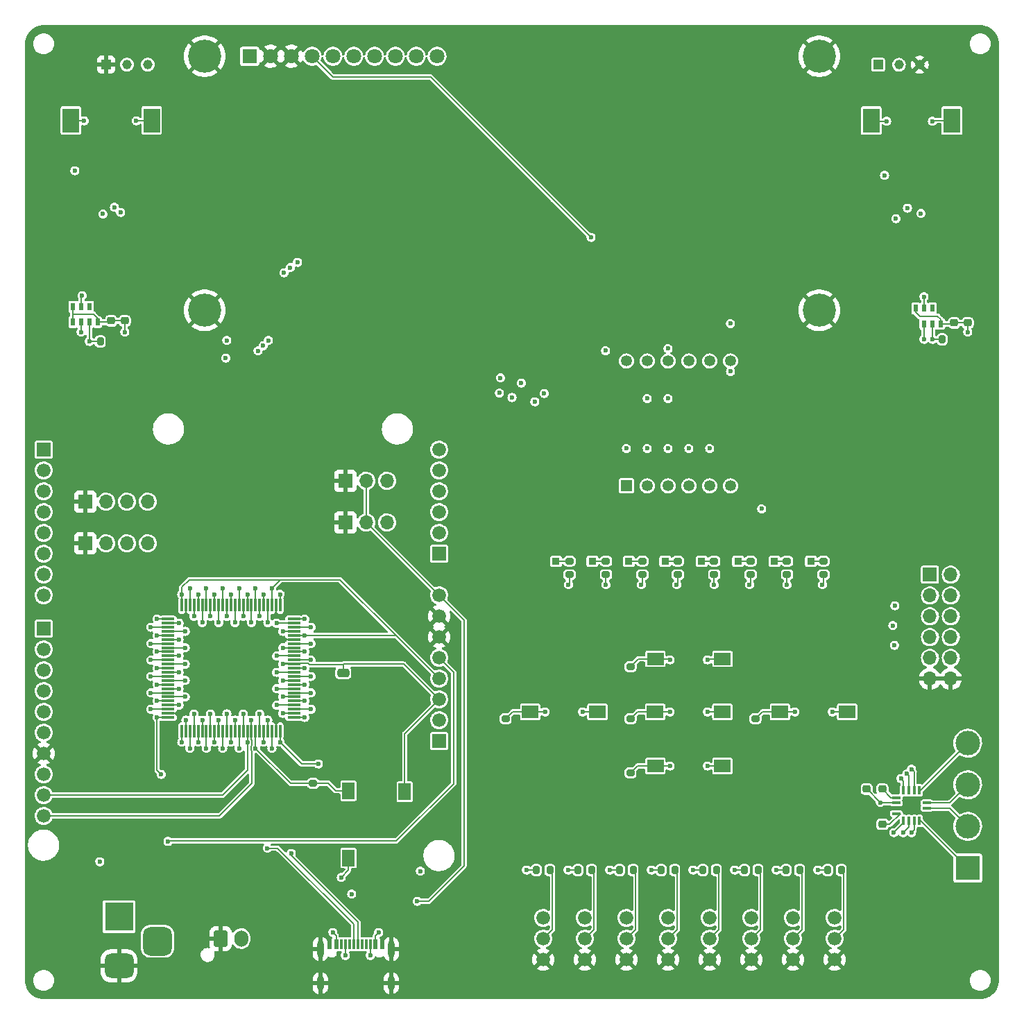
<source format=gtl>
G04 #@! TF.GenerationSoftware,KiCad,Pcbnew,(6.0.9)*
G04 #@! TF.CreationDate,2023-02-20T14:31:12-05:00*
G04 #@! TF.ProjectId,UDuino,55447569-6e6f-42e6-9b69-6361645f7063,rev?*
G04 #@! TF.SameCoordinates,Original*
G04 #@! TF.FileFunction,Copper,L1,Top*
G04 #@! TF.FilePolarity,Positive*
%FSLAX46Y46*%
G04 Gerber Fmt 4.6, Leading zero omitted, Abs format (unit mm)*
G04 Created by KiCad (PCBNEW (6.0.9)) date 2023-02-20 14:31:12*
%MOMM*%
%LPD*%
G01*
G04 APERTURE LIST*
G04 Aperture macros list*
%AMRoundRect*
0 Rectangle with rounded corners*
0 $1 Rounding radius*
0 $2 $3 $4 $5 $6 $7 $8 $9 X,Y pos of 4 corners*
0 Add a 4 corners polygon primitive as box body*
4,1,4,$2,$3,$4,$5,$6,$7,$8,$9,$2,$3,0*
0 Add four circle primitives for the rounded corners*
1,1,$1+$1,$2,$3*
1,1,$1+$1,$4,$5*
1,1,$1+$1,$6,$7*
1,1,$1+$1,$8,$9*
0 Add four rect primitives between the rounded corners*
20,1,$1+$1,$2,$3,$4,$5,0*
20,1,$1+$1,$4,$5,$6,$7,0*
20,1,$1+$1,$6,$7,$8,$9,0*
20,1,$1+$1,$8,$9,$2,$3,0*%
G04 Aperture macros list end*
G04 #@! TA.AperFunction,SMDPad,CuDef*
%ADD10R,2.000000X1.500000*%
G04 #@! TD*
G04 #@! TA.AperFunction,ComponentPad*
%ADD11C,1.676400*%
G04 #@! TD*
G04 #@! TA.AperFunction,SMDPad,CuDef*
%ADD12R,1.500000X2.000000*%
G04 #@! TD*
G04 #@! TA.AperFunction,SMDPad,CuDef*
%ADD13R,0.930000X0.810000*%
G04 #@! TD*
G04 #@! TA.AperFunction,SMDPad,CuDef*
%ADD14RoundRect,0.200000X-0.275000X0.200000X-0.275000X-0.200000X0.275000X-0.200000X0.275000X0.200000X0*%
G04 #@! TD*
G04 #@! TA.AperFunction,SMDPad,CuDef*
%ADD15RoundRect,0.250000X0.475000X-0.250000X0.475000X0.250000X-0.475000X0.250000X-0.475000X-0.250000X0*%
G04 #@! TD*
G04 #@! TA.AperFunction,ComponentPad*
%ADD16R,1.350000X1.350000*%
G04 #@! TD*
G04 #@! TA.AperFunction,ComponentPad*
%ADD17C,1.350000*%
G04 #@! TD*
G04 #@! TA.AperFunction,SMDPad,CuDef*
%ADD18RoundRect,0.075000X0.725000X0.075000X-0.725000X0.075000X-0.725000X-0.075000X0.725000X-0.075000X0*%
G04 #@! TD*
G04 #@! TA.AperFunction,SMDPad,CuDef*
%ADD19RoundRect,0.075000X0.075000X0.725000X-0.075000X0.725000X-0.075000X-0.725000X0.075000X-0.725000X0*%
G04 #@! TD*
G04 #@! TA.AperFunction,ComponentPad*
%ADD20R,1.700000X1.700000*%
G04 #@! TD*
G04 #@! TA.AperFunction,ComponentPad*
%ADD21O,1.700000X1.700000*%
G04 #@! TD*
G04 #@! TA.AperFunction,SMDPad,CuDef*
%ADD22R,0.600000X0.900000*%
G04 #@! TD*
G04 #@! TA.AperFunction,SMDPad,CuDef*
%ADD23R,2.000000X3.000000*%
G04 #@! TD*
G04 #@! TA.AperFunction,SMDPad,CuDef*
%ADD24RoundRect,0.200000X-0.200000X-0.275000X0.200000X-0.275000X0.200000X0.275000X-0.200000X0.275000X0*%
G04 #@! TD*
G04 #@! TA.AperFunction,ComponentPad*
%ADD25R,3.000000X3.000000*%
G04 #@! TD*
G04 #@! TA.AperFunction,ComponentPad*
%ADD26C,3.000000*%
G04 #@! TD*
G04 #@! TA.AperFunction,ComponentPad*
%ADD27R,1.676400X1.676400*%
G04 #@! TD*
G04 #@! TA.AperFunction,ComponentPad*
%ADD28RoundRect,0.250000X-0.600000X-0.750000X0.600000X-0.750000X0.600000X0.750000X-0.600000X0.750000X0*%
G04 #@! TD*
G04 #@! TA.AperFunction,ComponentPad*
%ADD29O,1.700000X2.000000*%
G04 #@! TD*
G04 #@! TA.AperFunction,SMDPad,CuDef*
%ADD30RoundRect,0.200000X0.200000X0.275000X-0.200000X0.275000X-0.200000X-0.275000X0.200000X-0.275000X0*%
G04 #@! TD*
G04 #@! TA.AperFunction,SMDPad,CuDef*
%ADD31RoundRect,0.200000X0.275000X-0.200000X0.275000X0.200000X-0.275000X0.200000X-0.275000X-0.200000X0*%
G04 #@! TD*
G04 #@! TA.AperFunction,ComponentPad*
%ADD32R,1.160000X1.160000*%
G04 #@! TD*
G04 #@! TA.AperFunction,ComponentPad*
%ADD33C,1.160000*%
G04 #@! TD*
G04 #@! TA.AperFunction,ComponentPad*
%ADD34R,3.500000X3.500000*%
G04 #@! TD*
G04 #@! TA.AperFunction,ComponentPad*
%ADD35RoundRect,0.750000X1.000000X-0.750000X1.000000X0.750000X-1.000000X0.750000X-1.000000X-0.750000X0*%
G04 #@! TD*
G04 #@! TA.AperFunction,ComponentPad*
%ADD36RoundRect,0.875000X0.875000X-0.875000X0.875000X0.875000X-0.875000X0.875000X-0.875000X-0.875000X0*%
G04 #@! TD*
G04 #@! TA.AperFunction,SMDPad,CuDef*
%ADD37RoundRect,0.225000X-0.250000X0.225000X-0.250000X-0.225000X0.250000X-0.225000X0.250000X0.225000X0*%
G04 #@! TD*
G04 #@! TA.AperFunction,ComponentPad*
%ADD38R,1.800000X1.800000*%
G04 #@! TD*
G04 #@! TA.AperFunction,ComponentPad*
%ADD39C,1.800000*%
G04 #@! TD*
G04 #@! TA.AperFunction,ComponentPad*
%ADD40C,4.050000*%
G04 #@! TD*
G04 #@! TA.AperFunction,SMDPad,CuDef*
%ADD41R,2.100000X2.100000*%
G04 #@! TD*
G04 #@! TA.AperFunction,SMDPad,CuDef*
%ADD42RoundRect,0.087500X0.087500X0.425000X-0.087500X0.425000X-0.087500X-0.425000X0.087500X-0.425000X0*%
G04 #@! TD*
G04 #@! TA.AperFunction,SMDPad,CuDef*
%ADD43RoundRect,0.087500X0.425000X0.087500X-0.425000X0.087500X-0.425000X-0.087500X0.425000X-0.087500X0*%
G04 #@! TD*
G04 #@! TA.AperFunction,SMDPad,CuDef*
%ADD44RoundRect,0.225000X0.250000X-0.225000X0.250000X0.225000X-0.250000X0.225000X-0.250000X-0.225000X0*%
G04 #@! TD*
G04 #@! TA.AperFunction,SMDPad,CuDef*
%ADD45R,0.600000X1.160000*%
G04 #@! TD*
G04 #@! TA.AperFunction,SMDPad,CuDef*
%ADD46R,0.300000X1.160000*%
G04 #@! TD*
G04 #@! TA.AperFunction,ComponentPad*
%ADD47O,0.900000X2.000000*%
G04 #@! TD*
G04 #@! TA.AperFunction,ComponentPad*
%ADD48O,0.900000X1.700000*%
G04 #@! TD*
G04 #@! TA.AperFunction,ViaPad*
%ADD49C,0.600000*%
G04 #@! TD*
G04 #@! TA.AperFunction,Conductor*
%ADD50C,0.127000*%
G04 #@! TD*
G04 #@! TA.AperFunction,Conductor*
%ADD51C,0.200000*%
G04 #@! TD*
G04 APERTURE END LIST*
D10*
X70132000Y-84074000D03*
X61932000Y-84074000D03*
X85388000Y-77597000D03*
X77188000Y-77597000D03*
X85380000Y-84074000D03*
X77180000Y-84074000D03*
X85388000Y-90678000D03*
X77188000Y-90678000D03*
D11*
X63500000Y-109220000D03*
X63500000Y-111760000D03*
X63500000Y-114300000D03*
X68580000Y-109220000D03*
X68580000Y-111760000D03*
X68580000Y-114300000D03*
X73660000Y-109220000D03*
X73660000Y-111760000D03*
X73660000Y-114300000D03*
X78740000Y-109220000D03*
X78740000Y-111760000D03*
X78740000Y-114300000D03*
X83820000Y-109220000D03*
X83820000Y-111760000D03*
X83820000Y-114300000D03*
X88900000Y-109220000D03*
X88900000Y-111760000D03*
X88900000Y-114300000D03*
X93980000Y-109220000D03*
X93980000Y-111760000D03*
X93980000Y-114300000D03*
X99060000Y-109220000D03*
X99060000Y-111760000D03*
X99060000Y-114300000D03*
D12*
X46609000Y-93817000D03*
X46609000Y-102017000D03*
X39751000Y-93690000D03*
X39751000Y-101890000D03*
D13*
X65072000Y-65690000D03*
X65072000Y-67310000D03*
X69517000Y-65690000D03*
X69517000Y-67310000D03*
X73962000Y-65690000D03*
X73962000Y-67310000D03*
X78407000Y-65690000D03*
X78407000Y-67310000D03*
X82852000Y-65690000D03*
X82852000Y-67310000D03*
X87297000Y-65690000D03*
X87297000Y-67310000D03*
X91742000Y-65690000D03*
X91742000Y-67310000D03*
X96187000Y-65690000D03*
X96187000Y-67310000D03*
D14*
X35433000Y-92774000D03*
X35433000Y-94424000D03*
D15*
X39116000Y-81214000D03*
X39116000Y-79314000D03*
D16*
X73660000Y-56483500D03*
D17*
X76200000Y-56483500D03*
X78740000Y-56483500D03*
X81280000Y-56483500D03*
X83820000Y-56483500D03*
X86360000Y-56483500D03*
X86360000Y-41243500D03*
X83820000Y-41243500D03*
X81280000Y-41243500D03*
X78740000Y-41243500D03*
X76200000Y-41243500D03*
X73660000Y-41243500D03*
D18*
X33075000Y-84740000D03*
X33075000Y-84240000D03*
X33075000Y-83740000D03*
X33075000Y-83240000D03*
X33075000Y-82740000D03*
X33075000Y-82240000D03*
X33075000Y-81740000D03*
X33075000Y-81240000D03*
X33075000Y-80740000D03*
X33075000Y-80240000D03*
X33075000Y-79740000D03*
X33075000Y-79240000D03*
X33075000Y-78740000D03*
X33075000Y-78240000D03*
X33075000Y-77740000D03*
X33075000Y-77240000D03*
X33075000Y-76740000D03*
X33075000Y-76240000D03*
X33075000Y-75740000D03*
X33075000Y-75240000D03*
X33075000Y-74740000D03*
X33075000Y-74240000D03*
X33075000Y-73740000D03*
X33075000Y-73240000D03*
X33075000Y-72740000D03*
D19*
X31400000Y-71065000D03*
X30900000Y-71065000D03*
X30400000Y-71065000D03*
X29900000Y-71065000D03*
X29400000Y-71065000D03*
X28900000Y-71065000D03*
X28400000Y-71065000D03*
X27900000Y-71065000D03*
X27400000Y-71065000D03*
X26900000Y-71065000D03*
X26400000Y-71065000D03*
X25900000Y-71065000D03*
X25400000Y-71065000D03*
X24900000Y-71065000D03*
X24400000Y-71065000D03*
X23900000Y-71065000D03*
X23400000Y-71065000D03*
X22900000Y-71065000D03*
X22400000Y-71065000D03*
X21900000Y-71065000D03*
X21400000Y-71065000D03*
X20900000Y-71065000D03*
X20400000Y-71065000D03*
X19900000Y-71065000D03*
X19400000Y-71065000D03*
D18*
X17725000Y-72740000D03*
X17725000Y-73240000D03*
X17725000Y-73740000D03*
X17725000Y-74240000D03*
X17725000Y-74740000D03*
X17725000Y-75240000D03*
X17725000Y-75740000D03*
X17725000Y-76240000D03*
X17725000Y-76740000D03*
X17725000Y-77240000D03*
X17725000Y-77740000D03*
X17725000Y-78240000D03*
X17725000Y-78740000D03*
X17725000Y-79240000D03*
X17725000Y-79740000D03*
X17725000Y-80240000D03*
X17725000Y-80740000D03*
X17725000Y-81240000D03*
X17725000Y-81740000D03*
X17725000Y-82240000D03*
X17725000Y-82740000D03*
X17725000Y-83240000D03*
X17725000Y-83740000D03*
X17725000Y-84240000D03*
X17725000Y-84740000D03*
D19*
X19400000Y-86415000D03*
X19900000Y-86415000D03*
X20400000Y-86415000D03*
X20900000Y-86415000D03*
X21400000Y-86415000D03*
X21900000Y-86415000D03*
X22400000Y-86415000D03*
X22900000Y-86415000D03*
X23400000Y-86415000D03*
X23900000Y-86415000D03*
X24400000Y-86415000D03*
X24900000Y-86415000D03*
X25400000Y-86415000D03*
X25900000Y-86415000D03*
X26400000Y-86415000D03*
X26900000Y-86415000D03*
X27400000Y-86415000D03*
X27900000Y-86415000D03*
X28400000Y-86415000D03*
X28900000Y-86415000D03*
X29400000Y-86415000D03*
X29900000Y-86415000D03*
X30400000Y-86415000D03*
X30900000Y-86415000D03*
X31400000Y-86415000D03*
D20*
X39370000Y-60960000D03*
D21*
X41910000Y-60960000D03*
X44450000Y-60960000D03*
D22*
X9120000Y-34610000D03*
X8120000Y-34610000D03*
X7120000Y-34610000D03*
X6120000Y-34610000D03*
X6120000Y-36510000D03*
X7120000Y-36510000D03*
X8120000Y-36510000D03*
X9120000Y-36510000D03*
D23*
X103533000Y-11899000D03*
X113383000Y-11899000D03*
D24*
X82995000Y-103378000D03*
X84645000Y-103378000D03*
D20*
X7630000Y-58420000D03*
D21*
X10170000Y-58420000D03*
X12710000Y-58420000D03*
X15250000Y-58420000D03*
D25*
X115316000Y-103124000D03*
D26*
X115316000Y-98044000D03*
X115316000Y-92964000D03*
X115316000Y-87884000D03*
D24*
X62675000Y-103378000D03*
X64325000Y-103378000D03*
D11*
X50800000Y-80010000D03*
X50800000Y-77470000D03*
D27*
X50800000Y-64770000D03*
D11*
X50800000Y-62230000D03*
X50800000Y-59690000D03*
X50800000Y-57150000D03*
X50800000Y-54610000D03*
X50800000Y-52070000D03*
X2540000Y-91694000D03*
D27*
X2540000Y-52070000D03*
D11*
X2540000Y-54610000D03*
X2540000Y-57150000D03*
X2540000Y-59690000D03*
X2540000Y-62230000D03*
X2540000Y-64770000D03*
X2540000Y-67310000D03*
X2540000Y-69850000D03*
D27*
X2540000Y-73914000D03*
D11*
X2540000Y-76454000D03*
X2540000Y-78994000D03*
X2540000Y-81534000D03*
X2540000Y-84074000D03*
X2540000Y-86614000D03*
X50800000Y-72390000D03*
X50800000Y-74930000D03*
X2540000Y-89154000D03*
X50800000Y-85090000D03*
D27*
X50800000Y-87630000D03*
D11*
X50800000Y-82550000D03*
X2540000Y-96774000D03*
X2540000Y-94234000D03*
X50800000Y-69850000D03*
D28*
X24150000Y-111743000D03*
D29*
X26650000Y-111743000D03*
D30*
X11112000Y-38862000D03*
X9462000Y-38862000D03*
D24*
X93155000Y-103378000D03*
X94805000Y-103378000D03*
D31*
X88821000Y-67325000D03*
X88821000Y-65675000D03*
D20*
X7630000Y-63500000D03*
D21*
X10170000Y-63500000D03*
X12710000Y-63500000D03*
X15250000Y-63500000D03*
D32*
X10160000Y-5080000D03*
D33*
X12700000Y-5080000D03*
X15240000Y-5080000D03*
D34*
X11742500Y-109062000D03*
D35*
X11742500Y-115062000D03*
D36*
X16442500Y-112062000D03*
D31*
X93266000Y-67325000D03*
X93266000Y-65675000D03*
D37*
X12446000Y-34785000D03*
X12446000Y-36335000D03*
D14*
X89408000Y-83249000D03*
X89408000Y-84899000D03*
D38*
X27690000Y-4058000D03*
D39*
X30230000Y-4058000D03*
X32770000Y-4058000D03*
X35310000Y-4058000D03*
X37850000Y-4058000D03*
X40390000Y-4058000D03*
X42930000Y-4058000D03*
X45470000Y-4058000D03*
X48010000Y-4058000D03*
X50550000Y-4058000D03*
D40*
X22190000Y-4058000D03*
X97190000Y-4058000D03*
X22190000Y-35058000D03*
X97190000Y-35058000D03*
D31*
X66723000Y-67325000D03*
X66723000Y-65675000D03*
D37*
X104902000Y-91935000D03*
X104902000Y-93485000D03*
D31*
X79931000Y-67325000D03*
X79931000Y-65675000D03*
D37*
X115316000Y-35039000D03*
X115316000Y-36589000D03*
D14*
X74160000Y-89853000D03*
X74160000Y-91503000D03*
X58920000Y-83249000D03*
X58920000Y-84899000D03*
D41*
X108458000Y-95504000D03*
D42*
X109433000Y-97366500D03*
X108783000Y-97366500D03*
X108133000Y-97366500D03*
X107483000Y-97366500D03*
D43*
X106595500Y-96479000D03*
X106595500Y-95829000D03*
X106595500Y-95179000D03*
X106595500Y-94529000D03*
D42*
X107483000Y-93641500D03*
X108133000Y-93641500D03*
X108783000Y-93641500D03*
X109433000Y-93641500D03*
D43*
X110320500Y-94529000D03*
X110320500Y-95179000D03*
X110320500Y-95829000D03*
X110320500Y-96479000D03*
D14*
X74168000Y-76899000D03*
X74168000Y-78549000D03*
D24*
X67755000Y-103378000D03*
X69405000Y-103378000D03*
D31*
X84376000Y-67325000D03*
X84376000Y-65675000D03*
D24*
X88075000Y-103378000D03*
X89725000Y-103378000D03*
D31*
X75613000Y-67325000D03*
X75613000Y-65675000D03*
D37*
X102997000Y-91935000D03*
X102997000Y-93485000D03*
D44*
X113665000Y-36589000D03*
X113665000Y-35039000D03*
D22*
X111990000Y-34822500D03*
X110990000Y-34822500D03*
X109990000Y-34822500D03*
X108990000Y-34822500D03*
X108990000Y-36722500D03*
X109990000Y-36722500D03*
X110990000Y-36722500D03*
X111990000Y-36722500D03*
D30*
X113855000Y-38608000D03*
X112205000Y-38608000D03*
D24*
X98235000Y-103378000D03*
X99885000Y-103378000D03*
D14*
X74168000Y-83249000D03*
X74168000Y-84899000D03*
D24*
X72835000Y-103378000D03*
X74485000Y-103378000D03*
D31*
X71168000Y-67325000D03*
X71168000Y-65675000D03*
D44*
X10795000Y-36335000D03*
X10795000Y-34785000D03*
D37*
X104902000Y-96240000D03*
X104902000Y-97790000D03*
D45*
X37440000Y-112439000D03*
X38240000Y-112439000D03*
D46*
X39390000Y-112439000D03*
X40390000Y-112439000D03*
X40890000Y-112439000D03*
X41890000Y-112439000D03*
D45*
X43040000Y-112439000D03*
X43840000Y-112439000D03*
X43840000Y-112439000D03*
X43040000Y-112439000D03*
D46*
X42390000Y-112439000D03*
X41390000Y-112439000D03*
X39890000Y-112439000D03*
X38890000Y-112439000D03*
D45*
X38240000Y-112439000D03*
X37440000Y-112439000D03*
D47*
X44960000Y-113019000D03*
D48*
X36320000Y-117189000D03*
D47*
X36320000Y-113019000D03*
D48*
X44960000Y-117189000D03*
D31*
X97711000Y-67325000D03*
X97711000Y-65675000D03*
D24*
X77915000Y-103378000D03*
X79565000Y-103378000D03*
D20*
X39370000Y-55880000D03*
D21*
X41910000Y-55880000D03*
X44450000Y-55880000D03*
D23*
X5872000Y-11888000D03*
X15722000Y-11888000D03*
D10*
X100612000Y-84074000D03*
X92412000Y-84074000D03*
D32*
X104380000Y-5092500D03*
D33*
X106920000Y-5092500D03*
X109460000Y-5092500D03*
D20*
X110707000Y-67335000D03*
D21*
X113247000Y-67335000D03*
X110707000Y-69875000D03*
X113247000Y-69875000D03*
X110707000Y-72415000D03*
X113247000Y-72415000D03*
X110707000Y-74955000D03*
X113247000Y-74955000D03*
X110707000Y-77495000D03*
X113247000Y-77495000D03*
X110707000Y-80035000D03*
X113247000Y-80035000D03*
D49*
X8890000Y-67310000D03*
X46736000Y-10668000D03*
X39116000Y-10668000D03*
X42926000Y-10668000D03*
X5969000Y-43053000D03*
X109982000Y-38608000D03*
X109982000Y-33401000D03*
X110998000Y-38608000D03*
X107823000Y-36703000D03*
X115316000Y-33782000D03*
X115316000Y-37719000D03*
X32639000Y-29845000D03*
X31877000Y-30480000D03*
X33528000Y-29210000D03*
X7239000Y-33274000D03*
X12446000Y-37719000D03*
X12446000Y-33274000D03*
X7112000Y-37719000D03*
X8128000Y-38862000D03*
X38862000Y-104267000D03*
X25400000Y-78740000D03*
X16891000Y-91694000D03*
X108204000Y-13970000D03*
X5334000Y-18034000D03*
X58920000Y-82042000D03*
X74160000Y-88900000D03*
X112776000Y-93472000D03*
X72692000Y-67516000D03*
X95044000Y-67516000D03*
X77264000Y-67516000D03*
X112276000Y-21396000D03*
X103640000Y-18094000D03*
X13208000Y-104394000D03*
X74160000Y-82042000D03*
X19900000Y-73169000D03*
X19829000Y-84240000D03*
X74160000Y-75692000D03*
X30971000Y-75240000D03*
X108916666Y-22469334D03*
X68374000Y-67516000D03*
X44196000Y-108204000D03*
X10668000Y-13462000D03*
X30900000Y-72407000D03*
X15240000Y-21590000D03*
X102997000Y-96266000D03*
X63802000Y-67516000D03*
X112776000Y-97536000D03*
X10414000Y-22098000D03*
X30900000Y-84311000D03*
X81836000Y-67516000D03*
X90472000Y-67516000D03*
X89400000Y-82042000D03*
X86154000Y-67516000D03*
X17716500Y-99885500D03*
X69342000Y-26162000D03*
X9398000Y-102362000D03*
X19067000Y-75240000D03*
X22900000Y-72407000D03*
X23400000Y-69723000D03*
X39370000Y-113792000D03*
X19829000Y-82240000D03*
X32766000Y-101346000D03*
X42418000Y-113792000D03*
X15621000Y-77740000D03*
X19829000Y-78240000D03*
X16383000Y-78740000D03*
X19067000Y-79240000D03*
X15621000Y-79740000D03*
X19829000Y-80240000D03*
X40132000Y-106299000D03*
X83558000Y-77724000D03*
X36068000Y-90424000D03*
X48514000Y-103505000D03*
X68318000Y-84074000D03*
X98798000Y-84074000D03*
X83558000Y-84074000D03*
X83558000Y-90678000D03*
X48133000Y-107188000D03*
X104648000Y-95123000D03*
X111006000Y-11998000D03*
X105418000Y-11998000D03*
X13843000Y-11938000D03*
X7493000Y-11938000D03*
X37846000Y-110998000D03*
X43434000Y-110998000D03*
X105164000Y-18599500D03*
X6350000Y-18034000D03*
X20400000Y-88519000D03*
X20900000Y-84311000D03*
X21400000Y-87757000D03*
X28900000Y-72407000D03*
X23900000Y-73169000D03*
X15621000Y-73740000D03*
X16383000Y-74740000D03*
X15621000Y-75740000D03*
X19829000Y-76240000D03*
X16383000Y-76740000D03*
X19067000Y-77240000D03*
X16383000Y-82740000D03*
X29845000Y-100711000D03*
X30971000Y-81240000D03*
X34417000Y-80740000D03*
X29900000Y-85075000D03*
X97584000Y-68532000D03*
X93266000Y-68532000D03*
X30400000Y-88519000D03*
X88694000Y-68532000D03*
X34417000Y-84740000D03*
X31733000Y-84240000D03*
X84376000Y-68532000D03*
X79804000Y-68532000D03*
X35179000Y-83740000D03*
X75486000Y-68532000D03*
X30971000Y-83240000D03*
X34417000Y-82740000D03*
X71168000Y-68532000D03*
X35179000Y-81740000D03*
X66596000Y-68532000D03*
X35179000Y-73740000D03*
X90170000Y-59277500D03*
X30971000Y-73240000D03*
X86360000Y-42513500D03*
X34417000Y-72740000D03*
X78740000Y-39719500D03*
X71120000Y-39973500D03*
X31400000Y-69723000D03*
X27900000Y-73169000D03*
X76200000Y-45815500D03*
X78740000Y-45815500D03*
X63627000Y-45212000D03*
X25400000Y-69723000D03*
X27400000Y-69723000D03*
X86360000Y-36671500D03*
X60833000Y-43942000D03*
X24900000Y-72407000D03*
X83820000Y-51911500D03*
X62484000Y-46228000D03*
X81280000Y-51911500D03*
X26900000Y-72407000D03*
X78740000Y-51911500D03*
X58293000Y-43307000D03*
X24400000Y-68961000D03*
X76200000Y-51911500D03*
X59705000Y-45705000D03*
X26400000Y-68961000D03*
X25900000Y-73169000D03*
X58166000Y-45141500D03*
X73660000Y-51911500D03*
X25900000Y-85075000D03*
X94226000Y-84074000D03*
X78986000Y-90678000D03*
X26400000Y-88519000D03*
X91948000Y-103378000D03*
X24900000Y-84311000D03*
X97028000Y-103378000D03*
X25400000Y-87757000D03*
X61468000Y-103378000D03*
X21900000Y-85075000D03*
X22400000Y-88519000D03*
X66548000Y-103378000D03*
X22900000Y-84311000D03*
X71628000Y-103378000D03*
X76708000Y-103378000D03*
X23400000Y-87757000D03*
X23900000Y-85075000D03*
X81788000Y-103378000D03*
X24400000Y-88519000D03*
X86868000Y-103378000D03*
X78986000Y-84074000D03*
X26900000Y-84311000D03*
X31733000Y-74240000D03*
X30971000Y-77240000D03*
X106426000Y-71120000D03*
X35179000Y-75740000D03*
X35179000Y-77740000D03*
X31733000Y-76240000D03*
X106172000Y-73533000D03*
X35179000Y-79740000D03*
X34417000Y-76740000D03*
X106371000Y-75946000D03*
X31733000Y-80240000D03*
X30971000Y-79240000D03*
X34417000Y-78740000D03*
X28400000Y-88519000D03*
X28900000Y-84311000D03*
X78986000Y-77724000D03*
X63746000Y-84074000D03*
X29400000Y-87757000D03*
X19067000Y-83240000D03*
X107188000Y-92202000D03*
X15621000Y-83740000D03*
X107892666Y-91624334D03*
X107442000Y-98806000D03*
X19067000Y-81240000D03*
X106299000Y-98806000D03*
X15621000Y-81740000D03*
X31733000Y-82240000D03*
X31733000Y-78240000D03*
X19900000Y-85075000D03*
X34417000Y-74740000D03*
X19400000Y-87757000D03*
X108458000Y-91059000D03*
X16383000Y-80740000D03*
X108458000Y-98806000D03*
X24892000Y-38735000D03*
X22400000Y-69009000D03*
X24765000Y-40894000D03*
X21400000Y-69723000D03*
X21900000Y-73169000D03*
X16383000Y-84740000D03*
X20400000Y-68961000D03*
X20900000Y-72407000D03*
X16383000Y-72740000D03*
X19067000Y-73240000D03*
X19829000Y-74240000D03*
X107958000Y-22606000D03*
X29900000Y-73169000D03*
X11176000Y-22479000D03*
X29972000Y-38735000D03*
X11938000Y-23114000D03*
X109601000Y-23241000D03*
X29337000Y-39380102D03*
X29400000Y-69723000D03*
X106553000Y-23876000D03*
X9779000Y-23313000D03*
X28702000Y-40005000D03*
X28400000Y-68961000D03*
X27400000Y-87757000D03*
X19400000Y-69723000D03*
X31400000Y-87757000D03*
X30400000Y-68961000D03*
X27900000Y-85075000D03*
D50*
X34945590Y-78303500D02*
X39044500Y-78303500D01*
X34818590Y-78176500D02*
X34945590Y-78303500D01*
X31796500Y-78176500D02*
X34818590Y-78176500D01*
X31733000Y-78240000D02*
X31796500Y-78176500D01*
X39044500Y-78303500D02*
X39108000Y-78240000D01*
D51*
X106595500Y-94529000D02*
X105946000Y-94529000D01*
X105946000Y-94529000D02*
X104902000Y-93485000D01*
D50*
X109558500Y-97366500D02*
X115316000Y-103124000D01*
X109433000Y-97366500D02*
X109558500Y-97366500D01*
X113101000Y-95829000D02*
X115316000Y-98044000D01*
X110828500Y-95829000D02*
X113101000Y-95829000D01*
X113101000Y-95179000D02*
X115316000Y-92964000D01*
X110828500Y-95179000D02*
X113101000Y-95179000D01*
X109558500Y-93641500D02*
X115316000Y-87884000D01*
X109433000Y-93641500D02*
X109558500Y-93641500D01*
X108783000Y-98481000D02*
X108783000Y-97366500D01*
X108458000Y-98806000D02*
X108783000Y-98481000D01*
X108133000Y-98115000D02*
X108133000Y-97366500D01*
X107442000Y-98806000D02*
X108133000Y-98115000D01*
X107483000Y-97622000D02*
X107483000Y-97366500D01*
X106299000Y-98806000D02*
X107483000Y-97622000D01*
D51*
X109433000Y-94529000D02*
X108458000Y-95504000D01*
X110320500Y-94529000D02*
X109433000Y-94529000D01*
X110320500Y-96479000D02*
X109433000Y-96479000D01*
X109433000Y-96479000D02*
X108458000Y-95504000D01*
D50*
X108133000Y-95829000D02*
X108458000Y-95504000D01*
X106595500Y-95829000D02*
X108133000Y-95829000D01*
X105313000Y-95829000D02*
X106595500Y-95829000D01*
X108133000Y-91864668D02*
X108133000Y-93641500D01*
X107892666Y-91624334D02*
X108133000Y-91864668D01*
X108783000Y-91384000D02*
X108783000Y-93641500D01*
X108458000Y-91059000D02*
X108783000Y-91384000D01*
D51*
X107483000Y-92497000D02*
X107483000Y-93641500D01*
X107188000Y-92202000D02*
X107483000Y-92497000D01*
D50*
X104648000Y-95123000D02*
X103010000Y-93485000D01*
X103010000Y-93485000D02*
X102997000Y-93485000D01*
X104704000Y-95179000D02*
X106595500Y-95179000D01*
D51*
X104648000Y-95123000D02*
X104704000Y-95179000D01*
D50*
X104902000Y-96240000D02*
X105313000Y-95829000D01*
X103023000Y-96240000D02*
X104902000Y-96240000D01*
X102997000Y-96266000D02*
X103023000Y-96240000D01*
X22400000Y-71065000D02*
X22400000Y-69009000D01*
X37856000Y-6604000D02*
X35310000Y-4058000D01*
X64770000Y-21590000D02*
X49784000Y-6604000D01*
X49784000Y-6604000D02*
X37856000Y-6604000D01*
X64770000Y-21590000D02*
X69342000Y-26162000D01*
X109990000Y-38600000D02*
X109990000Y-36722500D01*
X109982000Y-38608000D02*
X109990000Y-38600000D01*
X109990000Y-33409000D02*
X109990000Y-34822500D01*
X109982000Y-33401000D02*
X109990000Y-33409000D01*
D51*
X112205000Y-38608000D02*
X110998000Y-38608000D01*
X110990000Y-38600000D02*
X110998000Y-38608000D01*
X110990000Y-36722500D02*
X110990000Y-38600000D01*
X107842500Y-36722500D02*
X107823000Y-36703000D01*
X108990000Y-36722500D02*
X107842500Y-36722500D01*
X111633000Y-35814000D02*
X111990000Y-36171000D01*
X109474000Y-35814000D02*
X111633000Y-35814000D01*
X111990000Y-36171000D02*
X111990000Y-36722500D01*
X108990000Y-35330000D02*
X109474000Y-35814000D01*
X108990000Y-34822500D02*
X108990000Y-35330000D01*
X115316000Y-35039000D02*
X115316000Y-33782000D01*
X113665000Y-35039000D02*
X115316000Y-35039000D01*
X113448500Y-34822500D02*
X113665000Y-35039000D01*
X111990000Y-34822500D02*
X113448500Y-34822500D01*
X115316000Y-36589000D02*
X115316000Y-37719000D01*
X113665000Y-36589000D02*
X115316000Y-36589000D01*
X113531500Y-36722500D02*
X113665000Y-36589000D01*
X111990000Y-36722500D02*
X113531500Y-36722500D01*
X8128000Y-38862000D02*
X9462000Y-38862000D01*
X8120000Y-38854000D02*
X8128000Y-38862000D01*
X8120000Y-36510000D02*
X8120000Y-38854000D01*
X7120000Y-37711000D02*
X7112000Y-37719000D01*
X7120000Y-36510000D02*
X7120000Y-37711000D01*
X12446000Y-36335000D02*
X12446000Y-37719000D01*
X7120000Y-33393000D02*
X7120000Y-34610000D01*
X7239000Y-33274000D02*
X7120000Y-33393000D01*
X6144000Y-35560000D02*
X6120000Y-35584000D01*
X8636000Y-35560000D02*
X6144000Y-35560000D01*
X6120000Y-35584000D02*
X6120000Y-36510000D01*
X9120000Y-36044000D02*
X8636000Y-35560000D01*
X6120000Y-34610000D02*
X6120000Y-35584000D01*
X9120000Y-36510000D02*
X9120000Y-36044000D01*
X10795000Y-36335000D02*
X12446000Y-36335000D01*
X10620000Y-36510000D02*
X10795000Y-36335000D01*
X9120000Y-36510000D02*
X10620000Y-36510000D01*
X12446000Y-34785000D02*
X12446000Y-33274000D01*
X10795000Y-34785000D02*
X12446000Y-34785000D01*
X10620000Y-34610000D02*
X10795000Y-34785000D01*
X9120000Y-34610000D02*
X10620000Y-34610000D01*
D50*
X39751000Y-103378000D02*
X38862000Y-104267000D01*
X39751000Y-101890000D02*
X39751000Y-103378000D01*
X46609000Y-93817000D02*
X46609000Y-86741000D01*
X46609000Y-86741000D02*
X50800000Y-82550000D01*
X39116000Y-78248000D02*
X39108000Y-78240000D01*
X39116000Y-79314000D02*
X39116000Y-78248000D01*
X39108000Y-78240000D02*
X46490000Y-78240000D01*
X32655000Y-92774000D02*
X28400000Y-88519000D01*
X35433000Y-92774000D02*
X32655000Y-92774000D01*
X37275000Y-92774000D02*
X35433000Y-92774000D01*
X38191000Y-93690000D02*
X37275000Y-92774000D01*
X39751000Y-93690000D02*
X38191000Y-93690000D01*
X19400000Y-68865000D02*
X19400000Y-69723000D01*
X20320000Y-67945000D02*
X19400000Y-68865000D01*
X31416000Y-67945000D02*
X20320000Y-67945000D01*
X38735000Y-67945000D02*
X31416000Y-67945000D01*
X45530000Y-74740000D02*
X38735000Y-67945000D01*
X30400000Y-68961000D02*
X31416000Y-67945000D01*
X16383000Y-91186000D02*
X16383000Y-84740000D01*
X16891000Y-91694000D02*
X16383000Y-91186000D01*
X34067000Y-90424000D02*
X31400000Y-87757000D01*
X36068000Y-90424000D02*
X34067000Y-90424000D01*
X45530000Y-74740000D02*
X50800000Y-80010000D01*
X34417000Y-74740000D02*
X45530000Y-74740000D01*
X69517000Y-67310000D02*
X68580000Y-67310000D01*
X17725000Y-84240000D02*
X19829000Y-84240000D01*
X74168000Y-82050000D02*
X74168000Y-83249000D01*
X19900000Y-71065000D02*
X19900000Y-73169000D01*
X91742000Y-67310000D02*
X90678000Y-67310000D01*
X110828500Y-94529000D02*
X109941000Y-94529000D01*
X95250000Y-67310000D02*
X95044000Y-67516000D01*
X78407000Y-67310000D02*
X77470000Y-67310000D01*
X74160000Y-89853000D02*
X74160000Y-88900000D01*
X33075000Y-75240000D02*
X30971000Y-75240000D01*
X77470000Y-67310000D02*
X77264000Y-67516000D01*
X65072000Y-67310000D02*
X64008000Y-67310000D01*
X72898000Y-67310000D02*
X73962000Y-67310000D01*
X74168000Y-76899000D02*
X74168000Y-75700000D01*
X111719000Y-94529000D02*
X112776000Y-93472000D01*
X96187000Y-67310000D02*
X95250000Y-67310000D01*
X111719000Y-96479000D02*
X112776000Y-97536000D01*
X90678000Y-67310000D02*
X90472000Y-67516000D01*
X89408000Y-82050000D02*
X89400000Y-82042000D01*
X89408000Y-83249000D02*
X89408000Y-82050000D01*
X82852000Y-67310000D02*
X82042000Y-67310000D01*
X68580000Y-67310000D02*
X68374000Y-67516000D01*
X30900000Y-86415000D02*
X30900000Y-84311000D01*
X82042000Y-67310000D02*
X81836000Y-67516000D01*
X72692000Y-67516000D02*
X72898000Y-67310000D01*
X110828500Y-94529000D02*
X111719000Y-94529000D01*
X110828500Y-96479000D02*
X111719000Y-96479000D01*
X58920000Y-83249000D02*
X58920000Y-82042000D01*
X64008000Y-67310000D02*
X63802000Y-67516000D01*
X74160000Y-82042000D02*
X74168000Y-82050000D01*
X86360000Y-67310000D02*
X86154000Y-67516000D01*
X30900000Y-71065000D02*
X30900000Y-72407000D01*
X87297000Y-67310000D02*
X86360000Y-67310000D01*
X110828500Y-96479000D02*
X109941000Y-96479000D01*
X17780000Y-99822000D02*
X45593000Y-99822000D01*
X52578000Y-79248000D02*
X50800000Y-77470000D01*
X17716500Y-99885500D02*
X17780000Y-99822000D01*
X52578000Y-92837000D02*
X52578000Y-79248000D01*
X45593000Y-99822000D02*
X52578000Y-92837000D01*
X17725000Y-75240000D02*
X19067000Y-75240000D01*
X22900000Y-71065000D02*
X22900000Y-72407000D01*
X23400000Y-71065000D02*
X23400000Y-69723000D01*
X39390000Y-113772000D02*
X39370000Y-113792000D01*
X39390000Y-112439000D02*
X39390000Y-113772000D01*
X32766000Y-101600000D02*
X40890000Y-109724000D01*
X40890000Y-109724000D02*
X40890000Y-112439000D01*
X17725000Y-82240000D02*
X19829000Y-82240000D01*
X32766000Y-101346000D02*
X32766000Y-101600000D01*
X42390000Y-113764000D02*
X42418000Y-113792000D01*
X42390000Y-112439000D02*
X42390000Y-113764000D01*
X17725000Y-77740000D02*
X15621000Y-77740000D01*
X17725000Y-78240000D02*
X19829000Y-78240000D01*
X17725000Y-78740000D02*
X16383000Y-78740000D01*
X17725000Y-79240000D02*
X19067000Y-79240000D01*
X17725000Y-79740000D02*
X15621000Y-79740000D01*
X17725000Y-80240000D02*
X19829000Y-80240000D01*
X70132000Y-84074000D02*
X68318000Y-84074000D01*
X85388000Y-90678000D02*
X83558000Y-90678000D01*
X83685000Y-77597000D02*
X83558000Y-77724000D01*
X100612000Y-84074000D02*
X98798000Y-84074000D01*
X85380000Y-84074000D02*
X83558000Y-84074000D01*
X85388000Y-77597000D02*
X83685000Y-77597000D01*
X48133000Y-107188000D02*
X49530000Y-107188000D01*
X49530000Y-107188000D02*
X53848000Y-102870000D01*
X53848000Y-72898000D02*
X41910000Y-60960000D01*
X53848000Y-102870000D02*
X53848000Y-72898000D01*
X41910000Y-60960000D02*
X41910000Y-55880000D01*
X105792500Y-97790000D02*
X105410000Y-97790000D01*
X107103500Y-96479000D02*
X105792500Y-97790000D01*
X111105000Y-11899000D02*
X113383000Y-11899000D01*
X111006000Y-11998000D02*
X111105000Y-11899000D01*
X103632000Y-11998000D02*
X103533000Y-11899000D01*
X105418000Y-11998000D02*
X103632000Y-11998000D01*
X15672000Y-11938000D02*
X15722000Y-11888000D01*
X13843000Y-11938000D02*
X15672000Y-11938000D01*
X7493000Y-11938000D02*
X5922000Y-11938000D01*
X5922000Y-11938000D02*
X5872000Y-11888000D01*
X43040000Y-112439000D02*
X43040000Y-111392000D01*
X38240000Y-112439000D02*
X38240000Y-111392000D01*
X38240000Y-111392000D02*
X37846000Y-110998000D01*
X43040000Y-111392000D02*
X43434000Y-110998000D01*
X97696000Y-65690000D02*
X97711000Y-65675000D01*
X96187000Y-65690000D02*
X97696000Y-65690000D01*
X93251000Y-65690000D02*
X93266000Y-65675000D01*
X91742000Y-65690000D02*
X93251000Y-65690000D01*
X88806000Y-65690000D02*
X88821000Y-65675000D01*
X87297000Y-65690000D02*
X88806000Y-65690000D01*
X82852000Y-65690000D02*
X84361000Y-65690000D01*
X84361000Y-65690000D02*
X84376000Y-65675000D01*
X78407000Y-65690000D02*
X79916000Y-65690000D01*
X79916000Y-65690000D02*
X79931000Y-65675000D01*
X75598000Y-65690000D02*
X75613000Y-65675000D01*
X73962000Y-65690000D02*
X75598000Y-65690000D01*
X69517000Y-65690000D02*
X71153000Y-65690000D01*
X71153000Y-65690000D02*
X71168000Y-65675000D01*
X66708000Y-65690000D02*
X66723000Y-65675000D01*
X65072000Y-65690000D02*
X66708000Y-65690000D01*
X20400000Y-86415000D02*
X20400000Y-88519000D01*
X20900000Y-86415000D02*
X20900000Y-84311000D01*
X21400000Y-86415000D02*
X21400000Y-87757000D01*
X28900000Y-71065000D02*
X28900000Y-72407000D01*
X23900000Y-71065000D02*
X23900000Y-73169000D01*
X17725000Y-73740000D02*
X15621000Y-73740000D01*
X17725000Y-74740000D02*
X16383000Y-74740000D01*
X17725000Y-75740000D02*
X15621000Y-75740000D01*
X17725000Y-76240000D02*
X19829000Y-76240000D01*
X17725000Y-76740000D02*
X16383000Y-76740000D01*
X17725000Y-77240000D02*
X19067000Y-77240000D01*
X17725000Y-82740000D02*
X16383000Y-82740000D01*
X40390000Y-109986000D02*
X40390000Y-112439000D01*
X29845000Y-100711000D02*
X31115000Y-100711000D01*
X31115000Y-100711000D02*
X40390000Y-109986000D01*
X33075000Y-81240000D02*
X30971000Y-81240000D01*
X33075000Y-80740000D02*
X34417000Y-80740000D01*
X97711000Y-67325000D02*
X97711000Y-68405000D01*
X97711000Y-68405000D02*
X97584000Y-68532000D01*
X29900000Y-86415000D02*
X29900000Y-85075000D01*
X93266000Y-67325000D02*
X93266000Y-68532000D01*
X30400000Y-86415000D02*
X30400000Y-88519000D01*
X33075000Y-84740000D02*
X34417000Y-84740000D01*
X88821000Y-68405000D02*
X88694000Y-68532000D01*
X88821000Y-67325000D02*
X88821000Y-68405000D01*
X33075000Y-84240000D02*
X31733000Y-84240000D01*
X84376000Y-67325000D02*
X84376000Y-68532000D01*
X79931000Y-68405000D02*
X79804000Y-68532000D01*
X33075000Y-83740000D02*
X35179000Y-83740000D01*
X79931000Y-67325000D02*
X79931000Y-68405000D01*
X33075000Y-83240000D02*
X30971000Y-83240000D01*
X75613000Y-67325000D02*
X75613000Y-68405000D01*
X75613000Y-68405000D02*
X75486000Y-68532000D01*
X71168000Y-68532000D02*
X71168000Y-67325000D01*
X33075000Y-82740000D02*
X34417000Y-82740000D01*
X66723000Y-68405000D02*
X66596000Y-68532000D01*
X33075000Y-81740000D02*
X35179000Y-81740000D01*
X66723000Y-67325000D02*
X66723000Y-68405000D01*
X33075000Y-73740000D02*
X35179000Y-73740000D01*
X33075000Y-73240000D02*
X30971000Y-73240000D01*
X33075000Y-72740000D02*
X34417000Y-72740000D01*
X31400000Y-71065000D02*
X31400000Y-69723000D01*
X27900000Y-71065000D02*
X27900000Y-73169000D01*
X25400000Y-71065000D02*
X25400000Y-69723000D01*
X27400000Y-71065000D02*
X27400000Y-69723000D01*
X24900000Y-71065000D02*
X24900000Y-72407000D01*
X26900000Y-71065000D02*
X26900000Y-72407000D01*
X24400000Y-71065000D02*
X24400000Y-68961000D01*
X26400000Y-71065000D02*
X26400000Y-68961000D01*
X25900000Y-71065000D02*
X25900000Y-73169000D01*
X69718200Y-110621800D02*
X69718200Y-103691200D01*
X69718200Y-103691200D02*
X69405000Y-103378000D01*
X68580000Y-111760000D02*
X69718200Y-110621800D01*
X64325000Y-103378000D02*
X64638200Y-103691200D01*
X64638200Y-103691200D02*
X64638200Y-110621800D01*
X64638200Y-110621800D02*
X63500000Y-111760000D01*
X100198200Y-103691200D02*
X99885000Y-103378000D01*
X99060000Y-111760000D02*
X100198200Y-110621800D01*
X100198200Y-110621800D02*
X100198200Y-103691200D01*
X95118200Y-110621800D02*
X95118200Y-103691200D01*
X95118200Y-103691200D02*
X94805000Y-103378000D01*
X93980000Y-111760000D02*
X95118200Y-110621800D01*
X90233000Y-84074000D02*
X89408000Y-84899000D01*
X92412000Y-84074000D02*
X94226000Y-84074000D01*
X25900000Y-86415000D02*
X25900000Y-85075000D01*
X92412000Y-84074000D02*
X90233000Y-84074000D01*
X77188000Y-90678000D02*
X74985000Y-90678000D01*
X26400000Y-86415000D02*
X26400000Y-88519000D01*
X77188000Y-90678000D02*
X78986000Y-90678000D01*
X74985000Y-90678000D02*
X74160000Y-91503000D01*
X90038200Y-103691200D02*
X89725000Y-103378000D01*
X88900000Y-111760000D02*
X90038200Y-110621800D01*
X90038200Y-110621800D02*
X90038200Y-103691200D01*
X24900000Y-86415000D02*
X24900000Y-84311000D01*
X93155000Y-103378000D02*
X91948000Y-103378000D01*
X98235000Y-103378000D02*
X97028000Y-103378000D01*
X25400000Y-86415000D02*
X25400000Y-87757000D01*
X21900000Y-86415000D02*
X21900000Y-85075000D01*
X62675000Y-103378000D02*
X61468000Y-103378000D01*
X22400000Y-86415000D02*
X22400000Y-88519000D01*
X67755000Y-103378000D02*
X66548000Y-103378000D01*
X22900000Y-86415000D02*
X22900000Y-84311000D01*
X72835000Y-103378000D02*
X71628000Y-103378000D01*
X77915000Y-103378000D02*
X76708000Y-103378000D01*
X23400000Y-86415000D02*
X23400000Y-87757000D01*
X82995000Y-103378000D02*
X81788000Y-103378000D01*
X23900000Y-86415000D02*
X23900000Y-85075000D01*
X24400000Y-86415000D02*
X24400000Y-88519000D01*
X88075000Y-103378000D02*
X86868000Y-103378000D01*
X77180000Y-84074000D02*
X78986000Y-84074000D01*
X77180000Y-84074000D02*
X74993000Y-84074000D01*
X74993000Y-84074000D02*
X74168000Y-84899000D01*
X26900000Y-86415000D02*
X26900000Y-84311000D01*
X83820000Y-111760000D02*
X84958200Y-110621800D01*
X84958200Y-110621800D02*
X84958200Y-103691200D01*
X84958200Y-103691200D02*
X84645000Y-103378000D01*
X33075000Y-74240000D02*
X31733000Y-74240000D01*
X33075000Y-77240000D02*
X30971000Y-77240000D01*
X33075000Y-75740000D02*
X35179000Y-75740000D01*
X33075000Y-77740000D02*
X35179000Y-77740000D01*
X33075000Y-76240000D02*
X31733000Y-76240000D01*
X33075000Y-79740000D02*
X35179000Y-79740000D01*
X33075000Y-76740000D02*
X34417000Y-76740000D01*
X33075000Y-80240000D02*
X31733000Y-80240000D01*
X79878200Y-103691200D02*
X79565000Y-103378000D01*
X78740000Y-111760000D02*
X79878200Y-110621800D01*
X79878200Y-110621800D02*
X79878200Y-103691200D01*
X74798200Y-110621800D02*
X74798200Y-103691200D01*
X74798200Y-103691200D02*
X74485000Y-103378000D01*
X73660000Y-111760000D02*
X74798200Y-110621800D01*
X33075000Y-79240000D02*
X30971000Y-79240000D01*
X33075000Y-78740000D02*
X34417000Y-78740000D01*
X28400000Y-86415000D02*
X28400000Y-88519000D01*
X75120000Y-77597000D02*
X74168000Y-78549000D01*
X77188000Y-77597000D02*
X75120000Y-77597000D01*
X78859000Y-77597000D02*
X77188000Y-77597000D01*
X78986000Y-77724000D02*
X78859000Y-77597000D01*
X28900000Y-86415000D02*
X28900000Y-84311000D01*
X29400000Y-86415000D02*
X29400000Y-87757000D01*
X61932000Y-84074000D02*
X63746000Y-84074000D01*
X59745000Y-84074000D02*
X58920000Y-84899000D01*
X61932000Y-84074000D02*
X59745000Y-84074000D01*
X17725000Y-83240000D02*
X19067000Y-83240000D01*
X17725000Y-83740000D02*
X15621000Y-83740000D01*
X17725000Y-81240000D02*
X19067000Y-81240000D01*
X17725000Y-81740000D02*
X15621000Y-81740000D01*
X33075000Y-82240000D02*
X31733000Y-82240000D01*
X33075000Y-78240000D02*
X31733000Y-78240000D01*
X46490000Y-78240000D02*
X50800000Y-82550000D01*
X19900000Y-86415000D02*
X19900000Y-85075000D01*
X33075000Y-74740000D02*
X34417000Y-74740000D01*
X19400000Y-86415000D02*
X19400000Y-87757000D01*
X17725000Y-80740000D02*
X16383000Y-80740000D01*
X21400000Y-71065000D02*
X21400000Y-69723000D01*
X21900000Y-71065000D02*
X21900000Y-73169000D01*
X17725000Y-84740000D02*
X16383000Y-84740000D01*
X20400000Y-71065000D02*
X20400000Y-68961000D01*
X20900000Y-71065000D02*
X20900000Y-72407000D01*
X17725000Y-72740000D02*
X16383000Y-72740000D01*
X17725000Y-73240000D02*
X19067000Y-73240000D01*
X17725000Y-74240000D02*
X19829000Y-74240000D01*
X29900000Y-71065000D02*
X29900000Y-73169000D01*
X29400000Y-71065000D02*
X29400000Y-69723000D01*
X28400000Y-71065000D02*
X28400000Y-68961000D01*
X27400000Y-87757000D02*
X27400000Y-91218000D01*
X27400000Y-91218000D02*
X24384000Y-94234000D01*
X24384000Y-94234000D02*
X2540000Y-94234000D01*
X27400000Y-86415000D02*
X27400000Y-87757000D01*
X31400000Y-86415000D02*
X31400000Y-87757000D01*
X19400000Y-71065000D02*
X19400000Y-69723000D01*
X30400000Y-71065000D02*
X30400000Y-68961000D01*
X27900000Y-87460090D02*
X27963500Y-87523590D01*
X27836500Y-88752410D02*
X27963500Y-88879410D01*
X27963500Y-92813500D02*
X24003000Y-96774000D01*
X27963500Y-87523590D02*
X27963500Y-88158590D01*
X27963500Y-88158590D02*
X27836500Y-88285590D01*
X27836500Y-88285590D02*
X27836500Y-88752410D01*
X27900000Y-86415000D02*
X27900000Y-85075000D01*
X27963500Y-88879410D02*
X27963500Y-92813500D01*
X24003000Y-96774000D02*
X2540000Y-96774000D01*
X27900000Y-85075000D02*
X27900000Y-87460090D01*
G04 #@! TA.AperFunction,Conductor*
G36*
X116827103Y-256921D02*
G01*
X116840000Y-259486D01*
X116852172Y-257065D01*
X116864580Y-257065D01*
X116864580Y-257385D01*
X116875456Y-256645D01*
X116908145Y-258622D01*
X117107880Y-270704D01*
X117122984Y-272538D01*
X117379458Y-319538D01*
X117394231Y-323179D01*
X117643180Y-400755D01*
X117657398Y-406147D01*
X117895182Y-513165D01*
X117908638Y-520227D01*
X118131788Y-655126D01*
X118144310Y-663769D01*
X118349573Y-824583D01*
X118360961Y-834673D01*
X118545327Y-1019039D01*
X118555417Y-1030427D01*
X118716231Y-1235690D01*
X118724873Y-1248211D01*
X118859773Y-1471362D01*
X118866835Y-1484818D01*
X118939228Y-1645669D01*
X118973851Y-1722598D01*
X118979245Y-1736820D01*
X119034201Y-1913180D01*
X119056821Y-1985769D01*
X119060462Y-2000542D01*
X119107462Y-2257016D01*
X119109296Y-2272120D01*
X119123355Y-2504544D01*
X119122615Y-2515420D01*
X119122935Y-2515420D01*
X119122935Y-2527828D01*
X119120514Y-2540000D01*
X119122935Y-2552170D01*
X119123079Y-2552894D01*
X119125500Y-2577476D01*
X119125500Y-116802524D01*
X119123079Y-116827103D01*
X119120514Y-116840000D01*
X119122935Y-116852172D01*
X119122935Y-116864580D01*
X119122615Y-116864580D01*
X119123355Y-116875456D01*
X119109296Y-117107880D01*
X119107462Y-117122984D01*
X119060462Y-117379458D01*
X119056821Y-117394231D01*
X118981967Y-117634447D01*
X118979247Y-117643175D01*
X118973853Y-117657398D01*
X118866835Y-117895182D01*
X118859773Y-117908638D01*
X118747383Y-118094554D01*
X118724874Y-118131788D01*
X118716232Y-118144308D01*
X118571452Y-118329106D01*
X118555417Y-118349573D01*
X118545327Y-118360961D01*
X118360961Y-118545327D01*
X118349573Y-118555417D01*
X118144310Y-118716231D01*
X118131789Y-118724873D01*
X117908638Y-118859773D01*
X117895182Y-118866835D01*
X117657398Y-118973853D01*
X117643180Y-118979245D01*
X117485854Y-119028270D01*
X117394231Y-119056821D01*
X117379458Y-119060462D01*
X117122984Y-119107462D01*
X117107880Y-119109296D01*
X116922424Y-119120514D01*
X116887690Y-119122615D01*
X116875456Y-119123355D01*
X116864580Y-119122615D01*
X116864580Y-119122935D01*
X116852172Y-119122935D01*
X116840000Y-119120514D01*
X116827103Y-119123079D01*
X116802524Y-119125500D01*
X2577476Y-119125500D01*
X2552897Y-119123079D01*
X2540000Y-119120514D01*
X2527828Y-119122935D01*
X2515420Y-119122935D01*
X2515420Y-119122615D01*
X2504544Y-119123355D01*
X2492311Y-119122615D01*
X2457576Y-119120514D01*
X2272120Y-119109296D01*
X2257016Y-119107462D01*
X2000542Y-119060462D01*
X1985769Y-119056821D01*
X1894146Y-119028270D01*
X1736820Y-118979245D01*
X1722602Y-118973853D01*
X1484818Y-118866835D01*
X1471362Y-118859773D01*
X1248211Y-118724873D01*
X1235690Y-118716231D01*
X1030427Y-118555417D01*
X1019039Y-118545327D01*
X834673Y-118360961D01*
X824583Y-118349573D01*
X808548Y-118329106D01*
X663768Y-118144308D01*
X655126Y-118131788D01*
X632617Y-118094554D01*
X520227Y-117908638D01*
X513165Y-117895182D01*
X406147Y-117657398D01*
X400753Y-117643175D01*
X398034Y-117634447D01*
X323179Y-117394231D01*
X319538Y-117379458D01*
X272538Y-117122984D01*
X270704Y-117107880D01*
X256645Y-116875456D01*
X257385Y-116864580D01*
X257065Y-116864580D01*
X257065Y-116852172D01*
X259486Y-116840000D01*
X1264647Y-116840000D01*
X1284022Y-117061463D01*
X1341560Y-117276196D01*
X1343882Y-117281177D01*
X1343883Y-117281178D01*
X1433186Y-117472689D01*
X1433189Y-117472694D01*
X1435512Y-117477676D01*
X1438668Y-117482183D01*
X1438669Y-117482185D01*
X1556489Y-117650449D01*
X1563023Y-117659781D01*
X1720219Y-117816977D01*
X1724727Y-117820134D01*
X1724730Y-117820136D01*
X1800495Y-117873187D01*
X1902323Y-117944488D01*
X1907305Y-117946811D01*
X1907310Y-117946814D01*
X2098822Y-118036117D01*
X2103804Y-118038440D01*
X2109112Y-118039862D01*
X2109114Y-118039863D01*
X2174949Y-118057503D01*
X2318537Y-118095978D01*
X2540000Y-118115353D01*
X2761463Y-118095978D01*
X2905051Y-118057503D01*
X2970886Y-118039863D01*
X2970888Y-118039862D01*
X2976196Y-118038440D01*
X2981178Y-118036117D01*
X3172690Y-117946814D01*
X3172695Y-117946811D01*
X3177677Y-117944488D01*
X3279505Y-117873187D01*
X3355270Y-117820136D01*
X3355273Y-117820134D01*
X3359781Y-117816977D01*
X3516977Y-117659781D01*
X3523512Y-117650449D01*
X3534717Y-117634447D01*
X35362000Y-117634447D01*
X35362323Y-117640822D01*
X35376082Y-117776277D01*
X35378636Y-117788717D01*
X35433016Y-117962244D01*
X35438025Y-117973932D01*
X35526187Y-118132979D01*
X35533438Y-118143412D01*
X35651785Y-118281491D01*
X35660976Y-118290244D01*
X35804680Y-118401711D01*
X35815440Y-118408435D01*
X35978625Y-118488732D01*
X35990519Y-118493155D01*
X36048470Y-118508251D01*
X36062564Y-118507817D01*
X36066000Y-118499636D01*
X36066000Y-118498229D01*
X36574000Y-118498229D01*
X36577973Y-118511760D01*
X36584075Y-118512637D01*
X36736136Y-118456690D01*
X36747549Y-118451123D01*
X36902108Y-118355292D01*
X36912174Y-118347540D01*
X37044303Y-118222592D01*
X37052605Y-118212974D01*
X37156908Y-118064013D01*
X37163108Y-118052919D01*
X37235332Y-117886020D01*
X37239171Y-117873917D01*
X37276675Y-117694400D01*
X37277915Y-117684848D01*
X37278000Y-117681616D01*
X37278000Y-117634447D01*
X44002000Y-117634447D01*
X44002323Y-117640822D01*
X44016082Y-117776277D01*
X44018636Y-117788717D01*
X44073016Y-117962244D01*
X44078025Y-117973932D01*
X44166187Y-118132979D01*
X44173438Y-118143412D01*
X44291785Y-118281491D01*
X44300976Y-118290244D01*
X44444680Y-118401711D01*
X44455440Y-118408435D01*
X44618625Y-118488732D01*
X44630519Y-118493155D01*
X44688470Y-118508251D01*
X44702564Y-118507817D01*
X44706000Y-118499636D01*
X44706000Y-118498229D01*
X45214000Y-118498229D01*
X45217973Y-118511760D01*
X45224075Y-118512637D01*
X45376136Y-118456690D01*
X45387549Y-118451123D01*
X45542108Y-118355292D01*
X45552174Y-118347540D01*
X45684303Y-118222592D01*
X45692605Y-118212974D01*
X45796908Y-118064013D01*
X45803108Y-118052919D01*
X45875332Y-117886020D01*
X45879171Y-117873917D01*
X45916675Y-117694400D01*
X45917915Y-117684848D01*
X45918000Y-117681616D01*
X45918000Y-117461115D01*
X45913525Y-117445876D01*
X45912135Y-117444671D01*
X45904452Y-117443000D01*
X45232115Y-117443000D01*
X45216876Y-117447475D01*
X45215671Y-117448865D01*
X45214000Y-117456548D01*
X45214000Y-118498229D01*
X44706000Y-118498229D01*
X44706000Y-117461115D01*
X44701525Y-117445876D01*
X44700135Y-117444671D01*
X44692452Y-117443000D01*
X44020115Y-117443000D01*
X44004876Y-117447475D01*
X44003671Y-117448865D01*
X44002000Y-117456548D01*
X44002000Y-117634447D01*
X37278000Y-117634447D01*
X37278000Y-117461115D01*
X37273525Y-117445876D01*
X37272135Y-117444671D01*
X37264452Y-117443000D01*
X36592115Y-117443000D01*
X36576876Y-117447475D01*
X36575671Y-117448865D01*
X36574000Y-117456548D01*
X36574000Y-118498229D01*
X36066000Y-118498229D01*
X36066000Y-117461115D01*
X36061525Y-117445876D01*
X36060135Y-117444671D01*
X36052452Y-117443000D01*
X35380115Y-117443000D01*
X35364876Y-117447475D01*
X35363671Y-117448865D01*
X35362000Y-117456548D01*
X35362000Y-117634447D01*
X3534717Y-117634447D01*
X3641331Y-117482185D01*
X3641332Y-117482183D01*
X3644488Y-117477676D01*
X3646811Y-117472694D01*
X3646814Y-117472689D01*
X3736117Y-117281178D01*
X3736118Y-117281177D01*
X3738440Y-117276196D01*
X3795978Y-117061463D01*
X3815353Y-116840000D01*
X3795978Y-116618537D01*
X3738440Y-116403804D01*
X3701731Y-116325081D01*
X3646814Y-116207311D01*
X3646811Y-116207306D01*
X3644488Y-116202324D01*
X3611637Y-116155408D01*
X3520136Y-116024730D01*
X3520134Y-116024727D01*
X3516977Y-116020219D01*
X3368719Y-115871961D01*
X9484501Y-115871961D01*
X9484709Y-115877071D01*
X9495582Y-116010767D01*
X9497352Y-116021320D01*
X9550467Y-116228185D01*
X9554201Y-116238731D01*
X9643010Y-116432705D01*
X9648546Y-116442412D01*
X9770303Y-116617597D01*
X9777476Y-116626176D01*
X9928324Y-116777024D01*
X9936903Y-116784197D01*
X10112088Y-116905954D01*
X10121795Y-116911490D01*
X10315769Y-117000299D01*
X10326315Y-117004033D01*
X10533179Y-117057147D01*
X10543734Y-117058918D01*
X10677430Y-117069793D01*
X10682536Y-117070000D01*
X11470385Y-117070000D01*
X11485624Y-117065525D01*
X11486829Y-117064135D01*
X11488500Y-117056452D01*
X11488500Y-117051884D01*
X11996500Y-117051884D01*
X12000975Y-117067123D01*
X12002365Y-117068328D01*
X12010048Y-117069999D01*
X12802461Y-117069999D01*
X12807571Y-117069791D01*
X12941267Y-117058918D01*
X12951820Y-117057148D01*
X13158685Y-117004033D01*
X13169231Y-117000299D01*
X13351421Y-116916885D01*
X35362000Y-116916885D01*
X35366475Y-116932124D01*
X35367865Y-116933329D01*
X35375548Y-116935000D01*
X36047885Y-116935000D01*
X36063124Y-116930525D01*
X36064329Y-116929135D01*
X36066000Y-116921452D01*
X36066000Y-116916885D01*
X36574000Y-116916885D01*
X36578475Y-116932124D01*
X36579865Y-116933329D01*
X36587548Y-116935000D01*
X37259885Y-116935000D01*
X37275124Y-116930525D01*
X37276329Y-116929135D01*
X37278000Y-116921452D01*
X37278000Y-116916885D01*
X44002000Y-116916885D01*
X44006475Y-116932124D01*
X44007865Y-116933329D01*
X44015548Y-116935000D01*
X44687885Y-116935000D01*
X44703124Y-116930525D01*
X44704329Y-116929135D01*
X44706000Y-116921452D01*
X44706000Y-116916885D01*
X45214000Y-116916885D01*
X45218475Y-116932124D01*
X45219865Y-116933329D01*
X45227548Y-116935000D01*
X45899885Y-116935000D01*
X45915124Y-116930525D01*
X45916329Y-116929135D01*
X45918000Y-116921452D01*
X45918000Y-116840000D01*
X115564647Y-116840000D01*
X115584022Y-117061463D01*
X115641560Y-117276196D01*
X115643882Y-117281177D01*
X115643883Y-117281178D01*
X115733186Y-117472689D01*
X115733189Y-117472694D01*
X115735512Y-117477676D01*
X115738668Y-117482183D01*
X115738669Y-117482185D01*
X115856489Y-117650449D01*
X115863023Y-117659781D01*
X116020219Y-117816977D01*
X116024727Y-117820134D01*
X116024730Y-117820136D01*
X116100495Y-117873187D01*
X116202323Y-117944488D01*
X116207305Y-117946811D01*
X116207310Y-117946814D01*
X116398822Y-118036117D01*
X116403804Y-118038440D01*
X116409112Y-118039862D01*
X116409114Y-118039863D01*
X116474949Y-118057503D01*
X116618537Y-118095978D01*
X116840000Y-118115353D01*
X117061463Y-118095978D01*
X117205051Y-118057503D01*
X117270886Y-118039863D01*
X117270888Y-118039862D01*
X117276196Y-118038440D01*
X117281178Y-118036117D01*
X117472690Y-117946814D01*
X117472695Y-117946811D01*
X117477677Y-117944488D01*
X117579505Y-117873187D01*
X117655270Y-117820136D01*
X117655273Y-117820134D01*
X117659781Y-117816977D01*
X117816977Y-117659781D01*
X117823512Y-117650449D01*
X117941331Y-117482185D01*
X117941332Y-117482183D01*
X117944488Y-117477676D01*
X117946811Y-117472694D01*
X117946814Y-117472689D01*
X118036117Y-117281178D01*
X118036118Y-117281177D01*
X118038440Y-117276196D01*
X118095978Y-117061463D01*
X118115353Y-116840000D01*
X118095978Y-116618537D01*
X118038440Y-116403804D01*
X118001731Y-116325081D01*
X117946814Y-116207311D01*
X117946811Y-116207306D01*
X117944488Y-116202324D01*
X117911637Y-116155408D01*
X117820136Y-116024730D01*
X117820134Y-116024727D01*
X117816977Y-116020219D01*
X117659781Y-115863023D01*
X117655273Y-115859866D01*
X117655270Y-115859864D01*
X117579505Y-115806813D01*
X117477677Y-115735512D01*
X117472695Y-115733189D01*
X117472690Y-115733186D01*
X117281178Y-115643883D01*
X117281177Y-115643882D01*
X117276196Y-115641560D01*
X117270888Y-115640138D01*
X117270886Y-115640137D01*
X117205051Y-115622497D01*
X117061463Y-115584022D01*
X116840000Y-115564647D01*
X116618537Y-115584022D01*
X116474949Y-115622497D01*
X116409114Y-115640137D01*
X116409112Y-115640138D01*
X116403804Y-115641560D01*
X116398823Y-115643882D01*
X116398822Y-115643883D01*
X116207311Y-115733186D01*
X116207306Y-115733189D01*
X116202324Y-115735512D01*
X116197817Y-115738668D01*
X116197815Y-115738669D01*
X116024730Y-115859864D01*
X116024727Y-115859866D01*
X116020219Y-115863023D01*
X115863023Y-116020219D01*
X115859866Y-116024727D01*
X115859864Y-116024730D01*
X115768363Y-116155408D01*
X115735512Y-116202324D01*
X115733189Y-116207306D01*
X115733186Y-116207311D01*
X115678269Y-116325081D01*
X115641560Y-116403804D01*
X115584022Y-116618537D01*
X115565577Y-116829368D01*
X115564647Y-116840000D01*
X45918000Y-116840000D01*
X45918000Y-116743553D01*
X45917677Y-116737178D01*
X45903918Y-116601723D01*
X45901364Y-116589283D01*
X45846984Y-116415756D01*
X45841975Y-116404068D01*
X45753813Y-116245021D01*
X45746562Y-116234588D01*
X45628215Y-116096509D01*
X45619024Y-116087756D01*
X45475320Y-115976289D01*
X45464560Y-115969565D01*
X45301375Y-115889268D01*
X45289481Y-115884845D01*
X45231530Y-115869749D01*
X45217436Y-115870183D01*
X45214000Y-115878364D01*
X45214000Y-116916885D01*
X44706000Y-116916885D01*
X44706000Y-115879771D01*
X44702027Y-115866240D01*
X44695925Y-115865363D01*
X44543864Y-115921310D01*
X44532451Y-115926877D01*
X44377892Y-116022708D01*
X44367826Y-116030460D01*
X44235697Y-116155408D01*
X44227395Y-116165026D01*
X44123092Y-116313987D01*
X44116892Y-116325081D01*
X44044668Y-116491980D01*
X44040829Y-116504083D01*
X44003325Y-116683600D01*
X44002085Y-116693152D01*
X44002000Y-116696384D01*
X44002000Y-116916885D01*
X37278000Y-116916885D01*
X37278000Y-116743553D01*
X37277677Y-116737178D01*
X37263918Y-116601723D01*
X37261364Y-116589283D01*
X37206984Y-116415756D01*
X37201975Y-116404068D01*
X37113813Y-116245021D01*
X37106562Y-116234588D01*
X36988215Y-116096509D01*
X36979024Y-116087756D01*
X36835320Y-115976289D01*
X36824560Y-115969565D01*
X36661375Y-115889268D01*
X36649481Y-115884845D01*
X36591530Y-115869749D01*
X36577436Y-115870183D01*
X36574000Y-115878364D01*
X36574000Y-116916885D01*
X36066000Y-116916885D01*
X36066000Y-115879771D01*
X36062027Y-115866240D01*
X36055925Y-115865363D01*
X35903864Y-115921310D01*
X35892451Y-115926877D01*
X35737892Y-116022708D01*
X35727826Y-116030460D01*
X35595697Y-116155408D01*
X35587395Y-116165026D01*
X35483092Y-116313987D01*
X35476892Y-116325081D01*
X35404668Y-116491980D01*
X35400829Y-116504083D01*
X35363325Y-116683600D01*
X35362085Y-116693152D01*
X35362000Y-116696384D01*
X35362000Y-116916885D01*
X13351421Y-116916885D01*
X13363205Y-116911490D01*
X13372912Y-116905954D01*
X13548097Y-116784197D01*
X13556676Y-116777024D01*
X13707524Y-116626176D01*
X13714697Y-116617597D01*
X13836454Y-116442412D01*
X13841990Y-116432705D01*
X13930799Y-116238731D01*
X13934533Y-116228185D01*
X13987647Y-116021321D01*
X13989418Y-116010766D01*
X14000293Y-115877070D01*
X14000500Y-115871964D01*
X14000500Y-115413490D01*
X62751064Y-115413490D01*
X62760358Y-115425504D01*
X62819821Y-115467140D01*
X62829316Y-115472623D01*
X63032832Y-115567523D01*
X63043124Y-115571269D01*
X63260027Y-115629388D01*
X63270822Y-115631291D01*
X63494525Y-115650863D01*
X63505475Y-115650863D01*
X63729178Y-115631291D01*
X63739973Y-115629388D01*
X63956876Y-115571269D01*
X63967168Y-115567523D01*
X64170684Y-115472623D01*
X64180179Y-115467140D01*
X64240477Y-115424919D01*
X64248852Y-115414442D01*
X64248352Y-115413490D01*
X67831064Y-115413490D01*
X67840358Y-115425504D01*
X67899821Y-115467140D01*
X67909316Y-115472623D01*
X68112832Y-115567523D01*
X68123124Y-115571269D01*
X68340027Y-115629388D01*
X68350822Y-115631291D01*
X68574525Y-115650863D01*
X68585475Y-115650863D01*
X68809178Y-115631291D01*
X68819973Y-115629388D01*
X69036876Y-115571269D01*
X69047168Y-115567523D01*
X69250684Y-115472623D01*
X69260179Y-115467140D01*
X69320477Y-115424919D01*
X69328852Y-115414442D01*
X69328352Y-115413490D01*
X72911064Y-115413490D01*
X72920358Y-115425504D01*
X72979821Y-115467140D01*
X72989316Y-115472623D01*
X73192832Y-115567523D01*
X73203124Y-115571269D01*
X73420027Y-115629388D01*
X73430822Y-115631291D01*
X73654525Y-115650863D01*
X73665475Y-115650863D01*
X73889178Y-115631291D01*
X73899973Y-115629388D01*
X74116876Y-115571269D01*
X74127168Y-115567523D01*
X74330684Y-115472623D01*
X74340179Y-115467140D01*
X74400477Y-115424919D01*
X74408852Y-115414442D01*
X74408352Y-115413490D01*
X77991064Y-115413490D01*
X78000358Y-115425504D01*
X78059821Y-115467140D01*
X78069316Y-115472623D01*
X78272832Y-115567523D01*
X78283124Y-115571269D01*
X78500027Y-115629388D01*
X78510822Y-115631291D01*
X78734525Y-115650863D01*
X78745475Y-115650863D01*
X78969178Y-115631291D01*
X78979973Y-115629388D01*
X79196876Y-115571269D01*
X79207168Y-115567523D01*
X79410684Y-115472623D01*
X79420179Y-115467140D01*
X79480477Y-115424919D01*
X79488852Y-115414442D01*
X79488352Y-115413490D01*
X83071064Y-115413490D01*
X83080358Y-115425504D01*
X83139821Y-115467140D01*
X83149316Y-115472623D01*
X83352832Y-115567523D01*
X83363124Y-115571269D01*
X83580027Y-115629388D01*
X83590822Y-115631291D01*
X83814525Y-115650863D01*
X83825475Y-115650863D01*
X84049178Y-115631291D01*
X84059973Y-115629388D01*
X84276876Y-115571269D01*
X84287168Y-115567523D01*
X84490684Y-115472623D01*
X84500179Y-115467140D01*
X84560477Y-115424919D01*
X84568852Y-115414442D01*
X84568352Y-115413490D01*
X88151064Y-115413490D01*
X88160358Y-115425504D01*
X88219821Y-115467140D01*
X88229316Y-115472623D01*
X88432832Y-115567523D01*
X88443124Y-115571269D01*
X88660027Y-115629388D01*
X88670822Y-115631291D01*
X88894525Y-115650863D01*
X88905475Y-115650863D01*
X89129178Y-115631291D01*
X89139973Y-115629388D01*
X89356876Y-115571269D01*
X89367168Y-115567523D01*
X89570684Y-115472623D01*
X89580179Y-115467140D01*
X89640477Y-115424919D01*
X89648852Y-115414442D01*
X89648352Y-115413490D01*
X93231064Y-115413490D01*
X93240358Y-115425504D01*
X93299821Y-115467140D01*
X93309316Y-115472623D01*
X93512832Y-115567523D01*
X93523124Y-115571269D01*
X93740027Y-115629388D01*
X93750822Y-115631291D01*
X93974525Y-115650863D01*
X93985475Y-115650863D01*
X94209178Y-115631291D01*
X94219973Y-115629388D01*
X94436876Y-115571269D01*
X94447168Y-115567523D01*
X94650684Y-115472623D01*
X94660179Y-115467140D01*
X94720477Y-115424919D01*
X94728852Y-115414442D01*
X94728352Y-115413490D01*
X98311064Y-115413490D01*
X98320358Y-115425504D01*
X98379821Y-115467140D01*
X98389316Y-115472623D01*
X98592832Y-115567523D01*
X98603124Y-115571269D01*
X98820027Y-115629388D01*
X98830822Y-115631291D01*
X99054525Y-115650863D01*
X99065475Y-115650863D01*
X99289178Y-115631291D01*
X99299973Y-115629388D01*
X99516876Y-115571269D01*
X99527168Y-115567523D01*
X99730684Y-115472623D01*
X99740179Y-115467140D01*
X99800477Y-115424919D01*
X99808852Y-115414442D01*
X99801785Y-115400996D01*
X99072811Y-114672021D01*
X99058868Y-114664408D01*
X99057034Y-114664539D01*
X99050420Y-114668790D01*
X98317491Y-115401720D01*
X98311064Y-115413490D01*
X94728352Y-115413490D01*
X94721785Y-115400996D01*
X93992811Y-114672021D01*
X93978868Y-114664408D01*
X93977034Y-114664539D01*
X93970420Y-114668790D01*
X93237491Y-115401720D01*
X93231064Y-115413490D01*
X89648352Y-115413490D01*
X89641785Y-115400996D01*
X88912811Y-114672021D01*
X88898868Y-114664408D01*
X88897034Y-114664539D01*
X88890420Y-114668790D01*
X88157491Y-115401720D01*
X88151064Y-115413490D01*
X84568352Y-115413490D01*
X84561785Y-115400996D01*
X83832811Y-114672021D01*
X83818868Y-114664408D01*
X83817034Y-114664539D01*
X83810420Y-114668790D01*
X83077491Y-115401720D01*
X83071064Y-115413490D01*
X79488352Y-115413490D01*
X79481785Y-115400996D01*
X78752811Y-114672021D01*
X78738868Y-114664408D01*
X78737034Y-114664539D01*
X78730420Y-114668790D01*
X77997491Y-115401720D01*
X77991064Y-115413490D01*
X74408352Y-115413490D01*
X74401785Y-115400996D01*
X73672811Y-114672021D01*
X73658868Y-114664408D01*
X73657034Y-114664539D01*
X73650420Y-114668790D01*
X72917491Y-115401720D01*
X72911064Y-115413490D01*
X69328352Y-115413490D01*
X69321785Y-115400996D01*
X68592811Y-114672021D01*
X68578868Y-114664408D01*
X68577034Y-114664539D01*
X68570420Y-114668790D01*
X67837491Y-115401720D01*
X67831064Y-115413490D01*
X64248352Y-115413490D01*
X64241785Y-115400996D01*
X63512811Y-114672021D01*
X63498868Y-114664408D01*
X63497034Y-114664539D01*
X63490420Y-114668790D01*
X62757491Y-115401720D01*
X62751064Y-115413490D01*
X14000500Y-115413490D01*
X14000500Y-115334115D01*
X13996025Y-115318876D01*
X13994635Y-115317671D01*
X13986952Y-115316000D01*
X12014615Y-115316000D01*
X11999376Y-115320475D01*
X11998171Y-115321865D01*
X11996500Y-115329548D01*
X11996500Y-117051884D01*
X11488500Y-117051884D01*
X11488500Y-115334115D01*
X11484025Y-115318876D01*
X11482635Y-115317671D01*
X11474952Y-115316000D01*
X9502616Y-115316000D01*
X9487377Y-115320475D01*
X9486172Y-115321865D01*
X9484501Y-115329548D01*
X9484501Y-115871961D01*
X3368719Y-115871961D01*
X3359781Y-115863023D01*
X3355273Y-115859866D01*
X3355270Y-115859864D01*
X3279505Y-115806813D01*
X3177677Y-115735512D01*
X3172695Y-115733189D01*
X3172690Y-115733186D01*
X2981178Y-115643883D01*
X2981177Y-115643882D01*
X2976196Y-115641560D01*
X2970888Y-115640138D01*
X2970886Y-115640137D01*
X2905051Y-115622497D01*
X2761463Y-115584022D01*
X2540000Y-115564647D01*
X2318537Y-115584022D01*
X2174949Y-115622497D01*
X2109114Y-115640137D01*
X2109112Y-115640138D01*
X2103804Y-115641560D01*
X2098823Y-115643882D01*
X2098822Y-115643883D01*
X1907311Y-115733186D01*
X1907306Y-115733189D01*
X1902324Y-115735512D01*
X1897817Y-115738668D01*
X1897815Y-115738669D01*
X1724730Y-115859864D01*
X1724727Y-115859866D01*
X1720219Y-115863023D01*
X1563023Y-116020219D01*
X1559866Y-116024727D01*
X1559864Y-116024730D01*
X1468363Y-116155408D01*
X1435512Y-116202324D01*
X1433189Y-116207306D01*
X1433186Y-116207311D01*
X1378269Y-116325081D01*
X1341560Y-116403804D01*
X1284022Y-116618537D01*
X1265577Y-116829368D01*
X1264647Y-116840000D01*
X259486Y-116840000D01*
X256921Y-116827103D01*
X254500Y-116802524D01*
X254500Y-114789885D01*
X9484500Y-114789885D01*
X9488975Y-114805124D01*
X9490365Y-114806329D01*
X9498048Y-114808000D01*
X11470385Y-114808000D01*
X11485624Y-114803525D01*
X11486829Y-114802135D01*
X11488500Y-114794452D01*
X11488500Y-114789885D01*
X11996500Y-114789885D01*
X12000975Y-114805124D01*
X12002365Y-114806329D01*
X12010048Y-114808000D01*
X13982384Y-114808000D01*
X13997623Y-114803525D01*
X13998828Y-114802135D01*
X14000499Y-114794452D01*
X14000499Y-114252039D01*
X14000291Y-114246929D01*
X13989418Y-114113233D01*
X13987648Y-114102680D01*
X13934533Y-113895815D01*
X13930799Y-113885269D01*
X13841990Y-113691295D01*
X13836454Y-113681588D01*
X13714697Y-113506403D01*
X13707524Y-113497824D01*
X13556676Y-113346976D01*
X13548097Y-113339803D01*
X13372912Y-113218046D01*
X13363205Y-113212510D01*
X13169231Y-113123701D01*
X13158685Y-113119967D01*
X12951821Y-113066853D01*
X12941266Y-113065082D01*
X12807570Y-113054207D01*
X12802464Y-113054000D01*
X12014615Y-113054000D01*
X11999376Y-113058475D01*
X11998171Y-113059865D01*
X11996500Y-113067548D01*
X11996500Y-114789885D01*
X11488500Y-114789885D01*
X11488500Y-113072116D01*
X11484025Y-113056877D01*
X11482635Y-113055672D01*
X11474952Y-113054001D01*
X10682539Y-113054001D01*
X10677429Y-113054209D01*
X10543733Y-113065082D01*
X10533180Y-113066852D01*
X10326315Y-113119967D01*
X10315769Y-113123701D01*
X10121795Y-113212510D01*
X10112088Y-113218046D01*
X9936903Y-113339803D01*
X9928324Y-113346976D01*
X9777476Y-113497824D01*
X9770303Y-113506403D01*
X9648546Y-113681588D01*
X9643010Y-113691295D01*
X9554201Y-113885269D01*
X9550467Y-113895815D01*
X9497353Y-114102679D01*
X9495582Y-114113234D01*
X9484707Y-114246930D01*
X9484500Y-114252036D01*
X9484500Y-114789885D01*
X254500Y-114789885D01*
X254500Y-113023478D01*
X14438000Y-113023478D01*
X14441080Y-113073312D01*
X14442118Y-113078053D01*
X14484802Y-113273000D01*
X14487178Y-113283854D01*
X14514376Y-113347158D01*
X14569818Y-113476202D01*
X14572257Y-113481880D01*
X14693246Y-113660245D01*
X14697489Y-113664481D01*
X14697491Y-113664483D01*
X14734913Y-113701840D01*
X14845781Y-113812515D01*
X14850748Y-113815872D01*
X14850751Y-113815874D01*
X14953441Y-113885269D01*
X15024358Y-113933193D01*
X15029873Y-113935551D01*
X15217015Y-114015567D01*
X15217018Y-114015568D01*
X15222533Y-114017926D01*
X15228396Y-114019199D01*
X15428391Y-114062622D01*
X15428393Y-114062622D01*
X15433154Y-114063656D01*
X15439180Y-114064014D01*
X15479166Y-114066390D01*
X15479175Y-114066390D01*
X15481022Y-114066500D01*
X17403978Y-114066500D01*
X17453812Y-114063420D01*
X17472095Y-114059417D01*
X17658499Y-114018604D01*
X17658500Y-114018604D01*
X17664354Y-114017322D01*
X17813001Y-113953458D01*
X17856871Y-113934610D01*
X17856872Y-113934609D01*
X17862380Y-113932243D01*
X18040745Y-113811254D01*
X18054258Y-113797718D01*
X18156778Y-113695019D01*
X21691801Y-113695019D01*
X21692158Y-113701836D01*
X21692158Y-113701840D01*
X21696473Y-113784160D01*
X21701518Y-113880424D01*
X21703328Y-113886996D01*
X21703329Y-113887001D01*
X21738743Y-114015567D01*
X21750821Y-114059417D01*
X21837410Y-114223648D01*
X21957245Y-114365454D01*
X21962668Y-114369601D01*
X21962670Y-114369602D01*
X22099315Y-114474075D01*
X22099319Y-114474077D01*
X22104736Y-114478219D01*
X22110916Y-114481101D01*
X22110918Y-114481102D01*
X22266823Y-114553802D01*
X22266826Y-114553803D01*
X22273000Y-114556682D01*
X22279648Y-114558168D01*
X22279651Y-114558169D01*
X22378711Y-114580311D01*
X22454188Y-114597182D01*
X22459876Y-114597500D01*
X22596385Y-114597500D01*
X22734573Y-114582488D01*
X22892980Y-114529178D01*
X22904064Y-114525448D01*
X22904066Y-114525447D01*
X22910535Y-114523270D01*
X23069677Y-114427649D01*
X23074634Y-114422961D01*
X23074637Y-114422959D01*
X23199614Y-114304773D01*
X23199616Y-114304771D01*
X23204572Y-114300084D01*
X23308928Y-114146529D01*
X23311463Y-114140192D01*
X23375342Y-113980484D01*
X23375343Y-113980479D01*
X23377876Y-113974147D01*
X23378990Y-113967420D01*
X23378991Y-113967415D01*
X23407084Y-113797718D01*
X23407084Y-113797715D01*
X23408199Y-113790981D01*
X23407824Y-113783812D01*
X23398947Y-113614447D01*
X35362000Y-113614447D01*
X35362323Y-113620822D01*
X35376082Y-113756277D01*
X35378636Y-113768717D01*
X35433016Y-113942244D01*
X35438025Y-113953932D01*
X35526187Y-114112979D01*
X35533438Y-114123412D01*
X35651785Y-114261491D01*
X35660976Y-114270244D01*
X35804680Y-114381711D01*
X35815440Y-114388435D01*
X35978625Y-114468732D01*
X35990519Y-114473155D01*
X36048470Y-114488251D01*
X36062564Y-114487817D01*
X36066000Y-114479636D01*
X36066000Y-113291115D01*
X36061525Y-113275876D01*
X36060135Y-113274671D01*
X36052452Y-113273000D01*
X35380115Y-113273000D01*
X35364876Y-113277475D01*
X35363671Y-113278865D01*
X35362000Y-113286548D01*
X35362000Y-113614447D01*
X23398947Y-113614447D01*
X23398839Y-113612389D01*
X23398482Y-113605576D01*
X23396672Y-113599004D01*
X23396671Y-113598999D01*
X23350992Y-113433164D01*
X23350991Y-113433162D01*
X23349179Y-113426583D01*
X23345994Y-113420542D01*
X23345897Y-113420297D01*
X23339416Y-113349597D01*
X23372188Y-113286616D01*
X23433806Y-113251351D01*
X23475890Y-113248567D01*
X23496438Y-113250672D01*
X23502854Y-113251000D01*
X23877885Y-113251000D01*
X23893124Y-113246525D01*
X23894329Y-113245135D01*
X23896000Y-113237452D01*
X23896000Y-113232884D01*
X24404000Y-113232884D01*
X24408475Y-113248123D01*
X24409865Y-113249328D01*
X24417548Y-113250999D01*
X24797095Y-113250999D01*
X24803614Y-113250662D01*
X24899206Y-113240743D01*
X24912600Y-113237851D01*
X25066784Y-113186412D01*
X25079962Y-113180239D01*
X25217807Y-113094937D01*
X25229208Y-113085901D01*
X25343739Y-112971171D01*
X25352751Y-112959760D01*
X25437816Y-112821757D01*
X25443963Y-112808576D01*
X25495138Y-112654290D01*
X25498005Y-112640914D01*
X25504869Y-112573919D01*
X25531710Y-112508192D01*
X25589824Y-112467410D01*
X25660762Y-112464520D01*
X25722001Y-112500442D01*
X25729299Y-112508928D01*
X25846514Y-112658149D01*
X25851044Y-112662080D01*
X25851045Y-112662081D01*
X26001165Y-112792350D01*
X26001170Y-112792354D01*
X26005696Y-112796281D01*
X26188126Y-112901819D01*
X26387222Y-112970957D01*
X26393155Y-112971817D01*
X26393158Y-112971818D01*
X26589860Y-113000338D01*
X26589863Y-113000338D01*
X26595800Y-113001199D01*
X26806333Y-112991455D01*
X26812157Y-112990051D01*
X26812160Y-112990051D01*
X27005393Y-112943482D01*
X27005395Y-112943481D01*
X27011226Y-112942076D01*
X27016684Y-112939594D01*
X27016688Y-112939593D01*
X27177098Y-112866658D01*
X27203084Y-112854843D01*
X27348838Y-112751452D01*
X27355276Y-112746885D01*
X35362000Y-112746885D01*
X35366475Y-112762124D01*
X35367865Y-112763329D01*
X35375548Y-112765000D01*
X36047885Y-112765000D01*
X36063124Y-112760525D01*
X36064329Y-112759135D01*
X36066000Y-112751452D01*
X36066000Y-111559771D01*
X36062027Y-111546240D01*
X36055925Y-111545363D01*
X35903864Y-111601310D01*
X35892451Y-111606877D01*
X35737892Y-111702708D01*
X35727826Y-111710460D01*
X35595697Y-111835408D01*
X35587395Y-111845026D01*
X35483092Y-111993987D01*
X35476892Y-112005081D01*
X35404668Y-112171980D01*
X35400829Y-112184083D01*
X35363325Y-112363600D01*
X35362085Y-112373152D01*
X35362000Y-112376384D01*
X35362000Y-112746885D01*
X27355276Y-112746885D01*
X27370100Y-112736370D01*
X27370101Y-112736369D01*
X27374986Y-112732904D01*
X27520728Y-112580660D01*
X27546920Y-112540095D01*
X27631800Y-112408640D01*
X27631801Y-112408637D01*
X27635052Y-112403603D01*
X27713834Y-112208122D01*
X27751318Y-112016179D01*
X27753361Y-112005717D01*
X27753361Y-112005714D01*
X27754229Y-112001271D01*
X27754500Y-111995730D01*
X27754500Y-111540341D01*
X27739507Y-111383194D01*
X27730710Y-111353206D01*
X27681868Y-111186722D01*
X27680177Y-111180958D01*
X27637794Y-111098666D01*
X27586422Y-110998921D01*
X27586420Y-110998918D01*
X27583676Y-110993590D01*
X27514355Y-110905340D01*
X27457192Y-110832568D01*
X27457188Y-110832564D01*
X27453486Y-110827851D01*
X27418614Y-110797590D01*
X27298835Y-110693650D01*
X27298830Y-110693646D01*
X27294304Y-110689719D01*
X27111874Y-110584181D01*
X26912778Y-110515043D01*
X26906845Y-110514183D01*
X26906842Y-110514182D01*
X26710140Y-110485662D01*
X26710137Y-110485662D01*
X26704200Y-110484801D01*
X26493667Y-110494545D01*
X26487843Y-110495949D01*
X26487840Y-110495949D01*
X26294607Y-110542518D01*
X26294605Y-110542519D01*
X26288774Y-110543924D01*
X26283316Y-110546406D01*
X26283312Y-110546407D01*
X26204562Y-110582213D01*
X26096916Y-110631157D01*
X25925014Y-110753096D01*
X25779272Y-110905340D01*
X25776021Y-110910375D01*
X25736447Y-110971664D01*
X25682692Y-111018042D01*
X25612396Y-111027995D01*
X25547879Y-110998363D01*
X25509623Y-110938555D01*
X25505268Y-110916319D01*
X25497743Y-110843794D01*
X25494851Y-110830400D01*
X25443412Y-110676216D01*
X25437239Y-110663038D01*
X25351937Y-110525193D01*
X25342901Y-110513792D01*
X25228171Y-110399261D01*
X25216760Y-110390249D01*
X25078757Y-110305184D01*
X25065576Y-110299037D01*
X24911290Y-110247862D01*
X24897914Y-110244995D01*
X24803562Y-110235328D01*
X24797145Y-110235000D01*
X24422115Y-110235000D01*
X24406876Y-110239475D01*
X24405671Y-110240865D01*
X24404000Y-110248548D01*
X24404000Y-113232884D01*
X23896000Y-113232884D01*
X23896000Y-112015115D01*
X23891525Y-111999876D01*
X23890135Y-111998671D01*
X23882452Y-111997000D01*
X22810116Y-111997000D01*
X22794877Y-112001475D01*
X22793672Y-112002865D01*
X22792001Y-112010548D01*
X22792001Y-112540095D01*
X22792338Y-112546614D01*
X22802257Y-112642206D01*
X22805149Y-112655600D01*
X22831513Y-112734624D01*
X22834097Y-112805574D01*
X22797913Y-112866658D01*
X22734449Y-112898482D01*
X22684504Y-112897466D01*
X22650852Y-112889944D01*
X22650845Y-112889943D01*
X22645812Y-112888818D01*
X22640124Y-112888500D01*
X22503615Y-112888500D01*
X22365427Y-112903512D01*
X22258215Y-112939593D01*
X22195936Y-112960552D01*
X22195934Y-112960553D01*
X22189465Y-112962730D01*
X22030323Y-113058351D01*
X22025366Y-113063039D01*
X22025363Y-113063041D01*
X21902145Y-113179564D01*
X21895428Y-113185916D01*
X21791072Y-113339471D01*
X21788539Y-113345805D01*
X21788537Y-113345808D01*
X21724658Y-113505516D01*
X21724657Y-113505521D01*
X21722124Y-113511853D01*
X21721010Y-113518580D01*
X21721009Y-113518585D01*
X21695214Y-113674400D01*
X21691801Y-113695019D01*
X18156778Y-113695019D01*
X18193015Y-113658719D01*
X18200769Y-113647246D01*
X18310335Y-113485111D01*
X18313693Y-113480142D01*
X18340506Y-113417432D01*
X18396067Y-113287485D01*
X18396068Y-113287482D01*
X18398426Y-113281967D01*
X18399699Y-113276104D01*
X18443122Y-113076109D01*
X18443122Y-113076107D01*
X18444156Y-113071346D01*
X18446363Y-113034202D01*
X18446890Y-113025334D01*
X18446890Y-113025325D01*
X18447000Y-113023478D01*
X18447000Y-111470885D01*
X22792000Y-111470885D01*
X22796475Y-111486124D01*
X22797865Y-111487329D01*
X22805548Y-111489000D01*
X23877885Y-111489000D01*
X23893124Y-111484525D01*
X23894329Y-111483135D01*
X23896000Y-111475452D01*
X23896000Y-110253116D01*
X23891525Y-110237877D01*
X23890135Y-110236672D01*
X23882452Y-110235001D01*
X23502905Y-110235001D01*
X23496386Y-110235338D01*
X23400794Y-110245257D01*
X23387400Y-110248149D01*
X23233216Y-110299588D01*
X23220038Y-110305761D01*
X23082193Y-110391063D01*
X23070792Y-110400099D01*
X22956261Y-110514829D01*
X22947249Y-110526240D01*
X22862184Y-110664243D01*
X22856037Y-110677424D01*
X22804862Y-110831710D01*
X22801995Y-110845086D01*
X22792328Y-110939438D01*
X22792000Y-110945854D01*
X22792000Y-111470885D01*
X18447000Y-111470885D01*
X18447000Y-111100522D01*
X18443920Y-111050688D01*
X18432586Y-110998921D01*
X18399104Y-110846001D01*
X18399104Y-110846000D01*
X18397822Y-110840146D01*
X18331903Y-110686715D01*
X18315110Y-110647629D01*
X18315109Y-110647628D01*
X18312743Y-110642120D01*
X18191754Y-110463755D01*
X18167751Y-110439793D01*
X18115150Y-110387284D01*
X18039219Y-110311485D01*
X18034252Y-110308128D01*
X18034249Y-110308126D01*
X17865611Y-110194165D01*
X17865612Y-110194165D01*
X17860642Y-110190807D01*
X17811768Y-110169910D01*
X17667985Y-110108433D01*
X17667982Y-110108432D01*
X17662467Y-110106074D01*
X17638020Y-110100766D01*
X17456609Y-110061378D01*
X17456607Y-110061378D01*
X17451846Y-110060344D01*
X17441001Y-110059700D01*
X17405834Y-110057610D01*
X17405825Y-110057610D01*
X17403978Y-110057500D01*
X15481022Y-110057500D01*
X15431188Y-110060580D01*
X15426447Y-110061618D01*
X15247648Y-110100766D01*
X15220646Y-110106678D01*
X15192769Y-110118655D01*
X15030320Y-110188449D01*
X15022620Y-110191757D01*
X14844255Y-110312746D01*
X14691985Y-110465281D01*
X14688628Y-110470248D01*
X14688626Y-110470251D01*
X14655904Y-110518673D01*
X14571307Y-110643858D01*
X14568949Y-110649373D01*
X14490988Y-110831710D01*
X14486574Y-110842033D01*
X14485301Y-110847896D01*
X14445065Y-111033215D01*
X14440844Y-111052654D01*
X14440555Y-111057519D01*
X14439431Y-111076444D01*
X14438000Y-111100522D01*
X14438000Y-113023478D01*
X254500Y-113023478D01*
X254500Y-107286933D01*
X9738000Y-107286933D01*
X9738001Y-110837066D01*
X9752766Y-110911301D01*
X9809016Y-110995484D01*
X9893199Y-111051734D01*
X9967433Y-111066500D01*
X11742213Y-111066500D01*
X13517566Y-111066499D01*
X13553318Y-111059388D01*
X13579626Y-111054156D01*
X13579628Y-111054155D01*
X13591801Y-111051734D01*
X13602121Y-111044839D01*
X13602122Y-111044838D01*
X13665668Y-111002377D01*
X13675984Y-110995484D01*
X13732234Y-110911301D01*
X13747000Y-110837067D01*
X13746999Y-107286934D01*
X13732234Y-107212699D01*
X13715731Y-107188000D01*
X13682877Y-107138832D01*
X13675984Y-107128516D01*
X13591801Y-107072266D01*
X13517567Y-107057500D01*
X11742787Y-107057500D01*
X9967434Y-107057501D01*
X9931682Y-107064612D01*
X9905374Y-107069844D01*
X9905372Y-107069845D01*
X9893199Y-107072266D01*
X9882879Y-107079161D01*
X9882878Y-107079162D01*
X9822485Y-107119516D01*
X9809016Y-107128516D01*
X9752766Y-107212699D01*
X9738000Y-107286933D01*
X254500Y-107286933D01*
X254500Y-102362000D01*
X8838715Y-102362000D01*
X8857772Y-102506754D01*
X8860931Y-102514380D01*
X8901696Y-102612794D01*
X8913645Y-102641642D01*
X9002526Y-102757474D01*
X9009076Y-102762500D01*
X9009079Y-102762503D01*
X9111804Y-102841327D01*
X9118357Y-102846355D01*
X9253246Y-102902228D01*
X9261434Y-102903306D01*
X9325623Y-102911756D01*
X9398000Y-102921285D01*
X9406188Y-102920207D01*
X9445239Y-102915066D01*
X9470377Y-102911756D01*
X9534566Y-102903306D01*
X9542754Y-102902228D01*
X9677643Y-102846355D01*
X9684196Y-102841327D01*
X9786921Y-102762503D01*
X9786924Y-102762500D01*
X9793474Y-102757474D01*
X9882355Y-102641642D01*
X9894305Y-102612794D01*
X9935069Y-102514380D01*
X9938228Y-102506754D01*
X9957285Y-102362000D01*
X9940500Y-102234500D01*
X9939306Y-102225432D01*
X9939305Y-102225430D01*
X9938228Y-102217246D01*
X9888327Y-102096775D01*
X9885515Y-102089986D01*
X9885514Y-102089984D01*
X9882355Y-102082358D01*
X9793474Y-101966526D01*
X9786924Y-101961500D01*
X9786921Y-101961497D01*
X9684196Y-101882673D01*
X9684194Y-101882672D01*
X9677643Y-101877645D01*
X9542754Y-101821772D01*
X9523370Y-101819220D01*
X9406188Y-101803793D01*
X9398000Y-101802715D01*
X9389812Y-101803793D01*
X9261432Y-101820694D01*
X9261430Y-101820695D01*
X9253246Y-101821772D01*
X9237812Y-101828165D01*
X9125986Y-101874485D01*
X9125984Y-101874486D01*
X9118358Y-101877645D01*
X9002526Y-101966526D01*
X8913645Y-102082358D01*
X8910486Y-102089984D01*
X8910485Y-102089986D01*
X8907673Y-102096775D01*
X8857772Y-102217246D01*
X8856695Y-102225430D01*
X8856694Y-102225432D01*
X8855500Y-102234500D01*
X8838715Y-102362000D01*
X254500Y-102362000D01*
X254500Y-100373324D01*
X630898Y-100373324D01*
X657148Y-100648461D01*
X658233Y-100652895D01*
X658234Y-100652901D01*
X709314Y-100861645D01*
X722841Y-100916926D01*
X724553Y-100921152D01*
X724554Y-100921156D01*
X801653Y-101111503D01*
X826601Y-101173097D01*
X828905Y-101177032D01*
X828907Y-101177036D01*
X847876Y-101209432D01*
X966254Y-101411606D01*
X989374Y-101440516D01*
X1111209Y-101592863D01*
X1138874Y-101627457D01*
X1340846Y-101816128D01*
X1364765Y-101832721D01*
X1564185Y-101971065D01*
X1564190Y-101971068D01*
X1567938Y-101973668D01*
X1572023Y-101975700D01*
X1572026Y-101975702D01*
X1691665Y-102035221D01*
X1815393Y-102096775D01*
X1819727Y-102098196D01*
X1819730Y-102098197D01*
X2073694Y-102181451D01*
X2073700Y-102181452D01*
X2078027Y-102182871D01*
X2082518Y-102183651D01*
X2082519Y-102183651D01*
X2346559Y-102229496D01*
X2346567Y-102229497D01*
X2350340Y-102230152D01*
X2354177Y-102230343D01*
X2436107Y-102234422D01*
X2436115Y-102234422D01*
X2437678Y-102234500D01*
X2610208Y-102234500D01*
X2612476Y-102234335D01*
X2612488Y-102234335D01*
X2747030Y-102224573D01*
X2815662Y-102219593D01*
X2820117Y-102218609D01*
X2820120Y-102218609D01*
X3081089Y-102160992D01*
X3081093Y-102160991D01*
X3085549Y-102160007D01*
X3257816Y-102094741D01*
X3339737Y-102063704D01*
X3339740Y-102063703D01*
X3344007Y-102062086D01*
X3585623Y-101927880D01*
X3805335Y-101760201D01*
X3872463Y-101691533D01*
X3995346Y-101565829D01*
X3998540Y-101562562D01*
X4001229Y-101558868D01*
X4158505Y-101342794D01*
X4158509Y-101342788D01*
X4161191Y-101339103D01*
X4163313Y-101335070D01*
X4163316Y-101335065D01*
X4287755Y-101098545D01*
X4287755Y-101098544D01*
X4289881Y-101094504D01*
X4381913Y-100833890D01*
X4418582Y-100647845D01*
X4434479Y-100567193D01*
X4434480Y-100567187D01*
X4435360Y-100562721D01*
X4438684Y-100495959D01*
X4448875Y-100291245D01*
X4448875Y-100291239D01*
X4449102Y-100286676D01*
X4422852Y-100011539D01*
X4421226Y-100004892D01*
X4392011Y-99885500D01*
X17157215Y-99885500D01*
X17158293Y-99893688D01*
X17173224Y-100007099D01*
X17176272Y-100030254D01*
X17179431Y-100037880D01*
X17228427Y-100156165D01*
X17232145Y-100165142D01*
X17321026Y-100280974D01*
X17327576Y-100286000D01*
X17327579Y-100286003D01*
X17430304Y-100364827D01*
X17436857Y-100369855D01*
X17571746Y-100425728D01*
X17579934Y-100426806D01*
X17644123Y-100435257D01*
X17716500Y-100444785D01*
X17724688Y-100443707D01*
X17853066Y-100426806D01*
X17861254Y-100425728D01*
X17996143Y-100369855D01*
X18002696Y-100364827D01*
X18105421Y-100286003D01*
X18105424Y-100286000D01*
X18111974Y-100280974D01*
X18182321Y-100189296D01*
X18239659Y-100147429D01*
X18282284Y-100140000D01*
X29328709Y-100140000D01*
X29396830Y-100160002D01*
X29443323Y-100213658D01*
X29453427Y-100283932D01*
X29428671Y-100342704D01*
X29365675Y-100424802D01*
X29365673Y-100424805D01*
X29360645Y-100431358D01*
X29357486Y-100438984D01*
X29357485Y-100438986D01*
X29355083Y-100444785D01*
X29304772Y-100566246D01*
X29303695Y-100574430D01*
X29303694Y-100574432D01*
X29294029Y-100647845D01*
X29285715Y-100711000D01*
X29286793Y-100719188D01*
X29302459Y-100838182D01*
X29304772Y-100855754D01*
X29309295Y-100866673D01*
X29346740Y-100957072D01*
X29360645Y-100990642D01*
X29449526Y-101106474D01*
X29456076Y-101111500D01*
X29456079Y-101111503D01*
X29536350Y-101173097D01*
X29565357Y-101195355D01*
X29700246Y-101251228D01*
X29845000Y-101270285D01*
X29853188Y-101269207D01*
X29981566Y-101252306D01*
X29989754Y-101251228D01*
X30124643Y-101195355D01*
X30159162Y-101168868D01*
X30233924Y-101111500D01*
X30240474Y-101106474D01*
X30262097Y-101078294D01*
X30319434Y-101036428D01*
X30362058Y-101029000D01*
X30931090Y-101029000D01*
X30999211Y-101049002D01*
X31020185Y-101065905D01*
X40035095Y-110080815D01*
X40069121Y-110143127D01*
X40072000Y-110169910D01*
X40072000Y-111478500D01*
X40051998Y-111546621D01*
X39998342Y-111593114D01*
X39946001Y-111604500D01*
X39732234Y-111604501D01*
X39714934Y-111604501D01*
X39664581Y-111614516D01*
X39615421Y-111614516D01*
X39571135Y-111605707D01*
X39565067Y-111604500D01*
X39390029Y-111604500D01*
X39214934Y-111604501D01*
X39164581Y-111614516D01*
X39115421Y-111614516D01*
X39071135Y-111605707D01*
X39065067Y-111604500D01*
X38890029Y-111604500D01*
X38714934Y-111604501D01*
X38708579Y-111605765D01*
X38708428Y-111605751D01*
X38702706Y-111606315D01*
X38702599Y-111605230D01*
X38637866Y-111599436D01*
X38581799Y-111555881D01*
X38558000Y-111482186D01*
X38558000Y-111411392D01*
X38558479Y-111400410D01*
X38560716Y-111374839D01*
X38561677Y-111363857D01*
X38558303Y-111351266D01*
X38552182Y-111328419D01*
X38549804Y-111317690D01*
X38545348Y-111292421D01*
X38545346Y-111292416D01*
X38543432Y-111281560D01*
X38537919Y-111272013D01*
X38536840Y-111269047D01*
X38535506Y-111266186D01*
X38532652Y-111255534D01*
X38511608Y-111225480D01*
X38505703Y-111216210D01*
X38492874Y-111193989D01*
X38492871Y-111193985D01*
X38487360Y-111184440D01*
X38459255Y-111160857D01*
X38451151Y-111153431D01*
X38436476Y-111138756D01*
X38402450Y-111076444D01*
X38400649Y-111033215D01*
X38401336Y-111027995D01*
X38405285Y-110998000D01*
X38392516Y-110901010D01*
X38387306Y-110861432D01*
X38387305Y-110861430D01*
X38386228Y-110853246D01*
X38346886Y-110758266D01*
X38333515Y-110725986D01*
X38333514Y-110725984D01*
X38330355Y-110718358D01*
X38263443Y-110631157D01*
X38246501Y-110609077D01*
X38246500Y-110609076D01*
X38241474Y-110602526D01*
X38234924Y-110597500D01*
X38234921Y-110597497D01*
X38132196Y-110518673D01*
X38132194Y-110518672D01*
X38125643Y-110513645D01*
X37990754Y-110457772D01*
X37846000Y-110438715D01*
X37837812Y-110439793D01*
X37709432Y-110456694D01*
X37709430Y-110456695D01*
X37701246Y-110457772D01*
X37653430Y-110477578D01*
X37573986Y-110510485D01*
X37573984Y-110510486D01*
X37566358Y-110513645D01*
X37450526Y-110602526D01*
X37361645Y-110718358D01*
X37358486Y-110725984D01*
X37358485Y-110725986D01*
X37345114Y-110758266D01*
X37305772Y-110853246D01*
X37304695Y-110861430D01*
X37304694Y-110861432D01*
X37299484Y-110901010D01*
X37286715Y-110998000D01*
X37305772Y-111142754D01*
X37308931Y-111150380D01*
X37358085Y-111269047D01*
X37361645Y-111277642D01*
X37450526Y-111393474D01*
X37457076Y-111398500D01*
X37457079Y-111398503D01*
X37559804Y-111477327D01*
X37566357Y-111482355D01*
X37672510Y-111526325D01*
X37674538Y-111527165D01*
X37729819Y-111571713D01*
X37752240Y-111639077D01*
X37731086Y-111713575D01*
X37700266Y-111759699D01*
X37685500Y-111833933D01*
X37685501Y-112385999D01*
X37685501Y-112841459D01*
X37665499Y-112909580D01*
X37611843Y-112956073D01*
X37602480Y-112959494D01*
X37599482Y-112959905D01*
X37460054Y-113020242D01*
X37459364Y-113018646D01*
X37400648Y-113034202D01*
X37333083Y-113012395D01*
X37288034Y-112957522D01*
X37278000Y-112908247D01*
X37278000Y-112423553D01*
X37277677Y-112417178D01*
X37263918Y-112281723D01*
X37261364Y-112269283D01*
X37206984Y-112095756D01*
X37201975Y-112084068D01*
X37113813Y-111925021D01*
X37106562Y-111914588D01*
X36988215Y-111776509D01*
X36979024Y-111767756D01*
X36835320Y-111656289D01*
X36824560Y-111649565D01*
X36661375Y-111569268D01*
X36649481Y-111564845D01*
X36591530Y-111549749D01*
X36577436Y-111550183D01*
X36574000Y-111558364D01*
X36574000Y-114478229D01*
X36577973Y-114491760D01*
X36584075Y-114492637D01*
X36736136Y-114436690D01*
X36747549Y-114431123D01*
X36902108Y-114335292D01*
X36912174Y-114327540D01*
X37044303Y-114202592D01*
X37052605Y-114192974D01*
X37156908Y-114044013D01*
X37163110Y-114032916D01*
X37190317Y-113970043D01*
X37235727Y-113915469D01*
X37303434Y-113894108D01*
X37371941Y-113912744D01*
X37386269Y-113922998D01*
X37387413Y-113923944D01*
X37393226Y-113930266D01*
X37522344Y-114010323D01*
X37668235Y-114052709D01*
X37679007Y-114053500D01*
X37788057Y-114053500D01*
X37792303Y-114052918D01*
X37792309Y-114052918D01*
X37871054Y-114042131D01*
X37900518Y-114038095D01*
X37944184Y-114019199D01*
X38032064Y-113981169D01*
X38032065Y-113981169D01*
X38039946Y-113977758D01*
X38093005Y-113934792D01*
X38151339Y-113887555D01*
X38151341Y-113887553D01*
X38158013Y-113882150D01*
X38164082Y-113873611D01*
X38241044Y-113765315D01*
X38241044Y-113765314D01*
X38246020Y-113758313D01*
X38297482Y-113615371D01*
X38298202Y-113605576D01*
X38305484Y-113506403D01*
X38308609Y-113463855D01*
X38300654Y-113424404D01*
X38306796Y-113353674D01*
X38350203Y-113297493D01*
X38424168Y-113273499D01*
X38565066Y-113273499D01*
X38615419Y-113263484D01*
X38664579Y-113263484D01*
X38714933Y-113273500D01*
X38813424Y-113273500D01*
X38881545Y-113293502D01*
X38928038Y-113347158D01*
X38938142Y-113417432D01*
X38913386Y-113476204D01*
X38890675Y-113505802D01*
X38890673Y-113505805D01*
X38885645Y-113512358D01*
X38882486Y-113519984D01*
X38882485Y-113519986D01*
X38849757Y-113598999D01*
X38829772Y-113647246D01*
X38828695Y-113655430D01*
X38828694Y-113655432D01*
X38816214Y-113750230D01*
X38810715Y-113792000D01*
X38811793Y-113800188D01*
X38828617Y-113927979D01*
X38829772Y-113936754D01*
X38838352Y-113957468D01*
X38882457Y-114063945D01*
X38885645Y-114071642D01*
X38974526Y-114187474D01*
X38981076Y-114192500D01*
X38981079Y-114192503D01*
X39070986Y-114261491D01*
X39090357Y-114276355D01*
X39225246Y-114332228D01*
X39233434Y-114333306D01*
X39297623Y-114341757D01*
X39370000Y-114351285D01*
X39378188Y-114350207D01*
X39506566Y-114333306D01*
X39514754Y-114332228D01*
X39649643Y-114276355D01*
X39669014Y-114261491D01*
X39758921Y-114192503D01*
X39758924Y-114192500D01*
X39765474Y-114187474D01*
X39854355Y-114071642D01*
X39857544Y-114063945D01*
X39901648Y-113957468D01*
X39910228Y-113936754D01*
X39911384Y-113927979D01*
X39928207Y-113800188D01*
X39929285Y-113792000D01*
X39923786Y-113750230D01*
X39911306Y-113655432D01*
X39911305Y-113655430D01*
X39910228Y-113647246D01*
X39890243Y-113598999D01*
X39857515Y-113519986D01*
X39857514Y-113519984D01*
X39854355Y-113512358D01*
X39849331Y-113505810D01*
X39849326Y-113505802D01*
X39826613Y-113476202D01*
X39801013Y-113409981D01*
X39815278Y-113340432D01*
X39864880Y-113289637D01*
X39926574Y-113273499D01*
X40065066Y-113273499D01*
X40115419Y-113263484D01*
X40164579Y-113263484D01*
X40214933Y-113273500D01*
X40389971Y-113273500D01*
X40565066Y-113273499D01*
X40615419Y-113263484D01*
X40664579Y-113263484D01*
X40714933Y-113273500D01*
X40889971Y-113273500D01*
X41065066Y-113273499D01*
X41115419Y-113263484D01*
X41164579Y-113263484D01*
X41214933Y-113273500D01*
X41389971Y-113273500D01*
X41565066Y-113273499D01*
X41615419Y-113263484D01*
X41664579Y-113263484D01*
X41714933Y-113273500D01*
X41861424Y-113273500D01*
X41929545Y-113293502D01*
X41976038Y-113347158D01*
X41986142Y-113417432D01*
X41961386Y-113476204D01*
X41938675Y-113505802D01*
X41938673Y-113505805D01*
X41933645Y-113512358D01*
X41930486Y-113519984D01*
X41930485Y-113519986D01*
X41897757Y-113598999D01*
X41877772Y-113647246D01*
X41876695Y-113655430D01*
X41876694Y-113655432D01*
X41864214Y-113750230D01*
X41858715Y-113792000D01*
X41859793Y-113800188D01*
X41876617Y-113927979D01*
X41877772Y-113936754D01*
X41886352Y-113957468D01*
X41930457Y-114063945D01*
X41933645Y-114071642D01*
X42022526Y-114187474D01*
X42029076Y-114192500D01*
X42029079Y-114192503D01*
X42118986Y-114261491D01*
X42138357Y-114276355D01*
X42273246Y-114332228D01*
X42281434Y-114333306D01*
X42345623Y-114341757D01*
X42418000Y-114351285D01*
X42426188Y-114350207D01*
X42554566Y-114333306D01*
X42562754Y-114332228D01*
X42697643Y-114276355D01*
X42717014Y-114261491D01*
X42806921Y-114192503D01*
X42806924Y-114192500D01*
X42813474Y-114187474D01*
X42902355Y-114071642D01*
X42905544Y-114063945D01*
X42951309Y-113953458D01*
X42995858Y-113898178D01*
X43063221Y-113875757D01*
X43132012Y-113893315D01*
X43160465Y-113916389D01*
X43166543Y-113922998D01*
X43173226Y-113930266D01*
X43180521Y-113934789D01*
X43180522Y-113934790D01*
X43295044Y-114005797D01*
X43302344Y-114010323D01*
X43448235Y-114052709D01*
X43459007Y-114053500D01*
X43568057Y-114053500D01*
X43572303Y-114052918D01*
X43572309Y-114052918D01*
X43651054Y-114042131D01*
X43680518Y-114038095D01*
X43724184Y-114019199D01*
X43812064Y-113981169D01*
X43812065Y-113981169D01*
X43819946Y-113977758D01*
X43826618Y-113972355D01*
X43826620Y-113972354D01*
X43890489Y-113920634D01*
X43956017Y-113893309D01*
X44025915Y-113905749D01*
X44079985Y-113957468D01*
X44166189Y-114112983D01*
X44173438Y-114123412D01*
X44291785Y-114261491D01*
X44300976Y-114270244D01*
X44444680Y-114381711D01*
X44455440Y-114388435D01*
X44618625Y-114468732D01*
X44630519Y-114473155D01*
X44688470Y-114488251D01*
X44702564Y-114487817D01*
X44706000Y-114479636D01*
X44706000Y-114478229D01*
X45214000Y-114478229D01*
X45217973Y-114491760D01*
X45224075Y-114492637D01*
X45376136Y-114436690D01*
X45387549Y-114431123D01*
X45542108Y-114335292D01*
X45552174Y-114327540D01*
X45575507Y-114305475D01*
X62149137Y-114305475D01*
X62168709Y-114529178D01*
X62170612Y-114539973D01*
X62228731Y-114756876D01*
X62232477Y-114767168D01*
X62327377Y-114970684D01*
X62332860Y-114980179D01*
X62375081Y-115040477D01*
X62385558Y-115048852D01*
X62399004Y-115041785D01*
X63127979Y-114312811D01*
X63134356Y-114301132D01*
X63864408Y-114301132D01*
X63864539Y-114302966D01*
X63868790Y-114309580D01*
X64601720Y-115042509D01*
X64613490Y-115048936D01*
X64625504Y-115039642D01*
X64667140Y-114980179D01*
X64672623Y-114970684D01*
X64767523Y-114767168D01*
X64771269Y-114756876D01*
X64829388Y-114539973D01*
X64831291Y-114529178D01*
X64850863Y-114305475D01*
X67229137Y-114305475D01*
X67248709Y-114529178D01*
X67250612Y-114539973D01*
X67308731Y-114756876D01*
X67312477Y-114767168D01*
X67407377Y-114970684D01*
X67412860Y-114980179D01*
X67455081Y-115040477D01*
X67465558Y-115048852D01*
X67479004Y-115041785D01*
X68207979Y-114312811D01*
X68214356Y-114301132D01*
X68944408Y-114301132D01*
X68944539Y-114302966D01*
X68948790Y-114309580D01*
X69681720Y-115042509D01*
X69693490Y-115048936D01*
X69705504Y-115039642D01*
X69747140Y-114980179D01*
X69752623Y-114970684D01*
X69847523Y-114767168D01*
X69851269Y-114756876D01*
X69909388Y-114539973D01*
X69911291Y-114529178D01*
X69930863Y-114305475D01*
X72309137Y-114305475D01*
X72328709Y-114529178D01*
X72330612Y-114539973D01*
X72388731Y-114756876D01*
X72392477Y-114767168D01*
X72487377Y-114970684D01*
X72492860Y-114980179D01*
X72535081Y-115040477D01*
X72545558Y-115048852D01*
X72559004Y-115041785D01*
X73287979Y-114312811D01*
X73294356Y-114301132D01*
X74024408Y-114301132D01*
X74024539Y-114302966D01*
X74028790Y-114309580D01*
X74761720Y-115042509D01*
X74773490Y-115048936D01*
X74785504Y-115039642D01*
X74827140Y-114980179D01*
X74832623Y-114970684D01*
X74927523Y-114767168D01*
X74931269Y-114756876D01*
X74989388Y-114539973D01*
X74991291Y-114529178D01*
X75010863Y-114305475D01*
X77389137Y-114305475D01*
X77408709Y-114529178D01*
X77410612Y-114539973D01*
X77468731Y-114756876D01*
X77472477Y-114767168D01*
X77567377Y-114970684D01*
X77572860Y-114980179D01*
X77615081Y-115040477D01*
X77625558Y-115048852D01*
X77639004Y-115041785D01*
X78367979Y-114312811D01*
X78374356Y-114301132D01*
X79104408Y-114301132D01*
X79104539Y-114302966D01*
X79108790Y-114309580D01*
X79841720Y-115042509D01*
X79853490Y-115048936D01*
X79865504Y-115039642D01*
X79907140Y-114980179D01*
X79912623Y-114970684D01*
X80007523Y-114767168D01*
X80011269Y-114756876D01*
X80069388Y-114539973D01*
X80071291Y-114529178D01*
X80090863Y-114305475D01*
X82469137Y-114305475D01*
X82488709Y-114529178D01*
X82490612Y-114539973D01*
X82548731Y-114756876D01*
X82552477Y-114767168D01*
X82647377Y-114970684D01*
X82652860Y-114980179D01*
X82695081Y-115040477D01*
X82705558Y-115048852D01*
X82719004Y-115041785D01*
X83447979Y-114312811D01*
X83454356Y-114301132D01*
X84184408Y-114301132D01*
X84184539Y-114302966D01*
X84188790Y-114309580D01*
X84921720Y-115042509D01*
X84933490Y-115048936D01*
X84945504Y-115039642D01*
X84987140Y-114980179D01*
X84992623Y-114970684D01*
X85087523Y-114767168D01*
X85091269Y-114756876D01*
X85149388Y-114539973D01*
X85151291Y-114529178D01*
X85170863Y-114305475D01*
X87549137Y-114305475D01*
X87568709Y-114529178D01*
X87570612Y-114539973D01*
X87628731Y-114756876D01*
X87632477Y-114767168D01*
X87727377Y-114970684D01*
X87732860Y-114980179D01*
X87775081Y-115040477D01*
X87785558Y-115048852D01*
X87799004Y-115041785D01*
X88527979Y-114312811D01*
X88534356Y-114301132D01*
X89264408Y-114301132D01*
X89264539Y-114302966D01*
X89268790Y-114309580D01*
X90001720Y-115042509D01*
X90013490Y-115048936D01*
X90025504Y-115039642D01*
X90067140Y-114980179D01*
X90072623Y-114970684D01*
X90167523Y-114767168D01*
X90171269Y-114756876D01*
X90229388Y-114539973D01*
X90231291Y-114529178D01*
X90250863Y-114305475D01*
X92629137Y-114305475D01*
X92648709Y-114529178D01*
X92650612Y-114539973D01*
X92708731Y-114756876D01*
X92712477Y-114767168D01*
X92807377Y-114970684D01*
X92812860Y-114980179D01*
X92855081Y-115040477D01*
X92865558Y-115048852D01*
X92879004Y-115041785D01*
X93607979Y-114312811D01*
X93614356Y-114301132D01*
X94344408Y-114301132D01*
X94344539Y-114302966D01*
X94348790Y-114309580D01*
X95081720Y-115042509D01*
X95093490Y-115048936D01*
X95105504Y-115039642D01*
X95147140Y-114980179D01*
X95152623Y-114970684D01*
X95247523Y-114767168D01*
X95251269Y-114756876D01*
X95309388Y-114539973D01*
X95311291Y-114529178D01*
X95330863Y-114305475D01*
X97709137Y-114305475D01*
X97728709Y-114529178D01*
X97730612Y-114539973D01*
X97788731Y-114756876D01*
X97792477Y-114767168D01*
X97887377Y-114970684D01*
X97892860Y-114980179D01*
X97935081Y-115040477D01*
X97945558Y-115048852D01*
X97959004Y-115041785D01*
X98687979Y-114312811D01*
X98694356Y-114301132D01*
X99424408Y-114301132D01*
X99424539Y-114302966D01*
X99428790Y-114309580D01*
X100161720Y-115042509D01*
X100173490Y-115048936D01*
X100185504Y-115039642D01*
X100227140Y-114980179D01*
X100232623Y-114970684D01*
X100327523Y-114767168D01*
X100331269Y-114756876D01*
X100389388Y-114539973D01*
X100391291Y-114529178D01*
X100410863Y-114305475D01*
X100410863Y-114294525D01*
X100391291Y-114070822D01*
X100389388Y-114060027D01*
X100331269Y-113843124D01*
X100327523Y-113832832D01*
X100232623Y-113629316D01*
X100227140Y-113619821D01*
X100184919Y-113559523D01*
X100174442Y-113551148D01*
X100160996Y-113558215D01*
X99432021Y-114287189D01*
X99424408Y-114301132D01*
X98694356Y-114301132D01*
X98695592Y-114298868D01*
X98695461Y-114297034D01*
X98691210Y-114290420D01*
X97958280Y-113557491D01*
X97946510Y-113551064D01*
X97934496Y-113560358D01*
X97892860Y-113619821D01*
X97887377Y-113629316D01*
X97792477Y-113832832D01*
X97788731Y-113843124D01*
X97730612Y-114060027D01*
X97728709Y-114070822D01*
X97709137Y-114294525D01*
X97709137Y-114305475D01*
X95330863Y-114305475D01*
X95330863Y-114294525D01*
X95311291Y-114070822D01*
X95309388Y-114060027D01*
X95251269Y-113843124D01*
X95247523Y-113832832D01*
X95152623Y-113629316D01*
X95147140Y-113619821D01*
X95104919Y-113559523D01*
X95094442Y-113551148D01*
X95080996Y-113558215D01*
X94352021Y-114287189D01*
X94344408Y-114301132D01*
X93614356Y-114301132D01*
X93615592Y-114298868D01*
X93615461Y-114297034D01*
X93611210Y-114290420D01*
X92878280Y-113557491D01*
X92866510Y-113551064D01*
X92854496Y-113560358D01*
X92812860Y-113619821D01*
X92807377Y-113629316D01*
X92712477Y-113832832D01*
X92708731Y-113843124D01*
X92650612Y-114060027D01*
X92648709Y-114070822D01*
X92629137Y-114294525D01*
X92629137Y-114305475D01*
X90250863Y-114305475D01*
X90250863Y-114294525D01*
X90231291Y-114070822D01*
X90229388Y-114060027D01*
X90171269Y-113843124D01*
X90167523Y-113832832D01*
X90072623Y-113629316D01*
X90067140Y-113619821D01*
X90024919Y-113559523D01*
X90014442Y-113551148D01*
X90000996Y-113558215D01*
X89272021Y-114287189D01*
X89264408Y-114301132D01*
X88534356Y-114301132D01*
X88535592Y-114298868D01*
X88535461Y-114297034D01*
X88531210Y-114290420D01*
X87798280Y-113557491D01*
X87786510Y-113551064D01*
X87774496Y-113560358D01*
X87732860Y-113619821D01*
X87727377Y-113629316D01*
X87632477Y-113832832D01*
X87628731Y-113843124D01*
X87570612Y-114060027D01*
X87568709Y-114070822D01*
X87549137Y-114294525D01*
X87549137Y-114305475D01*
X85170863Y-114305475D01*
X85170863Y-114294525D01*
X85151291Y-114070822D01*
X85149388Y-114060027D01*
X85091269Y-113843124D01*
X85087523Y-113832832D01*
X84992623Y-113629316D01*
X84987140Y-113619821D01*
X84944919Y-113559523D01*
X84934442Y-113551148D01*
X84920996Y-113558215D01*
X84192021Y-114287189D01*
X84184408Y-114301132D01*
X83454356Y-114301132D01*
X83455592Y-114298868D01*
X83455461Y-114297034D01*
X83451210Y-114290420D01*
X82718280Y-113557491D01*
X82706510Y-113551064D01*
X82694496Y-113560358D01*
X82652860Y-113619821D01*
X82647377Y-113629316D01*
X82552477Y-113832832D01*
X82548731Y-113843124D01*
X82490612Y-114060027D01*
X82488709Y-114070822D01*
X82469137Y-114294525D01*
X82469137Y-114305475D01*
X80090863Y-114305475D01*
X80090863Y-114294525D01*
X80071291Y-114070822D01*
X80069388Y-114060027D01*
X80011269Y-113843124D01*
X80007523Y-113832832D01*
X79912623Y-113629316D01*
X79907140Y-113619821D01*
X79864919Y-113559523D01*
X79854442Y-113551148D01*
X79840996Y-113558215D01*
X79112021Y-114287189D01*
X79104408Y-114301132D01*
X78374356Y-114301132D01*
X78375592Y-114298868D01*
X78375461Y-114297034D01*
X78371210Y-114290420D01*
X77638280Y-113557491D01*
X77626510Y-113551064D01*
X77614496Y-113560358D01*
X77572860Y-113619821D01*
X77567377Y-113629316D01*
X77472477Y-113832832D01*
X77468731Y-113843124D01*
X77410612Y-114060027D01*
X77408709Y-114070822D01*
X77389137Y-114294525D01*
X77389137Y-114305475D01*
X75010863Y-114305475D01*
X75010863Y-114294525D01*
X74991291Y-114070822D01*
X74989388Y-114060027D01*
X74931269Y-113843124D01*
X74927523Y-113832832D01*
X74832623Y-113629316D01*
X74827140Y-113619821D01*
X74784919Y-113559523D01*
X74774442Y-113551148D01*
X74760996Y-113558215D01*
X74032021Y-114287189D01*
X74024408Y-114301132D01*
X73294356Y-114301132D01*
X73295592Y-114298868D01*
X73295461Y-114297034D01*
X73291210Y-114290420D01*
X72558280Y-113557491D01*
X72546510Y-113551064D01*
X72534496Y-113560358D01*
X72492860Y-113619821D01*
X72487377Y-113629316D01*
X72392477Y-113832832D01*
X72388731Y-113843124D01*
X72330612Y-114060027D01*
X72328709Y-114070822D01*
X72309137Y-114294525D01*
X72309137Y-114305475D01*
X69930863Y-114305475D01*
X69930863Y-114294525D01*
X69911291Y-114070822D01*
X69909388Y-114060027D01*
X69851269Y-113843124D01*
X69847523Y-113832832D01*
X69752623Y-113629316D01*
X69747140Y-113619821D01*
X69704919Y-113559523D01*
X69694442Y-113551148D01*
X69680996Y-113558215D01*
X68952021Y-114287189D01*
X68944408Y-114301132D01*
X68214356Y-114301132D01*
X68215592Y-114298868D01*
X68215461Y-114297034D01*
X68211210Y-114290420D01*
X67478280Y-113557491D01*
X67466510Y-113551064D01*
X67454496Y-113560358D01*
X67412860Y-113619821D01*
X67407377Y-113629316D01*
X67312477Y-113832832D01*
X67308731Y-113843124D01*
X67250612Y-114060027D01*
X67248709Y-114070822D01*
X67229137Y-114294525D01*
X67229137Y-114305475D01*
X64850863Y-114305475D01*
X64850863Y-114294525D01*
X64831291Y-114070822D01*
X64829388Y-114060027D01*
X64771269Y-113843124D01*
X64767523Y-113832832D01*
X64672623Y-113629316D01*
X64667140Y-113619821D01*
X64624919Y-113559523D01*
X64614442Y-113551148D01*
X64600996Y-113558215D01*
X63872021Y-114287189D01*
X63864408Y-114301132D01*
X63134356Y-114301132D01*
X63135592Y-114298868D01*
X63135461Y-114297034D01*
X63131210Y-114290420D01*
X62398280Y-113557491D01*
X62386510Y-113551064D01*
X62374496Y-113560358D01*
X62332860Y-113619821D01*
X62327377Y-113629316D01*
X62232477Y-113832832D01*
X62228731Y-113843124D01*
X62170612Y-114060027D01*
X62168709Y-114070822D01*
X62149137Y-114294525D01*
X62149137Y-114305475D01*
X45575507Y-114305475D01*
X45684303Y-114202592D01*
X45692605Y-114192974D01*
X45796908Y-114044013D01*
X45803108Y-114032919D01*
X45875332Y-113866020D01*
X45879171Y-113853917D01*
X45916675Y-113674400D01*
X45917915Y-113664848D01*
X45918000Y-113661616D01*
X45918000Y-113291115D01*
X45913525Y-113275876D01*
X45912135Y-113274671D01*
X45904452Y-113273000D01*
X45232115Y-113273000D01*
X45216876Y-113277475D01*
X45215671Y-113278865D01*
X45214000Y-113286548D01*
X45214000Y-114478229D01*
X44706000Y-114478229D01*
X44706000Y-112746885D01*
X45214000Y-112746885D01*
X45218475Y-112762124D01*
X45219865Y-112763329D01*
X45227548Y-112765000D01*
X45899885Y-112765000D01*
X45915124Y-112760525D01*
X45916329Y-112759135D01*
X45918000Y-112751452D01*
X45918000Y-112423553D01*
X45917677Y-112417178D01*
X45903918Y-112281723D01*
X45901364Y-112269283D01*
X45846984Y-112095756D01*
X45841975Y-112084068D01*
X45753813Y-111925021D01*
X45746562Y-111914588D01*
X45628215Y-111776509D01*
X45619024Y-111767756D01*
X45571991Y-111731274D01*
X62402995Y-111731274D01*
X62416130Y-111931668D01*
X62465563Y-112126313D01*
X62549640Y-112308690D01*
X62552973Y-112313406D01*
X62659770Y-112464520D01*
X62665545Y-112472692D01*
X62809396Y-112612825D01*
X62976375Y-112724397D01*
X62981678Y-112726675D01*
X62981681Y-112726677D01*
X63104437Y-112779417D01*
X63159130Y-112824685D01*
X63180667Y-112892337D01*
X63162210Y-112960892D01*
X63109619Y-113008586D01*
X63087309Y-113016892D01*
X63043126Y-113028730D01*
X63032832Y-113032477D01*
X62829316Y-113127377D01*
X62819821Y-113132860D01*
X62759523Y-113175081D01*
X62751148Y-113185558D01*
X62758215Y-113199004D01*
X63487189Y-113927979D01*
X63501132Y-113935592D01*
X63502966Y-113935461D01*
X63509580Y-113931210D01*
X64242509Y-113198280D01*
X64248936Y-113186510D01*
X64239642Y-113174496D01*
X64180179Y-113132860D01*
X64170684Y-113127377D01*
X63967168Y-113032477D01*
X63956868Y-113028728D01*
X63913905Y-113017216D01*
X63853282Y-112980264D01*
X63822261Y-112916404D01*
X63830691Y-112845909D01*
X63875894Y-112791163D01*
X63906016Y-112776197D01*
X63917129Y-112772424D01*
X63946345Y-112762507D01*
X64121563Y-112664380D01*
X64179693Y-112616035D01*
X64271534Y-112539652D01*
X64275966Y-112535966D01*
X64386050Y-112403603D01*
X64400691Y-112385999D01*
X64400693Y-112385997D01*
X64404380Y-112381563D01*
X64502507Y-112206345D01*
X64567060Y-112016179D01*
X64568991Y-112002865D01*
X64592587Y-111840120D01*
X64595877Y-111817432D01*
X64597381Y-111760000D01*
X64594741Y-111731274D01*
X67482995Y-111731274D01*
X67496130Y-111931668D01*
X67545563Y-112126313D01*
X67629640Y-112308690D01*
X67632973Y-112313406D01*
X67739770Y-112464520D01*
X67745545Y-112472692D01*
X67889396Y-112612825D01*
X68056375Y-112724397D01*
X68061678Y-112726675D01*
X68061681Y-112726677D01*
X68184437Y-112779417D01*
X68239130Y-112824685D01*
X68260667Y-112892337D01*
X68242210Y-112960892D01*
X68189619Y-113008586D01*
X68167309Y-113016892D01*
X68123126Y-113028730D01*
X68112832Y-113032477D01*
X67909316Y-113127377D01*
X67899821Y-113132860D01*
X67839523Y-113175081D01*
X67831148Y-113185558D01*
X67838215Y-113199004D01*
X68567189Y-113927979D01*
X68581132Y-113935592D01*
X68582966Y-113935461D01*
X68589580Y-113931210D01*
X69322509Y-113198280D01*
X69328936Y-113186510D01*
X69319642Y-113174496D01*
X69260179Y-113132860D01*
X69250684Y-113127377D01*
X69047168Y-113032477D01*
X69036868Y-113028728D01*
X68993905Y-113017216D01*
X68933282Y-112980264D01*
X68902261Y-112916404D01*
X68910691Y-112845909D01*
X68955894Y-112791163D01*
X68986016Y-112776197D01*
X68997129Y-112772424D01*
X69026345Y-112762507D01*
X69201563Y-112664380D01*
X69259693Y-112616035D01*
X69351534Y-112539652D01*
X69355966Y-112535966D01*
X69466050Y-112403603D01*
X69480691Y-112385999D01*
X69480693Y-112385997D01*
X69484380Y-112381563D01*
X69582507Y-112206345D01*
X69647060Y-112016179D01*
X69648991Y-112002865D01*
X69672587Y-111840120D01*
X69675877Y-111817432D01*
X69677381Y-111760000D01*
X69674741Y-111731274D01*
X72562995Y-111731274D01*
X72576130Y-111931668D01*
X72625563Y-112126313D01*
X72709640Y-112308690D01*
X72712973Y-112313406D01*
X72819770Y-112464520D01*
X72825545Y-112472692D01*
X72969396Y-112612825D01*
X73136375Y-112724397D01*
X73141678Y-112726675D01*
X73141681Y-112726677D01*
X73264437Y-112779417D01*
X73319130Y-112824685D01*
X73340667Y-112892337D01*
X73322210Y-112960892D01*
X73269619Y-113008586D01*
X73247309Y-113016892D01*
X73203126Y-113028730D01*
X73192832Y-113032477D01*
X72989316Y-113127377D01*
X72979821Y-113132860D01*
X72919523Y-113175081D01*
X72911148Y-113185558D01*
X72918215Y-113199004D01*
X73647189Y-113927979D01*
X73661132Y-113935592D01*
X73662966Y-113935461D01*
X73669580Y-113931210D01*
X74402509Y-113198280D01*
X74408936Y-113186510D01*
X74399642Y-113174496D01*
X74340179Y-113132860D01*
X74330684Y-113127377D01*
X74127168Y-113032477D01*
X74116868Y-113028728D01*
X74073905Y-113017216D01*
X74013282Y-112980264D01*
X73982261Y-112916404D01*
X73990691Y-112845909D01*
X74035894Y-112791163D01*
X74066016Y-112776197D01*
X74077129Y-112772424D01*
X74106345Y-112762507D01*
X74281563Y-112664380D01*
X74339693Y-112616035D01*
X74431534Y-112539652D01*
X74435966Y-112535966D01*
X74546050Y-112403603D01*
X74560691Y-112385999D01*
X74560693Y-112385997D01*
X74564380Y-112381563D01*
X74662507Y-112206345D01*
X74727060Y-112016179D01*
X74728991Y-112002865D01*
X74752587Y-111840120D01*
X74755877Y-111817432D01*
X74757381Y-111760000D01*
X74754741Y-111731274D01*
X77642995Y-111731274D01*
X77656130Y-111931668D01*
X77705563Y-112126313D01*
X77789640Y-112308690D01*
X77792973Y-112313406D01*
X77899770Y-112464520D01*
X77905545Y-112472692D01*
X78049396Y-112612825D01*
X78216375Y-112724397D01*
X78221678Y-112726675D01*
X78221681Y-112726677D01*
X78344437Y-112779417D01*
X78399130Y-112824685D01*
X78420667Y-112892337D01*
X78402210Y-112960892D01*
X78349619Y-113008586D01*
X78327309Y-113016892D01*
X78283126Y-113028730D01*
X78272832Y-113032477D01*
X78069316Y-113127377D01*
X78059821Y-113132860D01*
X77999523Y-113175081D01*
X77991148Y-113185558D01*
X77998215Y-113199004D01*
X78727189Y-113927979D01*
X78741132Y-113935592D01*
X78742966Y-113935461D01*
X78749580Y-113931210D01*
X79482509Y-113198280D01*
X79488936Y-113186510D01*
X79479642Y-113174496D01*
X79420179Y-113132860D01*
X79410684Y-113127377D01*
X79207168Y-113032477D01*
X79196868Y-113028728D01*
X79153905Y-113017216D01*
X79093282Y-112980264D01*
X79062261Y-112916404D01*
X79070691Y-112845909D01*
X79115894Y-112791163D01*
X79146016Y-112776197D01*
X79157129Y-112772424D01*
X79186345Y-112762507D01*
X79361563Y-112664380D01*
X79419693Y-112616035D01*
X79511534Y-112539652D01*
X79515966Y-112535966D01*
X79626050Y-112403603D01*
X79640691Y-112385999D01*
X79640693Y-112385997D01*
X79644380Y-112381563D01*
X79742507Y-112206345D01*
X79807060Y-112016179D01*
X79808991Y-112002865D01*
X79832587Y-111840120D01*
X79835877Y-111817432D01*
X79837381Y-111760000D01*
X79834741Y-111731274D01*
X82722995Y-111731274D01*
X82736130Y-111931668D01*
X82785563Y-112126313D01*
X82869640Y-112308690D01*
X82872973Y-112313406D01*
X82979770Y-112464520D01*
X82985545Y-112472692D01*
X83129396Y-112612825D01*
X83296375Y-112724397D01*
X83301678Y-112726675D01*
X83301681Y-112726677D01*
X83424437Y-112779417D01*
X83479130Y-112824685D01*
X83500667Y-112892337D01*
X83482210Y-112960892D01*
X83429619Y-113008586D01*
X83407309Y-113016892D01*
X83363126Y-113028730D01*
X83352832Y-113032477D01*
X83149316Y-113127377D01*
X83139821Y-113132860D01*
X83079523Y-113175081D01*
X83071148Y-113185558D01*
X83078215Y-113199004D01*
X83807189Y-113927979D01*
X83821132Y-113935592D01*
X83822966Y-113935461D01*
X83829580Y-113931210D01*
X84562509Y-113198280D01*
X84568936Y-113186510D01*
X84559642Y-113174496D01*
X84500179Y-113132860D01*
X84490684Y-113127377D01*
X84287168Y-113032477D01*
X84276868Y-113028728D01*
X84233905Y-113017216D01*
X84173282Y-112980264D01*
X84142261Y-112916404D01*
X84150691Y-112845909D01*
X84195894Y-112791163D01*
X84226016Y-112776197D01*
X84237129Y-112772424D01*
X84266345Y-112762507D01*
X84441563Y-112664380D01*
X84499693Y-112616035D01*
X84591534Y-112539652D01*
X84595966Y-112535966D01*
X84706050Y-112403603D01*
X84720691Y-112385999D01*
X84720693Y-112385997D01*
X84724380Y-112381563D01*
X84822507Y-112206345D01*
X84887060Y-112016179D01*
X84888991Y-112002865D01*
X84912587Y-111840120D01*
X84915877Y-111817432D01*
X84917381Y-111760000D01*
X84914741Y-111731274D01*
X87802995Y-111731274D01*
X87816130Y-111931668D01*
X87865563Y-112126313D01*
X87949640Y-112308690D01*
X87952973Y-112313406D01*
X88059770Y-112464520D01*
X88065545Y-112472692D01*
X88209396Y-112612825D01*
X88376375Y-112724397D01*
X88381678Y-112726675D01*
X88381681Y-112726677D01*
X88504437Y-112779417D01*
X88559130Y-112824685D01*
X88580667Y-112892337D01*
X88562210Y-112960892D01*
X88509619Y-113008586D01*
X88487309Y-113016892D01*
X88443126Y-113028730D01*
X88432832Y-113032477D01*
X88229316Y-113127377D01*
X88219821Y-113132860D01*
X88159523Y-113175081D01*
X88151148Y-113185558D01*
X88158215Y-113199004D01*
X88887189Y-113927979D01*
X88901132Y-113935592D01*
X88902966Y-113935461D01*
X88909580Y-113931210D01*
X89642509Y-113198280D01*
X89648936Y-113186510D01*
X89639642Y-113174496D01*
X89580179Y-113132860D01*
X89570684Y-113127377D01*
X89367168Y-113032477D01*
X89356868Y-113028728D01*
X89313905Y-113017216D01*
X89253282Y-112980264D01*
X89222261Y-112916404D01*
X89230691Y-112845909D01*
X89275894Y-112791163D01*
X89306016Y-112776197D01*
X89317129Y-112772424D01*
X89346345Y-112762507D01*
X89521563Y-112664380D01*
X89579693Y-112616035D01*
X89671534Y-112539652D01*
X89675966Y-112535966D01*
X89786050Y-112403603D01*
X89800691Y-112385999D01*
X89800693Y-112385997D01*
X89804380Y-112381563D01*
X89902507Y-112206345D01*
X89967060Y-112016179D01*
X89968991Y-112002865D01*
X89992587Y-111840120D01*
X89995877Y-111817432D01*
X89997381Y-111760000D01*
X89994741Y-111731274D01*
X92882995Y-111731274D01*
X92896130Y-111931668D01*
X92945563Y-112126313D01*
X93029640Y-112308690D01*
X93032973Y-112313406D01*
X93139770Y-112464520D01*
X93145545Y-112472692D01*
X93289396Y-112612825D01*
X93456375Y-112724397D01*
X93461678Y-112726675D01*
X93461681Y-112726677D01*
X93584437Y-112779417D01*
X93639130Y-112824685D01*
X93660667Y-112892337D01*
X93642210Y-112960892D01*
X93589619Y-113008586D01*
X93567309Y-113016892D01*
X93523126Y-113028730D01*
X93512832Y-113032477D01*
X93309316Y-113127377D01*
X93299821Y-113132860D01*
X93239523Y-113175081D01*
X93231148Y-113185558D01*
X93238215Y-113199004D01*
X93967189Y-113927979D01*
X93981132Y-113935592D01*
X93982966Y-113935461D01*
X93989580Y-113931210D01*
X94722509Y-113198280D01*
X94728936Y-113186510D01*
X94719642Y-113174496D01*
X94660179Y-113132860D01*
X94650684Y-113127377D01*
X94447168Y-113032477D01*
X94436868Y-113028728D01*
X94393905Y-113017216D01*
X94333282Y-112980264D01*
X94302261Y-112916404D01*
X94310691Y-112845909D01*
X94355894Y-112791163D01*
X94386016Y-112776197D01*
X94397129Y-112772424D01*
X94426345Y-112762507D01*
X94601563Y-112664380D01*
X94659693Y-112616035D01*
X94751534Y-112539652D01*
X94755966Y-112535966D01*
X94866050Y-112403603D01*
X94880691Y-112385999D01*
X94880693Y-112385997D01*
X94884380Y-112381563D01*
X94982507Y-112206345D01*
X95047060Y-112016179D01*
X95048991Y-112002865D01*
X95072587Y-111840120D01*
X95075877Y-111817432D01*
X95077381Y-111760000D01*
X95074741Y-111731274D01*
X97962995Y-111731274D01*
X97976130Y-111931668D01*
X98025563Y-112126313D01*
X98109640Y-112308690D01*
X98112973Y-112313406D01*
X98219770Y-112464520D01*
X98225545Y-112472692D01*
X98369396Y-112612825D01*
X98536375Y-112724397D01*
X98541678Y-112726675D01*
X98541681Y-112726677D01*
X98664437Y-112779417D01*
X98719130Y-112824685D01*
X98740667Y-112892337D01*
X98722210Y-112960892D01*
X98669619Y-113008586D01*
X98647309Y-113016892D01*
X98603126Y-113028730D01*
X98592832Y-113032477D01*
X98389316Y-113127377D01*
X98379821Y-113132860D01*
X98319523Y-113175081D01*
X98311148Y-113185558D01*
X98318215Y-113199004D01*
X99047189Y-113927979D01*
X99061132Y-113935592D01*
X99062966Y-113935461D01*
X99069580Y-113931210D01*
X99802509Y-113198280D01*
X99808936Y-113186510D01*
X99799642Y-113174496D01*
X99740179Y-113132860D01*
X99730684Y-113127377D01*
X99527168Y-113032477D01*
X99516868Y-113028728D01*
X99473905Y-113017216D01*
X99413282Y-112980264D01*
X99382261Y-112916404D01*
X99390691Y-112845909D01*
X99435894Y-112791163D01*
X99466016Y-112776197D01*
X99477129Y-112772424D01*
X99506345Y-112762507D01*
X99681563Y-112664380D01*
X99739693Y-112616035D01*
X99831534Y-112539652D01*
X99835966Y-112535966D01*
X99946050Y-112403603D01*
X99960691Y-112385999D01*
X99960693Y-112385997D01*
X99964380Y-112381563D01*
X100062507Y-112206345D01*
X100127060Y-112016179D01*
X100128991Y-112002865D01*
X100152587Y-111840120D01*
X100155877Y-111817432D01*
X100157381Y-111760000D01*
X100143207Y-111605749D01*
X100139534Y-111565772D01*
X100139533Y-111565769D01*
X100139005Y-111560018D01*
X100135413Y-111547280D01*
X100086061Y-111372294D01*
X100084493Y-111366734D01*
X100064481Y-111326154D01*
X100052290Y-111256212D01*
X100079848Y-111190782D01*
X100088391Y-111181329D01*
X100409351Y-110860369D01*
X100417455Y-110852943D01*
X100437113Y-110836448D01*
X100445560Y-110829360D01*
X100451071Y-110819815D01*
X100451074Y-110819811D01*
X100463903Y-110797590D01*
X100469808Y-110788320D01*
X100484529Y-110767296D01*
X100490852Y-110758266D01*
X100493706Y-110747614D01*
X100495040Y-110744753D01*
X100496119Y-110741787D01*
X100501632Y-110732240D01*
X100503546Y-110721384D01*
X100503548Y-110721379D01*
X100508004Y-110696110D01*
X100510382Y-110685381D01*
X100517023Y-110660594D01*
X100519877Y-110649943D01*
X100516679Y-110613390D01*
X100516200Y-110602408D01*
X100516200Y-103818396D01*
X100523317Y-103776648D01*
X100533949Y-103746372D01*
X100533949Y-103746370D01*
X100536493Y-103739127D01*
X100537363Y-103729931D01*
X100539194Y-103710550D01*
X100539500Y-103707315D01*
X100539499Y-103048686D01*
X100538776Y-103041027D01*
X100537216Y-103024522D01*
X100537215Y-103024518D01*
X100536493Y-103016873D01*
X100491209Y-102887924D01*
X100410010Y-102777990D01*
X100300076Y-102696791D01*
X100171127Y-102651507D01*
X100163485Y-102650785D01*
X100163482Y-102650784D01*
X100148579Y-102649376D01*
X100139315Y-102648500D01*
X99885172Y-102648500D01*
X99630686Y-102648501D01*
X99627738Y-102648780D01*
X99627729Y-102648780D01*
X99606522Y-102650784D01*
X99606520Y-102650784D01*
X99598873Y-102651507D01*
X99469924Y-102696791D01*
X99359990Y-102777990D01*
X99278791Y-102887924D01*
X99233507Y-103016873D01*
X99230500Y-103048685D01*
X99230501Y-103707314D01*
X99230780Y-103710262D01*
X99230780Y-103710271D01*
X99232638Y-103729931D01*
X99233507Y-103739127D01*
X99278791Y-103868076D01*
X99359990Y-103978010D01*
X99469924Y-104059209D01*
X99598873Y-104104493D01*
X99606515Y-104105215D01*
X99606518Y-104105216D01*
X99621421Y-104106624D01*
X99630685Y-104107500D01*
X99754200Y-104107500D01*
X99822321Y-104127502D01*
X99868814Y-104181158D01*
X99880200Y-104233500D01*
X99880200Y-108216908D01*
X99860198Y-108285029D01*
X99806542Y-108331522D01*
X99736268Y-108341626D01*
X99686964Y-108323469D01*
X99563089Y-108245309D01*
X99563080Y-108245304D01*
X99558201Y-108242226D01*
X99371673Y-108167809D01*
X99243206Y-108142256D01*
X99180375Y-108129758D01*
X99180373Y-108129758D01*
X99174708Y-108128631D01*
X99168933Y-108128555D01*
X99168929Y-108128555D01*
X99068518Y-108127241D01*
X98973900Y-108126002D01*
X98968203Y-108126981D01*
X98968202Y-108126981D01*
X98781674Y-108159032D01*
X98781673Y-108159032D01*
X98775977Y-108160011D01*
X98587565Y-108229520D01*
X98582604Y-108232472D01*
X98582603Y-108232472D01*
X98419944Y-108329244D01*
X98419941Y-108329246D01*
X98414976Y-108332200D01*
X98263988Y-108464613D01*
X98139659Y-108622323D01*
X98046152Y-108800050D01*
X97986599Y-108991842D01*
X97962995Y-109191274D01*
X97976130Y-109391668D01*
X98025563Y-109586313D01*
X98109640Y-109768690D01*
X98225545Y-109932692D01*
X98369396Y-110072825D01*
X98374200Y-110076035D01*
X98422687Y-110108433D01*
X98536375Y-110184397D01*
X98541678Y-110186675D01*
X98541681Y-110186677D01*
X98664573Y-110239475D01*
X98720891Y-110263671D01*
X98816043Y-110285202D01*
X98911127Y-110306718D01*
X98911130Y-110306718D01*
X98916763Y-110307993D01*
X98922534Y-110308220D01*
X98922536Y-110308220D01*
X98984538Y-110310656D01*
X99117432Y-110315877D01*
X99234308Y-110298931D01*
X99310457Y-110287890D01*
X99310461Y-110287889D01*
X99316179Y-110287060D01*
X99321651Y-110285202D01*
X99321653Y-110285202D01*
X99429631Y-110248548D01*
X99506345Y-110222507D01*
X99681563Y-110124380D01*
X99683746Y-110122565D01*
X99750309Y-110100766D01*
X99819015Y-110118655D01*
X99867143Y-110170849D01*
X99880200Y-110226706D01*
X99880200Y-110437890D01*
X99860198Y-110506011D01*
X99843295Y-110526985D01*
X99638232Y-110732048D01*
X99575920Y-110766074D01*
X99502449Y-110759983D01*
X99371673Y-110707809D01*
X99243206Y-110682256D01*
X99180375Y-110669758D01*
X99180373Y-110669758D01*
X99174708Y-110668631D01*
X99168933Y-110668555D01*
X99168929Y-110668555D01*
X99068518Y-110667241D01*
X98973900Y-110666002D01*
X98968203Y-110666981D01*
X98968202Y-110666981D01*
X98781674Y-110699032D01*
X98781673Y-110699032D01*
X98775977Y-110700011D01*
X98587565Y-110769520D01*
X98582604Y-110772472D01*
X98582603Y-110772472D01*
X98419944Y-110869244D01*
X98419941Y-110869246D01*
X98414976Y-110872200D01*
X98263988Y-111004613D01*
X98139659Y-111162323D01*
X98136970Y-111167434D01*
X98136968Y-111167437D01*
X98106430Y-111225480D01*
X98046152Y-111340050D01*
X97986599Y-111531842D01*
X97962995Y-111731274D01*
X95074741Y-111731274D01*
X95063207Y-111605749D01*
X95059534Y-111565772D01*
X95059533Y-111565769D01*
X95059005Y-111560018D01*
X95055413Y-111547280D01*
X95006061Y-111372294D01*
X95004493Y-111366734D01*
X94984481Y-111326154D01*
X94972290Y-111256212D01*
X94999848Y-111190782D01*
X95008391Y-111181329D01*
X95329351Y-110860369D01*
X95337455Y-110852943D01*
X95357113Y-110836448D01*
X95365560Y-110829360D01*
X95371071Y-110819815D01*
X95371074Y-110819811D01*
X95383903Y-110797590D01*
X95389808Y-110788320D01*
X95404529Y-110767296D01*
X95410852Y-110758266D01*
X95413706Y-110747614D01*
X95415040Y-110744753D01*
X95416119Y-110741787D01*
X95421632Y-110732240D01*
X95423546Y-110721384D01*
X95423548Y-110721379D01*
X95428004Y-110696110D01*
X95430382Y-110685381D01*
X95437023Y-110660594D01*
X95439877Y-110649943D01*
X95436679Y-110613390D01*
X95436200Y-110602408D01*
X95436200Y-103818396D01*
X95443317Y-103776648D01*
X95453949Y-103746372D01*
X95453949Y-103746370D01*
X95456493Y-103739127D01*
X95457363Y-103729931D01*
X95459194Y-103710550D01*
X95459500Y-103707315D01*
X95459499Y-103378000D01*
X96468715Y-103378000D01*
X96469793Y-103386188D01*
X96486513Y-103513188D01*
X96487772Y-103522754D01*
X96490931Y-103530380D01*
X96540378Y-103649754D01*
X96543645Y-103657642D01*
X96632526Y-103773474D01*
X96639076Y-103778500D01*
X96639079Y-103778503D01*
X96741804Y-103857327D01*
X96748357Y-103862355D01*
X96883246Y-103918228D01*
X97028000Y-103937285D01*
X97036188Y-103936207D01*
X97164566Y-103919306D01*
X97172754Y-103918228D01*
X97307643Y-103862355D01*
X97421075Y-103775315D01*
X97487293Y-103749715D01*
X97556841Y-103763979D01*
X97607638Y-103813580D01*
X97616657Y-103833522D01*
X97628791Y-103868076D01*
X97709990Y-103978010D01*
X97819924Y-104059209D01*
X97948873Y-104104493D01*
X97956515Y-104105215D01*
X97956518Y-104105216D01*
X97971421Y-104106624D01*
X97980685Y-104107500D01*
X98234828Y-104107500D01*
X98489314Y-104107499D01*
X98492262Y-104107220D01*
X98492271Y-104107220D01*
X98513478Y-104105216D01*
X98513480Y-104105216D01*
X98521127Y-104104493D01*
X98650076Y-104059209D01*
X98760010Y-103978010D01*
X98841209Y-103868076D01*
X98886493Y-103739127D01*
X98887363Y-103729931D01*
X98889194Y-103710550D01*
X98889500Y-103707315D01*
X98889499Y-103048686D01*
X98888776Y-103041027D01*
X98887216Y-103024522D01*
X98887215Y-103024518D01*
X98886493Y-103016873D01*
X98841209Y-102887924D01*
X98760010Y-102777990D01*
X98650076Y-102696791D01*
X98521127Y-102651507D01*
X98513485Y-102650785D01*
X98513482Y-102650784D01*
X98498579Y-102649376D01*
X98489315Y-102648500D01*
X98235172Y-102648500D01*
X97980686Y-102648501D01*
X97977738Y-102648780D01*
X97977729Y-102648780D01*
X97956522Y-102650784D01*
X97956520Y-102650784D01*
X97948873Y-102651507D01*
X97819924Y-102696791D01*
X97709990Y-102777990D01*
X97628791Y-102887924D01*
X97616658Y-102922472D01*
X97575216Y-102980116D01*
X97509187Y-103006204D01*
X97439535Y-102992453D01*
X97421081Y-102980690D01*
X97307643Y-102893645D01*
X97172754Y-102837772D01*
X97157996Y-102835829D01*
X97036188Y-102819793D01*
X97028000Y-102818715D01*
X97019812Y-102819793D01*
X96891432Y-102836694D01*
X96891430Y-102836695D01*
X96883246Y-102837772D01*
X96838963Y-102856115D01*
X96755986Y-102890485D01*
X96755984Y-102890486D01*
X96748358Y-102893645D01*
X96632526Y-102982526D01*
X96543645Y-103098358D01*
X96540486Y-103105984D01*
X96540485Y-103105986D01*
X96524532Y-103144500D01*
X96487772Y-103233246D01*
X96486695Y-103241430D01*
X96486694Y-103241432D01*
X96480507Y-103288432D01*
X96468715Y-103378000D01*
X95459499Y-103378000D01*
X95459499Y-103048686D01*
X95458776Y-103041027D01*
X95457216Y-103024522D01*
X95457215Y-103024518D01*
X95456493Y-103016873D01*
X95411209Y-102887924D01*
X95330010Y-102777990D01*
X95220076Y-102696791D01*
X95091127Y-102651507D01*
X95083485Y-102650785D01*
X95083482Y-102650784D01*
X95068579Y-102649376D01*
X95059315Y-102648500D01*
X94805172Y-102648500D01*
X94550686Y-102648501D01*
X94547738Y-102648780D01*
X94547729Y-102648780D01*
X94526522Y-102650784D01*
X94526520Y-102650784D01*
X94518873Y-102651507D01*
X94389924Y-102696791D01*
X94279990Y-102777990D01*
X94198791Y-102887924D01*
X94153507Y-103016873D01*
X94150500Y-103048685D01*
X94150501Y-103707314D01*
X94150780Y-103710262D01*
X94150780Y-103710271D01*
X94152638Y-103729931D01*
X94153507Y-103739127D01*
X94198791Y-103868076D01*
X94279990Y-103978010D01*
X94389924Y-104059209D01*
X94518873Y-104104493D01*
X94526515Y-104105215D01*
X94526518Y-104105216D01*
X94541421Y-104106624D01*
X94550685Y-104107500D01*
X94674200Y-104107500D01*
X94742321Y-104127502D01*
X94788814Y-104181158D01*
X94800200Y-104233500D01*
X94800200Y-108216908D01*
X94780198Y-108285029D01*
X94726542Y-108331522D01*
X94656268Y-108341626D01*
X94606964Y-108323469D01*
X94483089Y-108245309D01*
X94483080Y-108245304D01*
X94478201Y-108242226D01*
X94291673Y-108167809D01*
X94163206Y-108142256D01*
X94100375Y-108129758D01*
X94100373Y-108129758D01*
X94094708Y-108128631D01*
X94088933Y-108128555D01*
X94088929Y-108128555D01*
X93988518Y-108127241D01*
X93893900Y-108126002D01*
X93888203Y-108126981D01*
X93888202Y-108126981D01*
X93701674Y-108159032D01*
X93701673Y-108159032D01*
X93695977Y-108160011D01*
X93507565Y-108229520D01*
X93502604Y-108232472D01*
X93502603Y-108232472D01*
X93339944Y-108329244D01*
X93339941Y-108329246D01*
X93334976Y-108332200D01*
X93183988Y-108464613D01*
X93059659Y-108622323D01*
X92966152Y-108800050D01*
X92906599Y-108991842D01*
X92882995Y-109191274D01*
X92896130Y-109391668D01*
X92945563Y-109586313D01*
X93029640Y-109768690D01*
X93145545Y-109932692D01*
X93289396Y-110072825D01*
X93294200Y-110076035D01*
X93342687Y-110108433D01*
X93456375Y-110184397D01*
X93461678Y-110186675D01*
X93461681Y-110186677D01*
X93584573Y-110239475D01*
X93640891Y-110263671D01*
X93736043Y-110285202D01*
X93831127Y-110306718D01*
X93831130Y-110306718D01*
X93836763Y-110307993D01*
X93842534Y-110308220D01*
X93842536Y-110308220D01*
X93904538Y-110310656D01*
X94037432Y-110315877D01*
X94154308Y-110298931D01*
X94230457Y-110287890D01*
X94230461Y-110287889D01*
X94236179Y-110287060D01*
X94241651Y-110285202D01*
X94241653Y-110285202D01*
X94349631Y-110248548D01*
X94426345Y-110222507D01*
X94601563Y-110124380D01*
X94603746Y-110122565D01*
X94670309Y-110100766D01*
X94739015Y-110118655D01*
X94787143Y-110170849D01*
X94800200Y-110226706D01*
X94800200Y-110437890D01*
X94780198Y-110506011D01*
X94763295Y-110526985D01*
X94558232Y-110732048D01*
X94495920Y-110766074D01*
X94422449Y-110759983D01*
X94291673Y-110707809D01*
X94163206Y-110682256D01*
X94100375Y-110669758D01*
X94100373Y-110669758D01*
X94094708Y-110668631D01*
X94088933Y-110668555D01*
X94088929Y-110668555D01*
X93988518Y-110667241D01*
X93893900Y-110666002D01*
X93888203Y-110666981D01*
X93888202Y-110666981D01*
X93701674Y-110699032D01*
X93701673Y-110699032D01*
X93695977Y-110700011D01*
X93507565Y-110769520D01*
X93502604Y-110772472D01*
X93502603Y-110772472D01*
X93339944Y-110869244D01*
X93339941Y-110869246D01*
X93334976Y-110872200D01*
X93183988Y-111004613D01*
X93059659Y-111162323D01*
X93056970Y-111167434D01*
X93056968Y-111167437D01*
X93026430Y-111225480D01*
X92966152Y-111340050D01*
X92906599Y-111531842D01*
X92882995Y-111731274D01*
X89994741Y-111731274D01*
X89983207Y-111605749D01*
X89979534Y-111565772D01*
X89979533Y-111565769D01*
X89979005Y-111560018D01*
X89975413Y-111547280D01*
X89926061Y-111372294D01*
X89924493Y-111366734D01*
X89904481Y-111326154D01*
X89892290Y-111256212D01*
X89919848Y-111190782D01*
X89928391Y-111181329D01*
X90249351Y-110860369D01*
X90257455Y-110852943D01*
X90277113Y-110836448D01*
X90285560Y-110829360D01*
X90291071Y-110819815D01*
X90291074Y-110819811D01*
X90303903Y-110797590D01*
X90309808Y-110788320D01*
X90324529Y-110767296D01*
X90330852Y-110758266D01*
X90333706Y-110747614D01*
X90335040Y-110744753D01*
X90336119Y-110741787D01*
X90341632Y-110732240D01*
X90343546Y-110721384D01*
X90343548Y-110721379D01*
X90348004Y-110696110D01*
X90350382Y-110685381D01*
X90357023Y-110660594D01*
X90359877Y-110649943D01*
X90356679Y-110613390D01*
X90356200Y-110602408D01*
X90356200Y-103818396D01*
X90363317Y-103776648D01*
X90373949Y-103746372D01*
X90373949Y-103746370D01*
X90376493Y-103739127D01*
X90377363Y-103729931D01*
X90379194Y-103710550D01*
X90379500Y-103707315D01*
X90379499Y-103378000D01*
X91388715Y-103378000D01*
X91389793Y-103386188D01*
X91406513Y-103513188D01*
X91407772Y-103522754D01*
X91410931Y-103530380D01*
X91460378Y-103649754D01*
X91463645Y-103657642D01*
X91552526Y-103773474D01*
X91559076Y-103778500D01*
X91559079Y-103778503D01*
X91661804Y-103857327D01*
X91668357Y-103862355D01*
X91803246Y-103918228D01*
X91948000Y-103937285D01*
X91956188Y-103936207D01*
X92084566Y-103919306D01*
X92092754Y-103918228D01*
X92227643Y-103862355D01*
X92341075Y-103775315D01*
X92407293Y-103749715D01*
X92476841Y-103763979D01*
X92527638Y-103813580D01*
X92536657Y-103833522D01*
X92548791Y-103868076D01*
X92629990Y-103978010D01*
X92739924Y-104059209D01*
X92868873Y-104104493D01*
X92876515Y-104105215D01*
X92876518Y-104105216D01*
X92891421Y-104106624D01*
X92900685Y-104107500D01*
X93154828Y-104107500D01*
X93409314Y-104107499D01*
X93412262Y-104107220D01*
X93412271Y-104107220D01*
X93433478Y-104105216D01*
X93433480Y-104105216D01*
X93441127Y-104104493D01*
X93570076Y-104059209D01*
X93680010Y-103978010D01*
X93761209Y-103868076D01*
X93806493Y-103739127D01*
X93807363Y-103729931D01*
X93809194Y-103710550D01*
X93809500Y-103707315D01*
X93809499Y-103048686D01*
X93808776Y-103041027D01*
X93807216Y-103024522D01*
X93807215Y-103024518D01*
X93806493Y-103016873D01*
X93761209Y-102887924D01*
X93680010Y-102777990D01*
X93570076Y-102696791D01*
X93441127Y-102651507D01*
X93433485Y-102650785D01*
X93433482Y-102650784D01*
X93418579Y-102649376D01*
X93409315Y-102648500D01*
X93155172Y-102648500D01*
X92900686Y-102648501D01*
X92897738Y-102648780D01*
X92897729Y-102648780D01*
X92876522Y-102650784D01*
X92876520Y-102650784D01*
X92868873Y-102651507D01*
X92739924Y-102696791D01*
X92629990Y-102777990D01*
X92548791Y-102887924D01*
X92536658Y-102922472D01*
X92495216Y-102980116D01*
X92429187Y-103006204D01*
X92359535Y-102992453D01*
X92341081Y-102980690D01*
X92227643Y-102893645D01*
X92092754Y-102837772D01*
X92077996Y-102835829D01*
X91956188Y-102819793D01*
X91948000Y-102818715D01*
X91939812Y-102819793D01*
X91811432Y-102836694D01*
X91811430Y-102836695D01*
X91803246Y-102837772D01*
X91758963Y-102856115D01*
X91675986Y-102890485D01*
X91675984Y-102890486D01*
X91668358Y-102893645D01*
X91552526Y-102982526D01*
X91463645Y-103098358D01*
X91460486Y-103105984D01*
X91460485Y-103105986D01*
X91444532Y-103144500D01*
X91407772Y-103233246D01*
X91406695Y-103241430D01*
X91406694Y-103241432D01*
X91400507Y-103288432D01*
X91388715Y-103378000D01*
X90379499Y-103378000D01*
X90379499Y-103048686D01*
X90378776Y-103041027D01*
X90377216Y-103024522D01*
X90377215Y-103024518D01*
X90376493Y-103016873D01*
X90331209Y-102887924D01*
X90250010Y-102777990D01*
X90140076Y-102696791D01*
X90011127Y-102651507D01*
X90003485Y-102650785D01*
X90003482Y-102650784D01*
X89988579Y-102649376D01*
X89979315Y-102648500D01*
X89725172Y-102648500D01*
X89470686Y-102648501D01*
X89467738Y-102648780D01*
X89467729Y-102648780D01*
X89446522Y-102650784D01*
X89446520Y-102650784D01*
X89438873Y-102651507D01*
X89309924Y-102696791D01*
X89199990Y-102777990D01*
X89118791Y-102887924D01*
X89073507Y-103016873D01*
X89070500Y-103048685D01*
X89070501Y-103707314D01*
X89070780Y-103710262D01*
X89070780Y-103710271D01*
X89072638Y-103729931D01*
X89073507Y-103739127D01*
X89118791Y-103868076D01*
X89199990Y-103978010D01*
X89309924Y-104059209D01*
X89438873Y-104104493D01*
X89446515Y-104105215D01*
X89446518Y-104105216D01*
X89461421Y-104106624D01*
X89470685Y-104107500D01*
X89594200Y-104107500D01*
X89662321Y-104127502D01*
X89708814Y-104181158D01*
X89720200Y-104233500D01*
X89720200Y-108216908D01*
X89700198Y-108285029D01*
X89646542Y-108331522D01*
X89576268Y-108341626D01*
X89526964Y-108323469D01*
X89403089Y-108245309D01*
X89403080Y-108245304D01*
X89398201Y-108242226D01*
X89211673Y-108167809D01*
X89083206Y-108142256D01*
X89020375Y-108129758D01*
X89020373Y-108129758D01*
X89014708Y-108128631D01*
X89008933Y-108128555D01*
X89008929Y-108128555D01*
X88908518Y-108127241D01*
X88813900Y-108126002D01*
X88808203Y-108126981D01*
X88808202Y-108126981D01*
X88621674Y-108159032D01*
X88621673Y-108159032D01*
X88615977Y-108160011D01*
X88427565Y-108229520D01*
X88422604Y-108232472D01*
X88422603Y-108232472D01*
X88259944Y-108329244D01*
X88259941Y-108329246D01*
X88254976Y-108332200D01*
X88103988Y-108464613D01*
X87979659Y-108622323D01*
X87886152Y-108800050D01*
X87826599Y-108991842D01*
X87802995Y-109191274D01*
X87816130Y-109391668D01*
X87865563Y-109586313D01*
X87949640Y-109768690D01*
X88065545Y-109932692D01*
X88209396Y-110072825D01*
X88214200Y-110076035D01*
X88262687Y-110108433D01*
X88376375Y-110184397D01*
X88381678Y-110186675D01*
X88381681Y-110186677D01*
X88504573Y-110239475D01*
X88560891Y-110263671D01*
X88656043Y-110285202D01*
X88751127Y-110306718D01*
X88751130Y-110306718D01*
X88756763Y-110307993D01*
X88762534Y-110308220D01*
X88762536Y-110308220D01*
X88824538Y-110310656D01*
X88957432Y-110315877D01*
X89074308Y-110298931D01*
X89150457Y-110287890D01*
X89150461Y-110287889D01*
X89156179Y-110287060D01*
X89161651Y-110285202D01*
X89161653Y-110285202D01*
X89269631Y-110248548D01*
X89346345Y-110222507D01*
X89521563Y-110124380D01*
X89523746Y-110122565D01*
X89590309Y-110100766D01*
X89659015Y-110118655D01*
X89707143Y-110170849D01*
X89720200Y-110226706D01*
X89720200Y-110437890D01*
X89700198Y-110506011D01*
X89683295Y-110526985D01*
X89478232Y-110732048D01*
X89415920Y-110766074D01*
X89342449Y-110759983D01*
X89211673Y-110707809D01*
X89083206Y-110682256D01*
X89020375Y-110669758D01*
X89020373Y-110669758D01*
X89014708Y-110668631D01*
X89008933Y-110668555D01*
X89008929Y-110668555D01*
X88908518Y-110667241D01*
X88813900Y-110666002D01*
X88808203Y-110666981D01*
X88808202Y-110666981D01*
X88621674Y-110699032D01*
X88621673Y-110699032D01*
X88615977Y-110700011D01*
X88427565Y-110769520D01*
X88422604Y-110772472D01*
X88422603Y-110772472D01*
X88259944Y-110869244D01*
X88259941Y-110869246D01*
X88254976Y-110872200D01*
X88103988Y-111004613D01*
X87979659Y-111162323D01*
X87976970Y-111167434D01*
X87976968Y-111167437D01*
X87946430Y-111225480D01*
X87886152Y-111340050D01*
X87826599Y-111531842D01*
X87802995Y-111731274D01*
X84914741Y-111731274D01*
X84903207Y-111605749D01*
X84899534Y-111565772D01*
X84899533Y-111565769D01*
X84899005Y-111560018D01*
X84895413Y-111547280D01*
X84846061Y-111372294D01*
X84844493Y-111366734D01*
X84824481Y-111326154D01*
X84812290Y-111256212D01*
X84839848Y-111190782D01*
X84848391Y-111181329D01*
X85169351Y-110860369D01*
X85177455Y-110852943D01*
X85197113Y-110836448D01*
X85205560Y-110829360D01*
X85211071Y-110819815D01*
X85211074Y-110819811D01*
X85223903Y-110797590D01*
X85229808Y-110788320D01*
X85244529Y-110767296D01*
X85250852Y-110758266D01*
X85253706Y-110747614D01*
X85255040Y-110744753D01*
X85256119Y-110741787D01*
X85261632Y-110732240D01*
X85263546Y-110721384D01*
X85263548Y-110721379D01*
X85268004Y-110696110D01*
X85270382Y-110685381D01*
X85277023Y-110660594D01*
X85279877Y-110649943D01*
X85276679Y-110613390D01*
X85276200Y-110602408D01*
X85276200Y-103818396D01*
X85283317Y-103776648D01*
X85293949Y-103746372D01*
X85293949Y-103746370D01*
X85296493Y-103739127D01*
X85297363Y-103729931D01*
X85299194Y-103710550D01*
X85299500Y-103707315D01*
X85299499Y-103378000D01*
X86308715Y-103378000D01*
X86309793Y-103386188D01*
X86326513Y-103513188D01*
X86327772Y-103522754D01*
X86330931Y-103530380D01*
X86380378Y-103649754D01*
X86383645Y-103657642D01*
X86472526Y-103773474D01*
X86479076Y-103778500D01*
X86479079Y-103778503D01*
X86581804Y-103857327D01*
X86588357Y-103862355D01*
X86723246Y-103918228D01*
X86868000Y-103937285D01*
X86876188Y-103936207D01*
X87004566Y-103919306D01*
X87012754Y-103918228D01*
X87147643Y-103862355D01*
X87261075Y-103775315D01*
X87327293Y-103749715D01*
X87396841Y-103763979D01*
X87447638Y-103813580D01*
X87456657Y-103833522D01*
X87468791Y-103868076D01*
X87549990Y-103978010D01*
X87659924Y-104059209D01*
X87788873Y-104104493D01*
X87796515Y-104105215D01*
X87796518Y-104105216D01*
X87811421Y-104106624D01*
X87820685Y-104107500D01*
X88074828Y-104107500D01*
X88329314Y-104107499D01*
X88332262Y-104107220D01*
X88332271Y-104107220D01*
X88353478Y-104105216D01*
X88353480Y-104105216D01*
X88361127Y-104104493D01*
X88490076Y-104059209D01*
X88600010Y-103978010D01*
X88681209Y-103868076D01*
X88726493Y-103739127D01*
X88727363Y-103729931D01*
X88729194Y-103710550D01*
X88729500Y-103707315D01*
X88729499Y-103048686D01*
X88728776Y-103041027D01*
X88727216Y-103024522D01*
X88727215Y-103024518D01*
X88726493Y-103016873D01*
X88681209Y-102887924D01*
X88600010Y-102777990D01*
X88490076Y-102696791D01*
X88361127Y-102651507D01*
X88353485Y-102650785D01*
X88353482Y-102650784D01*
X88338579Y-102649376D01*
X88329315Y-102648500D01*
X88075172Y-102648500D01*
X87820686Y-102648501D01*
X87817738Y-102648780D01*
X87817729Y-102648780D01*
X87796522Y-102650784D01*
X87796520Y-102650784D01*
X87788873Y-102651507D01*
X87659924Y-102696791D01*
X87549990Y-102777990D01*
X87468791Y-102887924D01*
X87456658Y-102922472D01*
X87415216Y-102980116D01*
X87349187Y-103006204D01*
X87279535Y-102992453D01*
X87261081Y-102980690D01*
X87147643Y-102893645D01*
X87012754Y-102837772D01*
X86997996Y-102835829D01*
X86876188Y-102819793D01*
X86868000Y-102818715D01*
X86859812Y-102819793D01*
X86731432Y-102836694D01*
X86731430Y-102836695D01*
X86723246Y-102837772D01*
X86678963Y-102856115D01*
X86595986Y-102890485D01*
X86595984Y-102890486D01*
X86588358Y-102893645D01*
X86472526Y-102982526D01*
X86383645Y-103098358D01*
X86380486Y-103105984D01*
X86380485Y-103105986D01*
X86364532Y-103144500D01*
X86327772Y-103233246D01*
X86326695Y-103241430D01*
X86326694Y-103241432D01*
X86320507Y-103288432D01*
X86308715Y-103378000D01*
X85299499Y-103378000D01*
X85299499Y-103048686D01*
X85298776Y-103041027D01*
X85297216Y-103024522D01*
X85297215Y-103024518D01*
X85296493Y-103016873D01*
X85251209Y-102887924D01*
X85170010Y-102777990D01*
X85060076Y-102696791D01*
X84931127Y-102651507D01*
X84923485Y-102650785D01*
X84923482Y-102650784D01*
X84908579Y-102649376D01*
X84899315Y-102648500D01*
X84645172Y-102648500D01*
X84390686Y-102648501D01*
X84387738Y-102648780D01*
X84387729Y-102648780D01*
X84366522Y-102650784D01*
X84366520Y-102650784D01*
X84358873Y-102651507D01*
X84229924Y-102696791D01*
X84119990Y-102777990D01*
X84038791Y-102887924D01*
X83993507Y-103016873D01*
X83990500Y-103048685D01*
X83990501Y-103707314D01*
X83990780Y-103710262D01*
X83990780Y-103710271D01*
X83992638Y-103729931D01*
X83993507Y-103739127D01*
X84038791Y-103868076D01*
X84119990Y-103978010D01*
X84229924Y-104059209D01*
X84358873Y-104104493D01*
X84366515Y-104105215D01*
X84366518Y-104105216D01*
X84381421Y-104106624D01*
X84390685Y-104107500D01*
X84514200Y-104107500D01*
X84582321Y-104127502D01*
X84628814Y-104181158D01*
X84640200Y-104233500D01*
X84640200Y-108216908D01*
X84620198Y-108285029D01*
X84566542Y-108331522D01*
X84496268Y-108341626D01*
X84446964Y-108323469D01*
X84323089Y-108245309D01*
X84323080Y-108245304D01*
X84318201Y-108242226D01*
X84131673Y-108167809D01*
X84003206Y-108142256D01*
X83940375Y-108129758D01*
X83940373Y-108129758D01*
X83934708Y-108128631D01*
X83928933Y-108128555D01*
X83928929Y-108128555D01*
X83828518Y-108127241D01*
X83733900Y-108126002D01*
X83728203Y-108126981D01*
X83728202Y-108126981D01*
X83541674Y-108159032D01*
X83541673Y-108159032D01*
X83535977Y-108160011D01*
X83347565Y-108229520D01*
X83342604Y-108232472D01*
X83342603Y-108232472D01*
X83179944Y-108329244D01*
X83179941Y-108329246D01*
X83174976Y-108332200D01*
X83023988Y-108464613D01*
X82899659Y-108622323D01*
X82806152Y-108800050D01*
X82746599Y-108991842D01*
X82722995Y-109191274D01*
X82736130Y-109391668D01*
X82785563Y-109586313D01*
X82869640Y-109768690D01*
X82985545Y-109932692D01*
X83129396Y-110072825D01*
X83134200Y-110076035D01*
X83182687Y-110108433D01*
X83296375Y-110184397D01*
X83301678Y-110186675D01*
X83301681Y-110186677D01*
X83424573Y-110239475D01*
X83480891Y-110263671D01*
X83576043Y-110285202D01*
X83671127Y-110306718D01*
X83671130Y-110306718D01*
X83676763Y-110307993D01*
X83682534Y-110308220D01*
X83682536Y-110308220D01*
X83744538Y-110310656D01*
X83877432Y-110315877D01*
X83994308Y-110298931D01*
X84070457Y-110287890D01*
X84070461Y-110287889D01*
X84076179Y-110287060D01*
X84081651Y-110285202D01*
X84081653Y-110285202D01*
X84189631Y-110248548D01*
X84266345Y-110222507D01*
X84441563Y-110124380D01*
X84443746Y-110122565D01*
X84510309Y-110100766D01*
X84579015Y-110118655D01*
X84627143Y-110170849D01*
X84640200Y-110226706D01*
X84640200Y-110437890D01*
X84620198Y-110506011D01*
X84603295Y-110526985D01*
X84398232Y-110732048D01*
X84335920Y-110766074D01*
X84262449Y-110759983D01*
X84131673Y-110707809D01*
X84003206Y-110682256D01*
X83940375Y-110669758D01*
X83940373Y-110669758D01*
X83934708Y-110668631D01*
X83928933Y-110668555D01*
X83928929Y-110668555D01*
X83828518Y-110667241D01*
X83733900Y-110666002D01*
X83728203Y-110666981D01*
X83728202Y-110666981D01*
X83541674Y-110699032D01*
X83541673Y-110699032D01*
X83535977Y-110700011D01*
X83347565Y-110769520D01*
X83342604Y-110772472D01*
X83342603Y-110772472D01*
X83179944Y-110869244D01*
X83179941Y-110869246D01*
X83174976Y-110872200D01*
X83023988Y-111004613D01*
X82899659Y-111162323D01*
X82896970Y-111167434D01*
X82896968Y-111167437D01*
X82866430Y-111225480D01*
X82806152Y-111340050D01*
X82746599Y-111531842D01*
X82722995Y-111731274D01*
X79834741Y-111731274D01*
X79823207Y-111605749D01*
X79819534Y-111565772D01*
X79819533Y-111565769D01*
X79819005Y-111560018D01*
X79815413Y-111547280D01*
X79766061Y-111372294D01*
X79764493Y-111366734D01*
X79744481Y-111326154D01*
X79732290Y-111256212D01*
X79759848Y-111190782D01*
X79768391Y-111181329D01*
X80089351Y-110860369D01*
X80097455Y-110852943D01*
X80117113Y-110836448D01*
X80125560Y-110829360D01*
X80131071Y-110819815D01*
X80131074Y-110819811D01*
X80143903Y-110797590D01*
X80149808Y-110788320D01*
X80164529Y-110767296D01*
X80170852Y-110758266D01*
X80173706Y-110747614D01*
X80175040Y-110744753D01*
X80176119Y-110741787D01*
X80181632Y-110732240D01*
X80183546Y-110721384D01*
X80183548Y-110721379D01*
X80188004Y-110696110D01*
X80190382Y-110685381D01*
X80197023Y-110660594D01*
X80199877Y-110649943D01*
X80196679Y-110613390D01*
X80196200Y-110602408D01*
X80196200Y-103818396D01*
X80203317Y-103776648D01*
X80213949Y-103746372D01*
X80213949Y-103746370D01*
X80216493Y-103739127D01*
X80217363Y-103729931D01*
X80219194Y-103710550D01*
X80219500Y-103707315D01*
X80219499Y-103378000D01*
X81228715Y-103378000D01*
X81229793Y-103386188D01*
X81246513Y-103513188D01*
X81247772Y-103522754D01*
X81250931Y-103530380D01*
X81300378Y-103649754D01*
X81303645Y-103657642D01*
X81392526Y-103773474D01*
X81399076Y-103778500D01*
X81399079Y-103778503D01*
X81501804Y-103857327D01*
X81508357Y-103862355D01*
X81643246Y-103918228D01*
X81788000Y-103937285D01*
X81796188Y-103936207D01*
X81924566Y-103919306D01*
X81932754Y-103918228D01*
X82067643Y-103862355D01*
X82181075Y-103775315D01*
X82247293Y-103749715D01*
X82316841Y-103763979D01*
X82367638Y-103813580D01*
X82376657Y-103833522D01*
X82388791Y-103868076D01*
X82469990Y-103978010D01*
X82579924Y-104059209D01*
X82708873Y-104104493D01*
X82716515Y-104105215D01*
X82716518Y-104105216D01*
X82731421Y-104106624D01*
X82740685Y-104107500D01*
X82994828Y-104107500D01*
X83249314Y-104107499D01*
X83252262Y-104107220D01*
X83252271Y-104107220D01*
X83273478Y-104105216D01*
X83273480Y-104105216D01*
X83281127Y-104104493D01*
X83410076Y-104059209D01*
X83520010Y-103978010D01*
X83601209Y-103868076D01*
X83646493Y-103739127D01*
X83647363Y-103729931D01*
X83649194Y-103710550D01*
X83649500Y-103707315D01*
X83649499Y-103048686D01*
X83648776Y-103041027D01*
X83647216Y-103024522D01*
X83647215Y-103024518D01*
X83646493Y-103016873D01*
X83601209Y-102887924D01*
X83520010Y-102777990D01*
X83410076Y-102696791D01*
X83281127Y-102651507D01*
X83273485Y-102650785D01*
X83273482Y-102650784D01*
X83258579Y-102649376D01*
X83249315Y-102648500D01*
X82995172Y-102648500D01*
X82740686Y-102648501D01*
X82737738Y-102648780D01*
X82737729Y-102648780D01*
X82716522Y-102650784D01*
X82716520Y-102650784D01*
X82708873Y-102651507D01*
X82579924Y-102696791D01*
X82469990Y-102777990D01*
X82388791Y-102887924D01*
X82376658Y-102922472D01*
X82335216Y-102980116D01*
X82269187Y-103006204D01*
X82199535Y-102992453D01*
X82181081Y-102980690D01*
X82067643Y-102893645D01*
X81932754Y-102837772D01*
X81917996Y-102835829D01*
X81796188Y-102819793D01*
X81788000Y-102818715D01*
X81779812Y-102819793D01*
X81651432Y-102836694D01*
X81651430Y-102836695D01*
X81643246Y-102837772D01*
X81598963Y-102856115D01*
X81515986Y-102890485D01*
X81515984Y-102890486D01*
X81508358Y-102893645D01*
X81392526Y-102982526D01*
X81303645Y-103098358D01*
X81300486Y-103105984D01*
X81300485Y-103105986D01*
X81284532Y-103144500D01*
X81247772Y-103233246D01*
X81246695Y-103241430D01*
X81246694Y-103241432D01*
X81240507Y-103288432D01*
X81228715Y-103378000D01*
X80219499Y-103378000D01*
X80219499Y-103048686D01*
X80218776Y-103041027D01*
X80217216Y-103024522D01*
X80217215Y-103024518D01*
X80216493Y-103016873D01*
X80171209Y-102887924D01*
X80090010Y-102777990D01*
X79980076Y-102696791D01*
X79851127Y-102651507D01*
X79843485Y-102650785D01*
X79843482Y-102650784D01*
X79828579Y-102649376D01*
X79819315Y-102648500D01*
X79565172Y-102648500D01*
X79310686Y-102648501D01*
X79307738Y-102648780D01*
X79307729Y-102648780D01*
X79286522Y-102650784D01*
X79286520Y-102650784D01*
X79278873Y-102651507D01*
X79149924Y-102696791D01*
X79039990Y-102777990D01*
X78958791Y-102887924D01*
X78913507Y-103016873D01*
X78910500Y-103048685D01*
X78910501Y-103707314D01*
X78910780Y-103710262D01*
X78910780Y-103710271D01*
X78912638Y-103729931D01*
X78913507Y-103739127D01*
X78958791Y-103868076D01*
X79039990Y-103978010D01*
X79149924Y-104059209D01*
X79278873Y-104104493D01*
X79286515Y-104105215D01*
X79286518Y-104105216D01*
X79301421Y-104106624D01*
X79310685Y-104107500D01*
X79434200Y-104107500D01*
X79502321Y-104127502D01*
X79548814Y-104181158D01*
X79560200Y-104233500D01*
X79560200Y-108216908D01*
X79540198Y-108285029D01*
X79486542Y-108331522D01*
X79416268Y-108341626D01*
X79366964Y-108323469D01*
X79243089Y-108245309D01*
X79243080Y-108245304D01*
X79238201Y-108242226D01*
X79051673Y-108167809D01*
X78923206Y-108142256D01*
X78860375Y-108129758D01*
X78860373Y-108129758D01*
X78854708Y-108128631D01*
X78848933Y-108128555D01*
X78848929Y-108128555D01*
X78748518Y-108127241D01*
X78653900Y-108126002D01*
X78648203Y-108126981D01*
X78648202Y-108126981D01*
X78461674Y-108159032D01*
X78461673Y-108159032D01*
X78455977Y-108160011D01*
X78267565Y-108229520D01*
X78262604Y-108232472D01*
X78262603Y-108232472D01*
X78099944Y-108329244D01*
X78099941Y-108329246D01*
X78094976Y-108332200D01*
X77943988Y-108464613D01*
X77819659Y-108622323D01*
X77726152Y-108800050D01*
X77666599Y-108991842D01*
X77642995Y-109191274D01*
X77656130Y-109391668D01*
X77705563Y-109586313D01*
X77789640Y-109768690D01*
X77905545Y-109932692D01*
X78049396Y-110072825D01*
X78054200Y-110076035D01*
X78102687Y-110108433D01*
X78216375Y-110184397D01*
X78221678Y-110186675D01*
X78221681Y-110186677D01*
X78344573Y-110239475D01*
X78400891Y-110263671D01*
X78496043Y-110285202D01*
X78591127Y-110306718D01*
X78591130Y-110306718D01*
X78596763Y-110307993D01*
X78602534Y-110308220D01*
X78602536Y-110308220D01*
X78664538Y-110310656D01*
X78797432Y-110315877D01*
X78914308Y-110298931D01*
X78990457Y-110287890D01*
X78990461Y-110287889D01*
X78996179Y-110287060D01*
X79001651Y-110285202D01*
X79001653Y-110285202D01*
X79109631Y-110248548D01*
X79186345Y-110222507D01*
X79361563Y-110124380D01*
X79363746Y-110122565D01*
X79430309Y-110100766D01*
X79499015Y-110118655D01*
X79547143Y-110170849D01*
X79560200Y-110226706D01*
X79560200Y-110437890D01*
X79540198Y-110506011D01*
X79523295Y-110526985D01*
X79318232Y-110732048D01*
X79255920Y-110766074D01*
X79182449Y-110759983D01*
X79051673Y-110707809D01*
X78923206Y-110682256D01*
X78860375Y-110669758D01*
X78860373Y-110669758D01*
X78854708Y-110668631D01*
X78848933Y-110668555D01*
X78848929Y-110668555D01*
X78748518Y-110667241D01*
X78653900Y-110666002D01*
X78648203Y-110666981D01*
X78648202Y-110666981D01*
X78461674Y-110699032D01*
X78461673Y-110699032D01*
X78455977Y-110700011D01*
X78267565Y-110769520D01*
X78262604Y-110772472D01*
X78262603Y-110772472D01*
X78099944Y-110869244D01*
X78099941Y-110869246D01*
X78094976Y-110872200D01*
X77943988Y-111004613D01*
X77819659Y-111162323D01*
X77816970Y-111167434D01*
X77816968Y-111167437D01*
X77786430Y-111225480D01*
X77726152Y-111340050D01*
X77666599Y-111531842D01*
X77642995Y-111731274D01*
X74754741Y-111731274D01*
X74743207Y-111605749D01*
X74739534Y-111565772D01*
X74739533Y-111565769D01*
X74739005Y-111560018D01*
X74735413Y-111547280D01*
X74686061Y-111372294D01*
X74684493Y-111366734D01*
X74664481Y-111326154D01*
X74652290Y-111256212D01*
X74679848Y-111190782D01*
X74688391Y-111181329D01*
X75009351Y-110860369D01*
X75017455Y-110852943D01*
X75037113Y-110836448D01*
X75045560Y-110829360D01*
X75051071Y-110819815D01*
X75051074Y-110819811D01*
X75063903Y-110797590D01*
X75069808Y-110788320D01*
X75084529Y-110767296D01*
X75090852Y-110758266D01*
X75093706Y-110747614D01*
X75095040Y-110744753D01*
X75096119Y-110741787D01*
X75101632Y-110732240D01*
X75103546Y-110721384D01*
X75103548Y-110721379D01*
X75108004Y-110696110D01*
X75110382Y-110685381D01*
X75117023Y-110660594D01*
X75119877Y-110649943D01*
X75116679Y-110613390D01*
X75116200Y-110602408D01*
X75116200Y-103818396D01*
X75123317Y-103776648D01*
X75133949Y-103746372D01*
X75133949Y-103746370D01*
X75136493Y-103739127D01*
X75137363Y-103729931D01*
X75139194Y-103710550D01*
X75139500Y-103707315D01*
X75139499Y-103378000D01*
X76148715Y-103378000D01*
X76149793Y-103386188D01*
X76166513Y-103513188D01*
X76167772Y-103522754D01*
X76170931Y-103530380D01*
X76220378Y-103649754D01*
X76223645Y-103657642D01*
X76312526Y-103773474D01*
X76319076Y-103778500D01*
X76319079Y-103778503D01*
X76421804Y-103857327D01*
X76428357Y-103862355D01*
X76563246Y-103918228D01*
X76708000Y-103937285D01*
X76716188Y-103936207D01*
X76844566Y-103919306D01*
X76852754Y-103918228D01*
X76987643Y-103862355D01*
X77101075Y-103775315D01*
X77167293Y-103749715D01*
X77236841Y-103763979D01*
X77287638Y-103813580D01*
X77296657Y-103833522D01*
X77308791Y-103868076D01*
X77389990Y-103978010D01*
X77499924Y-104059209D01*
X77628873Y-104104493D01*
X77636515Y-104105215D01*
X77636518Y-104105216D01*
X77651421Y-104106624D01*
X77660685Y-104107500D01*
X77914828Y-104107500D01*
X78169314Y-104107499D01*
X78172262Y-104107220D01*
X78172271Y-104107220D01*
X78193478Y-104105216D01*
X78193480Y-104105216D01*
X78201127Y-104104493D01*
X78330076Y-104059209D01*
X78440010Y-103978010D01*
X78521209Y-103868076D01*
X78566493Y-103739127D01*
X78567363Y-103729931D01*
X78569194Y-103710550D01*
X78569500Y-103707315D01*
X78569499Y-103048686D01*
X78568776Y-103041027D01*
X78567216Y-103024522D01*
X78567215Y-103024518D01*
X78566493Y-103016873D01*
X78521209Y-102887924D01*
X78440010Y-102777990D01*
X78330076Y-102696791D01*
X78201127Y-102651507D01*
X78193485Y-102650785D01*
X78193482Y-102650784D01*
X78178579Y-102649376D01*
X78169315Y-102648500D01*
X77915172Y-102648500D01*
X77660686Y-102648501D01*
X77657738Y-102648780D01*
X77657729Y-102648780D01*
X77636522Y-102650784D01*
X77636520Y-102650784D01*
X77628873Y-102651507D01*
X77499924Y-102696791D01*
X77389990Y-102777990D01*
X77308791Y-102887924D01*
X77296658Y-102922472D01*
X77255216Y-102980116D01*
X77189187Y-103006204D01*
X77119535Y-102992453D01*
X77101081Y-102980690D01*
X76987643Y-102893645D01*
X76852754Y-102837772D01*
X76837996Y-102835829D01*
X76716188Y-102819793D01*
X76708000Y-102818715D01*
X76699812Y-102819793D01*
X76571432Y-102836694D01*
X76571430Y-102836695D01*
X76563246Y-102837772D01*
X76518963Y-102856115D01*
X76435986Y-102890485D01*
X76435984Y-102890486D01*
X76428358Y-102893645D01*
X76312526Y-102982526D01*
X76223645Y-103098358D01*
X76220486Y-103105984D01*
X76220485Y-103105986D01*
X76204532Y-103144500D01*
X76167772Y-103233246D01*
X76166695Y-103241430D01*
X76166694Y-103241432D01*
X76160507Y-103288432D01*
X76148715Y-103378000D01*
X75139499Y-103378000D01*
X75139499Y-103048686D01*
X75138776Y-103041027D01*
X75137216Y-103024522D01*
X75137215Y-103024518D01*
X75136493Y-103016873D01*
X75091209Y-102887924D01*
X75010010Y-102777990D01*
X74900076Y-102696791D01*
X74771127Y-102651507D01*
X74763485Y-102650785D01*
X74763482Y-102650784D01*
X74748579Y-102649376D01*
X74739315Y-102648500D01*
X74485172Y-102648500D01*
X74230686Y-102648501D01*
X74227738Y-102648780D01*
X74227729Y-102648780D01*
X74206522Y-102650784D01*
X74206520Y-102650784D01*
X74198873Y-102651507D01*
X74069924Y-102696791D01*
X73959990Y-102777990D01*
X73878791Y-102887924D01*
X73833507Y-103016873D01*
X73830500Y-103048685D01*
X73830501Y-103707314D01*
X73830780Y-103710262D01*
X73830780Y-103710271D01*
X73832638Y-103729931D01*
X73833507Y-103739127D01*
X73878791Y-103868076D01*
X73959990Y-103978010D01*
X74069924Y-104059209D01*
X74198873Y-104104493D01*
X74206515Y-104105215D01*
X74206518Y-104105216D01*
X74221421Y-104106624D01*
X74230685Y-104107500D01*
X74354200Y-104107500D01*
X74422321Y-104127502D01*
X74468814Y-104181158D01*
X74480200Y-104233500D01*
X74480200Y-108216908D01*
X74460198Y-108285029D01*
X74406542Y-108331522D01*
X74336268Y-108341626D01*
X74286964Y-108323469D01*
X74163089Y-108245309D01*
X74163080Y-108245304D01*
X74158201Y-108242226D01*
X73971673Y-108167809D01*
X73843206Y-108142256D01*
X73780375Y-108129758D01*
X73780373Y-108129758D01*
X73774708Y-108128631D01*
X73768933Y-108128555D01*
X73768929Y-108128555D01*
X73668518Y-108127241D01*
X73573900Y-108126002D01*
X73568203Y-108126981D01*
X73568202Y-108126981D01*
X73381674Y-108159032D01*
X73381673Y-108159032D01*
X73375977Y-108160011D01*
X73187565Y-108229520D01*
X73182604Y-108232472D01*
X73182603Y-108232472D01*
X73019944Y-108329244D01*
X73019941Y-108329246D01*
X73014976Y-108332200D01*
X72863988Y-108464613D01*
X72739659Y-108622323D01*
X72646152Y-108800050D01*
X72586599Y-108991842D01*
X72562995Y-109191274D01*
X72576130Y-109391668D01*
X72625563Y-109586313D01*
X72709640Y-109768690D01*
X72825545Y-109932692D01*
X72969396Y-110072825D01*
X72974200Y-110076035D01*
X73022687Y-110108433D01*
X73136375Y-110184397D01*
X73141678Y-110186675D01*
X73141681Y-110186677D01*
X73264573Y-110239475D01*
X73320891Y-110263671D01*
X73416043Y-110285202D01*
X73511127Y-110306718D01*
X73511130Y-110306718D01*
X73516763Y-110307993D01*
X73522534Y-110308220D01*
X73522536Y-110308220D01*
X73584538Y-110310656D01*
X73717432Y-110315877D01*
X73834308Y-110298931D01*
X73910457Y-110287890D01*
X73910461Y-110287889D01*
X73916179Y-110287060D01*
X73921651Y-110285202D01*
X73921653Y-110285202D01*
X74029631Y-110248548D01*
X74106345Y-110222507D01*
X74281563Y-110124380D01*
X74283746Y-110122565D01*
X74350309Y-110100766D01*
X74419015Y-110118655D01*
X74467143Y-110170849D01*
X74480200Y-110226706D01*
X74480200Y-110437890D01*
X74460198Y-110506011D01*
X74443295Y-110526985D01*
X74238232Y-110732048D01*
X74175920Y-110766074D01*
X74102449Y-110759983D01*
X73971673Y-110707809D01*
X73843206Y-110682256D01*
X73780375Y-110669758D01*
X73780373Y-110669758D01*
X73774708Y-110668631D01*
X73768933Y-110668555D01*
X73768929Y-110668555D01*
X73668518Y-110667241D01*
X73573900Y-110666002D01*
X73568203Y-110666981D01*
X73568202Y-110666981D01*
X73381674Y-110699032D01*
X73381673Y-110699032D01*
X73375977Y-110700011D01*
X73187565Y-110769520D01*
X73182604Y-110772472D01*
X73182603Y-110772472D01*
X73019944Y-110869244D01*
X73019941Y-110869246D01*
X73014976Y-110872200D01*
X72863988Y-111004613D01*
X72739659Y-111162323D01*
X72736970Y-111167434D01*
X72736968Y-111167437D01*
X72706430Y-111225480D01*
X72646152Y-111340050D01*
X72586599Y-111531842D01*
X72562995Y-111731274D01*
X69674741Y-111731274D01*
X69663207Y-111605749D01*
X69659534Y-111565772D01*
X69659533Y-111565769D01*
X69659005Y-111560018D01*
X69655413Y-111547280D01*
X69606061Y-111372294D01*
X69604493Y-111366734D01*
X69584481Y-111326154D01*
X69572290Y-111256212D01*
X69599848Y-111190782D01*
X69608391Y-111181329D01*
X69929351Y-110860369D01*
X69937455Y-110852943D01*
X69957113Y-110836448D01*
X69965560Y-110829360D01*
X69971071Y-110819815D01*
X69971074Y-110819811D01*
X69983903Y-110797590D01*
X69989808Y-110788320D01*
X70004529Y-110767296D01*
X70010852Y-110758266D01*
X70013706Y-110747614D01*
X70015040Y-110744753D01*
X70016119Y-110741787D01*
X70021632Y-110732240D01*
X70023546Y-110721384D01*
X70023548Y-110721379D01*
X70028004Y-110696110D01*
X70030382Y-110685381D01*
X70037023Y-110660594D01*
X70039877Y-110649943D01*
X70036679Y-110613390D01*
X70036200Y-110602408D01*
X70036200Y-103818396D01*
X70043317Y-103776648D01*
X70053949Y-103746372D01*
X70053949Y-103746370D01*
X70056493Y-103739127D01*
X70057363Y-103729931D01*
X70059194Y-103710550D01*
X70059500Y-103707315D01*
X70059499Y-103378000D01*
X71068715Y-103378000D01*
X71069793Y-103386188D01*
X71086513Y-103513188D01*
X71087772Y-103522754D01*
X71090931Y-103530380D01*
X71140378Y-103649754D01*
X71143645Y-103657642D01*
X71232526Y-103773474D01*
X71239076Y-103778500D01*
X71239079Y-103778503D01*
X71341804Y-103857327D01*
X71348357Y-103862355D01*
X71483246Y-103918228D01*
X71628000Y-103937285D01*
X71636188Y-103936207D01*
X71764566Y-103919306D01*
X71772754Y-103918228D01*
X71907643Y-103862355D01*
X72021075Y-103775315D01*
X72087293Y-103749715D01*
X72156841Y-103763979D01*
X72207638Y-103813580D01*
X72216657Y-103833522D01*
X72228791Y-103868076D01*
X72309990Y-103978010D01*
X72419924Y-104059209D01*
X72548873Y-104104493D01*
X72556515Y-104105215D01*
X72556518Y-104105216D01*
X72571421Y-104106624D01*
X72580685Y-104107500D01*
X72834828Y-104107500D01*
X73089314Y-104107499D01*
X73092262Y-104107220D01*
X73092271Y-104107220D01*
X73113478Y-104105216D01*
X73113480Y-104105216D01*
X73121127Y-104104493D01*
X73250076Y-104059209D01*
X73360010Y-103978010D01*
X73441209Y-103868076D01*
X73486493Y-103739127D01*
X73487363Y-103729931D01*
X73489194Y-103710550D01*
X73489500Y-103707315D01*
X73489499Y-103048686D01*
X73488776Y-103041027D01*
X73487216Y-103024522D01*
X73487215Y-103024518D01*
X73486493Y-103016873D01*
X73441209Y-102887924D01*
X73360010Y-102777990D01*
X73250076Y-102696791D01*
X73121127Y-102651507D01*
X73113485Y-102650785D01*
X73113482Y-102650784D01*
X73098579Y-102649376D01*
X73089315Y-102648500D01*
X72835172Y-102648500D01*
X72580686Y-102648501D01*
X72577738Y-102648780D01*
X72577729Y-102648780D01*
X72556522Y-102650784D01*
X72556520Y-102650784D01*
X72548873Y-102651507D01*
X72419924Y-102696791D01*
X72309990Y-102777990D01*
X72228791Y-102887924D01*
X72216658Y-102922472D01*
X72175216Y-102980116D01*
X72109187Y-103006204D01*
X72039535Y-102992453D01*
X72021081Y-102980690D01*
X71907643Y-102893645D01*
X71772754Y-102837772D01*
X71757996Y-102835829D01*
X71636188Y-102819793D01*
X71628000Y-102818715D01*
X71619812Y-102819793D01*
X71491432Y-102836694D01*
X71491430Y-102836695D01*
X71483246Y-102837772D01*
X71438963Y-102856115D01*
X71355986Y-102890485D01*
X71355984Y-102890486D01*
X71348358Y-102893645D01*
X71232526Y-102982526D01*
X71143645Y-103098358D01*
X71140486Y-103105984D01*
X71140485Y-103105986D01*
X71124532Y-103144500D01*
X71087772Y-103233246D01*
X71086695Y-103241430D01*
X71086694Y-103241432D01*
X71080507Y-103288432D01*
X71068715Y-103378000D01*
X70059499Y-103378000D01*
X70059499Y-103048686D01*
X70058776Y-103041027D01*
X70057216Y-103024522D01*
X70057215Y-103024518D01*
X70056493Y-103016873D01*
X70011209Y-102887924D01*
X69930010Y-102777990D01*
X69820076Y-102696791D01*
X69691127Y-102651507D01*
X69683485Y-102650785D01*
X69683482Y-102650784D01*
X69668579Y-102649376D01*
X69659315Y-102648500D01*
X69405172Y-102648500D01*
X69150686Y-102648501D01*
X69147738Y-102648780D01*
X69147729Y-102648780D01*
X69126522Y-102650784D01*
X69126520Y-102650784D01*
X69118873Y-102651507D01*
X68989924Y-102696791D01*
X68879990Y-102777990D01*
X68798791Y-102887924D01*
X68753507Y-103016873D01*
X68750500Y-103048685D01*
X68750501Y-103707314D01*
X68750780Y-103710262D01*
X68750780Y-103710271D01*
X68752638Y-103729931D01*
X68753507Y-103739127D01*
X68798791Y-103868076D01*
X68879990Y-103978010D01*
X68989924Y-104059209D01*
X69118873Y-104104493D01*
X69126515Y-104105215D01*
X69126518Y-104105216D01*
X69141421Y-104106624D01*
X69150685Y-104107500D01*
X69274200Y-104107500D01*
X69342321Y-104127502D01*
X69388814Y-104181158D01*
X69400200Y-104233500D01*
X69400200Y-108216908D01*
X69380198Y-108285029D01*
X69326542Y-108331522D01*
X69256268Y-108341626D01*
X69206964Y-108323469D01*
X69083089Y-108245309D01*
X69083080Y-108245304D01*
X69078201Y-108242226D01*
X68891673Y-108167809D01*
X68763206Y-108142256D01*
X68700375Y-108129758D01*
X68700373Y-108129758D01*
X68694708Y-108128631D01*
X68688933Y-108128555D01*
X68688929Y-108128555D01*
X68588518Y-108127241D01*
X68493900Y-108126002D01*
X68488203Y-108126981D01*
X68488202Y-108126981D01*
X68301674Y-108159032D01*
X68301673Y-108159032D01*
X68295977Y-108160011D01*
X68107565Y-108229520D01*
X68102604Y-108232472D01*
X68102603Y-108232472D01*
X67939944Y-108329244D01*
X67939941Y-108329246D01*
X67934976Y-108332200D01*
X67783988Y-108464613D01*
X67659659Y-108622323D01*
X67566152Y-108800050D01*
X67506599Y-108991842D01*
X67482995Y-109191274D01*
X67496130Y-109391668D01*
X67545563Y-109586313D01*
X67629640Y-109768690D01*
X67745545Y-109932692D01*
X67889396Y-110072825D01*
X67894200Y-110076035D01*
X67942687Y-110108433D01*
X68056375Y-110184397D01*
X68061678Y-110186675D01*
X68061681Y-110186677D01*
X68184573Y-110239475D01*
X68240891Y-110263671D01*
X68336043Y-110285202D01*
X68431127Y-110306718D01*
X68431130Y-110306718D01*
X68436763Y-110307993D01*
X68442534Y-110308220D01*
X68442536Y-110308220D01*
X68504538Y-110310656D01*
X68637432Y-110315877D01*
X68754308Y-110298931D01*
X68830457Y-110287890D01*
X68830461Y-110287889D01*
X68836179Y-110287060D01*
X68841651Y-110285202D01*
X68841653Y-110285202D01*
X68949631Y-110248548D01*
X69026345Y-110222507D01*
X69201563Y-110124380D01*
X69203746Y-110122565D01*
X69270309Y-110100766D01*
X69339015Y-110118655D01*
X69387143Y-110170849D01*
X69400200Y-110226706D01*
X69400200Y-110437890D01*
X69380198Y-110506011D01*
X69363295Y-110526985D01*
X69158232Y-110732048D01*
X69095920Y-110766074D01*
X69022449Y-110759983D01*
X68891673Y-110707809D01*
X68763206Y-110682256D01*
X68700375Y-110669758D01*
X68700373Y-110669758D01*
X68694708Y-110668631D01*
X68688933Y-110668555D01*
X68688929Y-110668555D01*
X68588518Y-110667241D01*
X68493900Y-110666002D01*
X68488203Y-110666981D01*
X68488202Y-110666981D01*
X68301674Y-110699032D01*
X68301673Y-110699032D01*
X68295977Y-110700011D01*
X68107565Y-110769520D01*
X68102604Y-110772472D01*
X68102603Y-110772472D01*
X67939944Y-110869244D01*
X67939941Y-110869246D01*
X67934976Y-110872200D01*
X67783988Y-111004613D01*
X67659659Y-111162323D01*
X67656970Y-111167434D01*
X67656968Y-111167437D01*
X67626430Y-111225480D01*
X67566152Y-111340050D01*
X67506599Y-111531842D01*
X67482995Y-111731274D01*
X64594741Y-111731274D01*
X64583207Y-111605749D01*
X64579534Y-111565772D01*
X64579533Y-111565769D01*
X64579005Y-111560018D01*
X64575413Y-111547280D01*
X64526061Y-111372294D01*
X64524493Y-111366734D01*
X64504481Y-111326154D01*
X64492290Y-111256212D01*
X64519848Y-111190782D01*
X64528391Y-111181329D01*
X64849351Y-110860369D01*
X64857455Y-110852943D01*
X64877113Y-110836448D01*
X64885560Y-110829360D01*
X64891071Y-110819815D01*
X64891074Y-110819811D01*
X64903903Y-110797590D01*
X64909808Y-110788320D01*
X64924529Y-110767296D01*
X64930852Y-110758266D01*
X64933706Y-110747614D01*
X64935040Y-110744753D01*
X64936119Y-110741787D01*
X64941632Y-110732240D01*
X64943546Y-110721384D01*
X64943548Y-110721379D01*
X64948004Y-110696110D01*
X64950382Y-110685381D01*
X64957023Y-110660594D01*
X64959877Y-110649943D01*
X64956679Y-110613390D01*
X64956200Y-110602408D01*
X64956200Y-103818396D01*
X64963317Y-103776648D01*
X64973949Y-103746372D01*
X64973949Y-103746370D01*
X64976493Y-103739127D01*
X64977363Y-103729931D01*
X64979194Y-103710550D01*
X64979500Y-103707315D01*
X64979499Y-103378000D01*
X65988715Y-103378000D01*
X65989793Y-103386188D01*
X66006513Y-103513188D01*
X66007772Y-103522754D01*
X66010931Y-103530380D01*
X66060378Y-103649754D01*
X66063645Y-103657642D01*
X66152526Y-103773474D01*
X66159076Y-103778500D01*
X66159079Y-103778503D01*
X66261804Y-103857327D01*
X66268357Y-103862355D01*
X66403246Y-103918228D01*
X66548000Y-103937285D01*
X66556188Y-103936207D01*
X66684566Y-103919306D01*
X66692754Y-103918228D01*
X66827643Y-103862355D01*
X66941075Y-103775315D01*
X67007293Y-103749715D01*
X67076841Y-103763979D01*
X67127638Y-103813580D01*
X67136657Y-103833522D01*
X67148791Y-103868076D01*
X67229990Y-103978010D01*
X67339924Y-104059209D01*
X67468873Y-104104493D01*
X67476515Y-104105215D01*
X67476518Y-104105216D01*
X67491421Y-104106624D01*
X67500685Y-104107500D01*
X67754828Y-104107500D01*
X68009314Y-104107499D01*
X68012262Y-104107220D01*
X68012271Y-104107220D01*
X68033478Y-104105216D01*
X68033480Y-104105216D01*
X68041127Y-104104493D01*
X68170076Y-104059209D01*
X68280010Y-103978010D01*
X68361209Y-103868076D01*
X68406493Y-103739127D01*
X68407363Y-103729931D01*
X68409194Y-103710550D01*
X68409500Y-103707315D01*
X68409499Y-103048686D01*
X68408776Y-103041027D01*
X68407216Y-103024522D01*
X68407215Y-103024518D01*
X68406493Y-103016873D01*
X68361209Y-102887924D01*
X68280010Y-102777990D01*
X68170076Y-102696791D01*
X68041127Y-102651507D01*
X68033485Y-102650785D01*
X68033482Y-102650784D01*
X68018579Y-102649376D01*
X68009315Y-102648500D01*
X67755172Y-102648500D01*
X67500686Y-102648501D01*
X67497738Y-102648780D01*
X67497729Y-102648780D01*
X67476522Y-102650784D01*
X67476520Y-102650784D01*
X67468873Y-102651507D01*
X67339924Y-102696791D01*
X67229990Y-102777990D01*
X67148791Y-102887924D01*
X67136658Y-102922472D01*
X67095216Y-102980116D01*
X67029187Y-103006204D01*
X66959535Y-102992453D01*
X66941081Y-102980690D01*
X66827643Y-102893645D01*
X66692754Y-102837772D01*
X66677996Y-102835829D01*
X66556188Y-102819793D01*
X66548000Y-102818715D01*
X66539812Y-102819793D01*
X66411432Y-102836694D01*
X66411430Y-102836695D01*
X66403246Y-102837772D01*
X66358963Y-102856115D01*
X66275986Y-102890485D01*
X66275984Y-102890486D01*
X66268358Y-102893645D01*
X66152526Y-102982526D01*
X66063645Y-103098358D01*
X66060486Y-103105984D01*
X66060485Y-103105986D01*
X66044532Y-103144500D01*
X66007772Y-103233246D01*
X66006695Y-103241430D01*
X66006694Y-103241432D01*
X66000507Y-103288432D01*
X65988715Y-103378000D01*
X64979499Y-103378000D01*
X64979499Y-103048686D01*
X64978776Y-103041027D01*
X64977216Y-103024522D01*
X64977215Y-103024518D01*
X64976493Y-103016873D01*
X64931209Y-102887924D01*
X64850010Y-102777990D01*
X64740076Y-102696791D01*
X64611127Y-102651507D01*
X64603485Y-102650785D01*
X64603482Y-102650784D01*
X64588579Y-102649376D01*
X64579315Y-102648500D01*
X64325172Y-102648500D01*
X64070686Y-102648501D01*
X64067738Y-102648780D01*
X64067729Y-102648780D01*
X64046522Y-102650784D01*
X64046520Y-102650784D01*
X64038873Y-102651507D01*
X63909924Y-102696791D01*
X63799990Y-102777990D01*
X63718791Y-102887924D01*
X63673507Y-103016873D01*
X63670500Y-103048685D01*
X63670501Y-103707314D01*
X63670780Y-103710262D01*
X63670780Y-103710271D01*
X63672638Y-103729931D01*
X63673507Y-103739127D01*
X63718791Y-103868076D01*
X63799990Y-103978010D01*
X63909924Y-104059209D01*
X64038873Y-104104493D01*
X64046515Y-104105215D01*
X64046518Y-104105216D01*
X64061421Y-104106624D01*
X64070685Y-104107500D01*
X64194200Y-104107500D01*
X64262321Y-104127502D01*
X64308814Y-104181158D01*
X64320200Y-104233500D01*
X64320200Y-108216908D01*
X64300198Y-108285029D01*
X64246542Y-108331522D01*
X64176268Y-108341626D01*
X64126964Y-108323469D01*
X64003089Y-108245309D01*
X64003080Y-108245304D01*
X63998201Y-108242226D01*
X63811673Y-108167809D01*
X63683206Y-108142256D01*
X63620375Y-108129758D01*
X63620373Y-108129758D01*
X63614708Y-108128631D01*
X63608933Y-108128555D01*
X63608929Y-108128555D01*
X63508518Y-108127241D01*
X63413900Y-108126002D01*
X63408203Y-108126981D01*
X63408202Y-108126981D01*
X63221674Y-108159032D01*
X63221673Y-108159032D01*
X63215977Y-108160011D01*
X63027565Y-108229520D01*
X63022604Y-108232472D01*
X63022603Y-108232472D01*
X62859944Y-108329244D01*
X62859941Y-108329246D01*
X62854976Y-108332200D01*
X62703988Y-108464613D01*
X62579659Y-108622323D01*
X62486152Y-108800050D01*
X62426599Y-108991842D01*
X62402995Y-109191274D01*
X62416130Y-109391668D01*
X62465563Y-109586313D01*
X62549640Y-109768690D01*
X62665545Y-109932692D01*
X62809396Y-110072825D01*
X62814200Y-110076035D01*
X62862687Y-110108433D01*
X62976375Y-110184397D01*
X62981678Y-110186675D01*
X62981681Y-110186677D01*
X63104573Y-110239475D01*
X63160891Y-110263671D01*
X63256043Y-110285202D01*
X63351127Y-110306718D01*
X63351130Y-110306718D01*
X63356763Y-110307993D01*
X63362534Y-110308220D01*
X63362536Y-110308220D01*
X63424538Y-110310656D01*
X63557432Y-110315877D01*
X63674308Y-110298931D01*
X63750457Y-110287890D01*
X63750461Y-110287889D01*
X63756179Y-110287060D01*
X63761651Y-110285202D01*
X63761653Y-110285202D01*
X63869631Y-110248548D01*
X63946345Y-110222507D01*
X64121563Y-110124380D01*
X64123746Y-110122565D01*
X64190309Y-110100766D01*
X64259015Y-110118655D01*
X64307143Y-110170849D01*
X64320200Y-110226706D01*
X64320200Y-110437890D01*
X64300198Y-110506011D01*
X64283295Y-110526985D01*
X64078232Y-110732048D01*
X64015920Y-110766074D01*
X63942449Y-110759983D01*
X63811673Y-110707809D01*
X63683206Y-110682256D01*
X63620375Y-110669758D01*
X63620373Y-110669758D01*
X63614708Y-110668631D01*
X63608933Y-110668555D01*
X63608929Y-110668555D01*
X63508518Y-110667241D01*
X63413900Y-110666002D01*
X63408203Y-110666981D01*
X63408202Y-110666981D01*
X63221674Y-110699032D01*
X63221673Y-110699032D01*
X63215977Y-110700011D01*
X63027565Y-110769520D01*
X63022604Y-110772472D01*
X63022603Y-110772472D01*
X62859944Y-110869244D01*
X62859941Y-110869246D01*
X62854976Y-110872200D01*
X62703988Y-111004613D01*
X62579659Y-111162323D01*
X62576970Y-111167434D01*
X62576968Y-111167437D01*
X62546430Y-111225480D01*
X62486152Y-111340050D01*
X62426599Y-111531842D01*
X62402995Y-111731274D01*
X45571991Y-111731274D01*
X45475320Y-111656289D01*
X45464560Y-111649565D01*
X45301375Y-111569268D01*
X45289481Y-111564845D01*
X45231530Y-111549749D01*
X45217436Y-111550183D01*
X45214000Y-111558364D01*
X45214000Y-112746885D01*
X44706000Y-112746885D01*
X44706000Y-111559771D01*
X44702027Y-111546240D01*
X44695925Y-111545363D01*
X44543864Y-111601310D01*
X44532451Y-111606877D01*
X44377892Y-111702708D01*
X44367826Y-111710460D01*
X44235697Y-111835408D01*
X44227395Y-111845026D01*
X44123092Y-111993987D01*
X44116892Y-112005081D01*
X44044668Y-112171980D01*
X44040829Y-112184083D01*
X44003325Y-112363600D01*
X44002085Y-112373152D01*
X44002000Y-112376384D01*
X44002000Y-112912800D01*
X43981998Y-112980921D01*
X43928342Y-113027414D01*
X43858068Y-113037518D01*
X43809604Y-113019886D01*
X43757656Y-112987677D01*
X43685347Y-112966669D01*
X43625511Y-112928456D01*
X43595834Y-112863959D01*
X43594500Y-112845672D01*
X43594499Y-111840123D01*
X43594499Y-111833934D01*
X43587388Y-111798182D01*
X43582156Y-111771874D01*
X43582155Y-111771872D01*
X43579734Y-111759699D01*
X43548914Y-111713575D01*
X43527700Y-111645824D01*
X43546482Y-111577357D01*
X43605462Y-111527165D01*
X43607490Y-111526325D01*
X43713643Y-111482355D01*
X43720196Y-111477327D01*
X43822921Y-111398503D01*
X43822924Y-111398500D01*
X43829474Y-111393474D01*
X43918355Y-111277642D01*
X43921916Y-111269047D01*
X43971069Y-111150380D01*
X43974228Y-111142754D01*
X43993285Y-110998000D01*
X43980516Y-110901010D01*
X43975306Y-110861432D01*
X43975305Y-110861430D01*
X43974228Y-110853246D01*
X43934886Y-110758266D01*
X43921515Y-110725986D01*
X43921514Y-110725984D01*
X43918355Y-110718358D01*
X43851443Y-110631157D01*
X43834501Y-110609077D01*
X43834500Y-110609076D01*
X43829474Y-110602526D01*
X43822924Y-110597500D01*
X43822921Y-110597497D01*
X43720196Y-110518673D01*
X43720194Y-110518672D01*
X43713643Y-110513645D01*
X43578754Y-110457772D01*
X43434000Y-110438715D01*
X43425812Y-110439793D01*
X43297432Y-110456694D01*
X43297430Y-110456695D01*
X43289246Y-110457772D01*
X43241430Y-110477578D01*
X43161986Y-110510485D01*
X43161984Y-110510486D01*
X43154358Y-110513645D01*
X43038526Y-110602526D01*
X42949645Y-110718358D01*
X42946486Y-110725984D01*
X42946485Y-110725986D01*
X42933114Y-110758266D01*
X42893772Y-110853246D01*
X42892695Y-110861430D01*
X42892694Y-110861432D01*
X42887484Y-110901010D01*
X42874715Y-110998000D01*
X42878664Y-111027995D01*
X42879351Y-111033215D01*
X42868411Y-111103364D01*
X42843524Y-111138756D01*
X42828849Y-111153431D01*
X42820745Y-111160857D01*
X42792640Y-111184440D01*
X42787129Y-111193985D01*
X42787126Y-111193989D01*
X42774297Y-111216210D01*
X42768392Y-111225480D01*
X42747348Y-111255534D01*
X42744494Y-111266186D01*
X42743160Y-111269047D01*
X42742081Y-111272013D01*
X42736568Y-111281560D01*
X42734654Y-111292416D01*
X42734652Y-111292421D01*
X42730196Y-111317690D01*
X42727818Y-111328419D01*
X42721697Y-111351266D01*
X42718323Y-111363857D01*
X42719284Y-111374839D01*
X42721521Y-111400410D01*
X42722000Y-111411392D01*
X42722000Y-111482184D01*
X42701998Y-111550305D01*
X42648342Y-111596798D01*
X42577421Y-111605066D01*
X42577298Y-111606314D01*
X42571563Y-111605749D01*
X42571428Y-111605765D01*
X42571138Y-111605707D01*
X42571132Y-111605706D01*
X42565067Y-111604500D01*
X42390029Y-111604500D01*
X42214934Y-111604501D01*
X42164581Y-111614516D01*
X42115421Y-111614516D01*
X42071135Y-111605707D01*
X42065067Y-111604500D01*
X41890029Y-111604500D01*
X41714934Y-111604501D01*
X41664581Y-111614516D01*
X41615421Y-111614516D01*
X41571135Y-111605707D01*
X41565067Y-111604500D01*
X41547772Y-111604500D01*
X41334000Y-111604501D01*
X41265880Y-111584499D01*
X41219387Y-111530844D01*
X41208000Y-111478501D01*
X41208000Y-109743392D01*
X41208479Y-109732410D01*
X41210716Y-109706839D01*
X41211677Y-109695857D01*
X41208303Y-109683266D01*
X41202182Y-109660419D01*
X41199804Y-109649690D01*
X41195348Y-109624421D01*
X41195346Y-109624416D01*
X41193432Y-109613560D01*
X41187919Y-109604013D01*
X41186840Y-109601047D01*
X41185506Y-109598186D01*
X41182652Y-109587534D01*
X41161608Y-109557480D01*
X41155703Y-109548210D01*
X41142874Y-109525989D01*
X41142871Y-109525985D01*
X41137360Y-109516440D01*
X41109255Y-109492857D01*
X41101151Y-109485431D01*
X37914720Y-106299000D01*
X39572715Y-106299000D01*
X39591772Y-106443754D01*
X39647645Y-106578642D01*
X39736526Y-106694474D01*
X39743076Y-106699500D01*
X39743079Y-106699503D01*
X39755030Y-106708673D01*
X39852357Y-106783355D01*
X39987246Y-106839228D01*
X40132000Y-106858285D01*
X40140188Y-106857207D01*
X40268566Y-106840306D01*
X40276754Y-106839228D01*
X40411643Y-106783355D01*
X40508970Y-106708673D01*
X40520921Y-106699503D01*
X40520924Y-106699500D01*
X40527474Y-106694474D01*
X40616355Y-106578642D01*
X40672228Y-106443754D01*
X40691285Y-106299000D01*
X40672228Y-106154246D01*
X40616355Y-106019358D01*
X40527474Y-105903526D01*
X40520924Y-105898500D01*
X40520921Y-105898497D01*
X40418196Y-105819673D01*
X40418194Y-105819672D01*
X40411643Y-105814645D01*
X40276754Y-105758772D01*
X40132000Y-105739715D01*
X40123812Y-105740793D01*
X39995432Y-105757694D01*
X39995430Y-105757695D01*
X39987246Y-105758772D01*
X39939430Y-105778578D01*
X39859986Y-105811485D01*
X39859984Y-105811486D01*
X39852358Y-105814645D01*
X39736526Y-105903526D01*
X39647645Y-106019358D01*
X39591772Y-106154246D01*
X39572715Y-106299000D01*
X37914720Y-106299000D01*
X35882720Y-104267000D01*
X38302715Y-104267000D01*
X38321772Y-104411754D01*
X38377645Y-104546642D01*
X38382672Y-104553193D01*
X38460895Y-104655135D01*
X38466526Y-104662474D01*
X38473076Y-104667500D01*
X38473079Y-104667503D01*
X38559244Y-104733620D01*
X38582357Y-104751355D01*
X38717246Y-104807228D01*
X38862000Y-104826285D01*
X38870188Y-104825207D01*
X38998566Y-104808306D01*
X39006754Y-104807228D01*
X39141643Y-104751355D01*
X39164756Y-104733620D01*
X39250921Y-104667503D01*
X39250924Y-104667500D01*
X39257474Y-104662474D01*
X39263106Y-104655135D01*
X39341328Y-104553193D01*
X39346355Y-104546642D01*
X39402228Y-104411754D01*
X39421285Y-104267000D01*
X39416649Y-104231785D01*
X39427589Y-104161636D01*
X39452476Y-104126244D01*
X39962151Y-103616569D01*
X39970255Y-103609143D01*
X39989913Y-103592648D01*
X39998360Y-103585560D01*
X40003871Y-103576015D01*
X40003874Y-103576011D01*
X40016703Y-103553790D01*
X40022608Y-103544520D01*
X40037329Y-103523496D01*
X40043652Y-103514466D01*
X40046188Y-103505000D01*
X47954715Y-103505000D01*
X47955793Y-103513188D01*
X47968426Y-103609143D01*
X47973772Y-103649754D01*
X47979753Y-103664193D01*
X48026334Y-103776648D01*
X48029645Y-103784642D01*
X48118526Y-103900474D01*
X48125076Y-103905500D01*
X48125079Y-103905503D01*
X48227804Y-103984327D01*
X48234357Y-103989355D01*
X48369246Y-104045228D01*
X48514000Y-104064285D01*
X48522188Y-104063207D01*
X48552557Y-104059209D01*
X48658754Y-104045228D01*
X48793643Y-103989355D01*
X48800196Y-103984327D01*
X48902921Y-103905503D01*
X48902924Y-103905500D01*
X48909474Y-103900474D01*
X48998355Y-103784642D01*
X49001667Y-103776648D01*
X49048247Y-103664193D01*
X49054228Y-103649754D01*
X49059575Y-103609143D01*
X49072207Y-103513188D01*
X49073285Y-103505000D01*
X49061673Y-103416794D01*
X49055306Y-103368432D01*
X49055305Y-103368430D01*
X49054228Y-103360246D01*
X49017053Y-103270499D01*
X49001515Y-103232986D01*
X49001514Y-103232984D01*
X48998355Y-103225358D01*
X48945047Y-103155885D01*
X48914501Y-103116077D01*
X48914500Y-103116076D01*
X48909474Y-103109526D01*
X48902924Y-103104500D01*
X48902921Y-103104497D01*
X48800196Y-103025673D01*
X48800194Y-103025672D01*
X48793643Y-103020645D01*
X48658754Y-102964772D01*
X48514000Y-102945715D01*
X48505812Y-102946793D01*
X48377432Y-102963694D01*
X48377430Y-102963695D01*
X48369246Y-102964772D01*
X48321430Y-102984578D01*
X48241986Y-103017485D01*
X48241984Y-103017486D01*
X48234358Y-103020645D01*
X48118526Y-103109526D01*
X48029645Y-103225358D01*
X48026486Y-103232984D01*
X48026485Y-103232986D01*
X48010947Y-103270499D01*
X47973772Y-103360246D01*
X47972695Y-103368430D01*
X47972694Y-103368432D01*
X47966327Y-103416794D01*
X47954715Y-103505000D01*
X40046188Y-103505000D01*
X40046506Y-103503814D01*
X40047840Y-103500953D01*
X40048919Y-103497987D01*
X40054432Y-103488440D01*
X40056346Y-103477584D01*
X40056348Y-103477579D01*
X40060804Y-103452310D01*
X40063182Y-103441581D01*
X40069823Y-103416794D01*
X40072677Y-103406143D01*
X40069479Y-103369590D01*
X40069000Y-103358608D01*
X40069000Y-103270499D01*
X40089002Y-103202378D01*
X40142658Y-103155885D01*
X40195000Y-103144499D01*
X40526066Y-103144499D01*
X40561818Y-103137388D01*
X40588126Y-103132156D01*
X40588128Y-103132155D01*
X40600301Y-103129734D01*
X40610621Y-103122839D01*
X40610622Y-103122838D01*
X40674168Y-103080377D01*
X40684484Y-103073484D01*
X40740734Y-102989301D01*
X40755500Y-102915067D01*
X40755499Y-101643324D01*
X48890898Y-101643324D01*
X48917148Y-101918461D01*
X48918233Y-101922895D01*
X48918234Y-101922901D01*
X48951750Y-102059869D01*
X48982841Y-102186926D01*
X48984553Y-102191152D01*
X48984554Y-102191156D01*
X49056404Y-102368545D01*
X49086601Y-102443097D01*
X49088905Y-102447032D01*
X49088907Y-102447036D01*
X49123874Y-102506754D01*
X49226254Y-102681606D01*
X49229107Y-102685173D01*
X49385192Y-102880348D01*
X49398874Y-102897457D01*
X49600846Y-103086128D01*
X49667195Y-103132156D01*
X49824185Y-103241065D01*
X49824190Y-103241068D01*
X49827938Y-103243668D01*
X49832023Y-103245700D01*
X49832026Y-103245702D01*
X49833188Y-103246280D01*
X50075393Y-103366775D01*
X50079727Y-103368196D01*
X50079730Y-103368197D01*
X50333694Y-103451451D01*
X50333700Y-103451452D01*
X50338027Y-103452871D01*
X50342518Y-103453651D01*
X50342519Y-103453651D01*
X50606559Y-103499496D01*
X50606567Y-103499497D01*
X50610340Y-103500152D01*
X50614177Y-103500343D01*
X50696107Y-103504422D01*
X50696115Y-103504422D01*
X50697678Y-103504500D01*
X50870208Y-103504500D01*
X50872476Y-103504335D01*
X50872488Y-103504335D01*
X51007030Y-103494573D01*
X51075662Y-103489593D01*
X51080117Y-103488609D01*
X51080120Y-103488609D01*
X51341089Y-103430992D01*
X51341093Y-103430991D01*
X51345549Y-103430007D01*
X51505017Y-103369590D01*
X51599737Y-103333704D01*
X51599740Y-103333703D01*
X51604007Y-103332086D01*
X51845623Y-103197880D01*
X51966033Y-103105986D01*
X52061703Y-103032973D01*
X52061704Y-103032972D01*
X52065335Y-103030201D01*
X52069762Y-103025673D01*
X52245056Y-102846355D01*
X52258540Y-102832562D01*
X52261229Y-102828868D01*
X52418505Y-102612794D01*
X52418509Y-102612788D01*
X52421191Y-102609103D01*
X52423313Y-102605070D01*
X52423316Y-102605065D01*
X52547755Y-102368545D01*
X52547755Y-102368544D01*
X52549881Y-102364504D01*
X52641913Y-102103890D01*
X52669977Y-101961503D01*
X52694479Y-101837193D01*
X52694480Y-101837187D01*
X52695360Y-101832721D01*
X52696854Y-101802715D01*
X52708875Y-101561245D01*
X52708875Y-101561239D01*
X52709102Y-101556676D01*
X52682852Y-101281539D01*
X52680099Y-101270285D01*
X52618244Y-101017508D01*
X52617159Y-101013074D01*
X52604984Y-100983014D01*
X52515112Y-100761132D01*
X52515112Y-100761131D01*
X52513399Y-100756903D01*
X52489937Y-100716832D01*
X52442314Y-100635500D01*
X52373746Y-100518394D01*
X52233277Y-100342746D01*
X52203978Y-100306109D01*
X52203977Y-100306107D01*
X52201126Y-100302543D01*
X51999154Y-100113872D01*
X51904232Y-100048022D01*
X51775815Y-99958935D01*
X51775810Y-99958932D01*
X51772062Y-99956332D01*
X51767977Y-99954300D01*
X51767974Y-99954298D01*
X51648335Y-99894779D01*
X51524607Y-99833225D01*
X51520273Y-99831804D01*
X51520270Y-99831803D01*
X51266306Y-99748549D01*
X51266300Y-99748548D01*
X51261973Y-99747129D01*
X51245916Y-99744341D01*
X50993441Y-99700504D01*
X50993433Y-99700503D01*
X50989660Y-99699848D01*
X50978807Y-99699308D01*
X50903893Y-99695578D01*
X50903885Y-99695578D01*
X50902322Y-99695500D01*
X50729792Y-99695500D01*
X50727524Y-99695665D01*
X50727512Y-99695665D01*
X50592970Y-99705427D01*
X50524338Y-99710407D01*
X50519883Y-99711391D01*
X50519880Y-99711391D01*
X50258911Y-99769008D01*
X50258907Y-99769009D01*
X50254451Y-99769993D01*
X50125222Y-99818953D01*
X50000263Y-99866296D01*
X50000260Y-99866297D01*
X49995993Y-99867914D01*
X49754377Y-100002120D01*
X49644521Y-100085960D01*
X49570475Y-100142470D01*
X49534665Y-100169799D01*
X49341460Y-100367438D01*
X49338773Y-100371130D01*
X49338771Y-100371132D01*
X49181495Y-100587206D01*
X49181491Y-100587212D01*
X49178809Y-100590897D01*
X49176687Y-100594930D01*
X49176684Y-100594935D01*
X49064095Y-100808932D01*
X49050119Y-100835496D01*
X49048601Y-100839795D01*
X49048600Y-100839797D01*
X49040885Y-100861645D01*
X48958087Y-101096110D01*
X48904640Y-101367279D01*
X48904413Y-101371832D01*
X48904413Y-101371835D01*
X48891533Y-101630574D01*
X48890898Y-101643324D01*
X40755499Y-101643324D01*
X40755499Y-100864934D01*
X40748388Y-100829182D01*
X40743156Y-100802874D01*
X40743155Y-100802872D01*
X40740734Y-100790699D01*
X40684484Y-100706516D01*
X40600301Y-100650266D01*
X40526067Y-100635500D01*
X39751126Y-100635500D01*
X38975934Y-100635501D01*
X38940182Y-100642612D01*
X38913874Y-100647844D01*
X38913872Y-100647845D01*
X38901699Y-100650266D01*
X38891379Y-100657161D01*
X38891378Y-100657162D01*
X38830985Y-100697516D01*
X38817516Y-100706516D01*
X38761266Y-100790699D01*
X38746500Y-100864933D01*
X38746501Y-102915066D01*
X38752597Y-102945715D01*
X38757016Y-102967931D01*
X38761266Y-102989301D01*
X38768161Y-102999620D01*
X38768162Y-102999622D01*
X38785569Y-103025673D01*
X38817516Y-103073484D01*
X38901699Y-103129734D01*
X38975933Y-103144500D01*
X39230590Y-103144500D01*
X39298711Y-103164502D01*
X39345204Y-103218158D01*
X39355308Y-103288432D01*
X39325814Y-103353012D01*
X39319685Y-103359595D01*
X39002756Y-103676524D01*
X38940444Y-103710550D01*
X38897215Y-103712351D01*
X38862000Y-103707715D01*
X38853812Y-103708793D01*
X38725432Y-103725694D01*
X38725430Y-103725695D01*
X38717246Y-103726772D01*
X38705873Y-103731483D01*
X38589986Y-103779485D01*
X38589984Y-103779486D01*
X38582358Y-103782645D01*
X38516043Y-103833530D01*
X38485031Y-103857327D01*
X38466526Y-103871526D01*
X38377645Y-103987358D01*
X38321772Y-104122246D01*
X38302715Y-104267000D01*
X35882720Y-104267000D01*
X33307253Y-101691533D01*
X33273227Y-101629221D01*
X33279940Y-101554218D01*
X33303068Y-101498384D01*
X33303069Y-101498381D01*
X33306228Y-101490754D01*
X33313750Y-101433623D01*
X33324207Y-101354188D01*
X33325285Y-101346000D01*
X33306228Y-101201246D01*
X33264258Y-101099923D01*
X33253515Y-101073986D01*
X33253514Y-101073984D01*
X33250355Y-101066358D01*
X33161474Y-100950526D01*
X33154924Y-100945500D01*
X33154921Y-100945497D01*
X33052196Y-100866673D01*
X33052194Y-100866672D01*
X33045643Y-100861645D01*
X32910754Y-100805772D01*
X32766000Y-100786715D01*
X32757812Y-100787793D01*
X32629432Y-100804694D01*
X32629430Y-100804695D01*
X32621246Y-100805772D01*
X32573430Y-100825578D01*
X32493986Y-100858485D01*
X32493984Y-100858486D01*
X32486358Y-100861645D01*
X32370526Y-100950526D01*
X32281645Y-101066358D01*
X32278484Y-101073990D01*
X32278482Y-101073993D01*
X32247906Y-101147807D01*
X32203358Y-101203088D01*
X32135994Y-101225508D01*
X32067203Y-101207949D01*
X32042403Y-101188683D01*
X31353569Y-100499849D01*
X31346143Y-100491745D01*
X31329648Y-100472087D01*
X31322560Y-100463640D01*
X31313015Y-100458129D01*
X31313011Y-100458126D01*
X31290790Y-100445297D01*
X31281520Y-100439392D01*
X31260496Y-100424671D01*
X31251466Y-100418348D01*
X31240814Y-100415494D01*
X31237953Y-100414160D01*
X31234987Y-100413081D01*
X31225440Y-100407568D01*
X31214584Y-100405654D01*
X31214579Y-100405652D01*
X31189310Y-100401196D01*
X31178581Y-100398818D01*
X31153788Y-100392175D01*
X31153786Y-100392175D01*
X31143143Y-100389323D01*
X31141135Y-100389499D01*
X31137102Y-100387921D01*
X31118020Y-100391521D01*
X31106590Y-100392521D01*
X31095608Y-100393000D01*
X30362058Y-100393000D01*
X30293937Y-100372998D01*
X30262128Y-100343746D01*
X30261359Y-100342744D01*
X30235731Y-100276537D01*
X30249967Y-100206982D01*
X30299546Y-100156165D01*
X30361290Y-100140000D01*
X31107038Y-100140000D01*
X31126362Y-100145674D01*
X31132458Y-100142470D01*
X31157284Y-100140000D01*
X45573608Y-100140000D01*
X45584590Y-100140479D01*
X45621143Y-100143677D01*
X45634866Y-100140000D01*
X45656581Y-100134182D01*
X45667310Y-100131804D01*
X45692579Y-100127348D01*
X45692584Y-100127346D01*
X45703440Y-100125432D01*
X45712987Y-100119919D01*
X45715953Y-100118840D01*
X45718814Y-100117506D01*
X45729466Y-100114652D01*
X45759520Y-100093608D01*
X45768790Y-100087703D01*
X45791011Y-100074874D01*
X45791015Y-100074871D01*
X45800560Y-100069360D01*
X45824143Y-100041255D01*
X45831569Y-100033151D01*
X52789151Y-93075569D01*
X52797255Y-93068143D01*
X52816913Y-93051648D01*
X52825360Y-93044560D01*
X52830871Y-93035015D01*
X52830874Y-93035011D01*
X52843703Y-93012790D01*
X52849608Y-93003520D01*
X52864329Y-92982496D01*
X52870652Y-92973466D01*
X52873506Y-92962814D01*
X52874840Y-92959953D01*
X52875919Y-92956987D01*
X52881432Y-92947440D01*
X52883346Y-92936584D01*
X52883348Y-92936579D01*
X52887804Y-92911310D01*
X52890182Y-92900581D01*
X52896825Y-92875788D01*
X52896825Y-92875786D01*
X52899677Y-92865143D01*
X52898553Y-92852288D01*
X52896479Y-92828587D01*
X52896000Y-92817606D01*
X52896000Y-79267394D01*
X52896479Y-79256413D01*
X52896546Y-79255653D01*
X52899677Y-79219857D01*
X52896480Y-79207926D01*
X52890182Y-79184419D01*
X52887804Y-79173690D01*
X52883348Y-79148421D01*
X52883346Y-79148416D01*
X52881432Y-79137560D01*
X52875919Y-79128013D01*
X52874840Y-79125047D01*
X52873506Y-79122186D01*
X52870652Y-79111534D01*
X52858661Y-79094409D01*
X52849608Y-79081480D01*
X52843703Y-79072210D01*
X52830874Y-79049989D01*
X52830871Y-79049985D01*
X52825360Y-79040440D01*
X52797255Y-79016857D01*
X52789151Y-79009431D01*
X51830549Y-78050829D01*
X51796523Y-77988517D01*
X51801565Y-77918028D01*
X51802507Y-77916345D01*
X51807163Y-77902631D01*
X51865202Y-77731653D01*
X51865202Y-77731651D01*
X51867060Y-77726179D01*
X51868054Y-77719327D01*
X51882762Y-77617886D01*
X51895877Y-77527432D01*
X51897381Y-77470000D01*
X51884983Y-77335072D01*
X51879534Y-77275772D01*
X51879533Y-77275769D01*
X51879005Y-77270018D01*
X51877414Y-77264378D01*
X51826061Y-77082293D01*
X51826060Y-77082291D01*
X51824493Y-77076734D01*
X51821427Y-77070515D01*
X51738226Y-76901801D01*
X51735671Y-76896620D01*
X51721347Y-76877437D01*
X51618966Y-76740333D01*
X51618965Y-76740332D01*
X51615513Y-76735709D01*
X51512520Y-76640503D01*
X51472284Y-76603309D01*
X51472282Y-76603307D01*
X51468043Y-76599389D01*
X51342209Y-76519993D01*
X51303081Y-76495305D01*
X51303080Y-76495305D01*
X51298201Y-76492226D01*
X51197639Y-76452106D01*
X51141780Y-76408285D01*
X51118479Y-76341221D01*
X51135135Y-76272206D01*
X51186459Y-76223152D01*
X51211717Y-76213369D01*
X51256879Y-76201268D01*
X51267168Y-76197523D01*
X51470684Y-76102623D01*
X51480179Y-76097140D01*
X51540477Y-76054919D01*
X51548852Y-76044442D01*
X51541785Y-76030996D01*
X50812811Y-75302021D01*
X50798868Y-75294408D01*
X50797034Y-75294539D01*
X50790420Y-75298790D01*
X50057491Y-76031720D01*
X50051064Y-76043490D01*
X50060358Y-76055504D01*
X50119821Y-76097140D01*
X50129316Y-76102623D01*
X50332832Y-76197523D01*
X50343124Y-76201269D01*
X50387928Y-76213274D01*
X50448551Y-76250226D01*
X50479572Y-76314086D01*
X50471144Y-76384581D01*
X50425941Y-76439328D01*
X50398927Y-76453193D01*
X50332984Y-76477520D01*
X50332976Y-76477524D01*
X50327565Y-76479520D01*
X50322604Y-76482472D01*
X50322603Y-76482472D01*
X50159944Y-76579244D01*
X50159941Y-76579246D01*
X50154976Y-76582200D01*
X50003988Y-76714613D01*
X50000413Y-76719148D01*
X50000412Y-76719149D01*
X49976994Y-76748855D01*
X49879659Y-76872323D01*
X49876970Y-76877434D01*
X49876968Y-76877437D01*
X49836788Y-76953807D01*
X49786152Y-77050050D01*
X49726599Y-77241842D01*
X49702995Y-77441274D01*
X49716130Y-77641668D01*
X49765563Y-77836313D01*
X49849640Y-78018690D01*
X49854943Y-78026193D01*
X49950519Y-78161430D01*
X49965545Y-78182692D01*
X49969687Y-78186727D01*
X50044605Y-78259709D01*
X50109396Y-78322825D01*
X50276375Y-78434397D01*
X50281678Y-78436675D01*
X50281681Y-78436677D01*
X50448469Y-78508334D01*
X50460891Y-78513671D01*
X50535193Y-78530484D01*
X50651127Y-78556718D01*
X50651130Y-78556718D01*
X50656763Y-78557993D01*
X50662534Y-78558220D01*
X50662536Y-78558220D01*
X50724538Y-78560656D01*
X50857432Y-78565877D01*
X50974308Y-78548931D01*
X51050457Y-78537890D01*
X51050461Y-78537889D01*
X51056179Y-78537060D01*
X51061651Y-78535202D01*
X51061653Y-78535202D01*
X51246345Y-78472507D01*
X51246749Y-78473698D01*
X51310849Y-78465102D01*
X51375147Y-78495207D01*
X51380829Y-78500549D01*
X52223095Y-79342815D01*
X52257121Y-79405127D01*
X52260000Y-79431910D01*
X52260000Y-92653090D01*
X52239998Y-92721211D01*
X52223095Y-92742185D01*
X45498185Y-99467095D01*
X45435873Y-99501121D01*
X45409090Y-99504000D01*
X18172956Y-99504000D01*
X18104835Y-99483998D01*
X18096252Y-99477962D01*
X18002696Y-99406173D01*
X18002694Y-99406172D01*
X17996143Y-99401145D01*
X17861254Y-99345272D01*
X17716500Y-99326215D01*
X17708312Y-99327293D01*
X17579932Y-99344194D01*
X17579930Y-99344195D01*
X17571746Y-99345272D01*
X17526033Y-99364207D01*
X17444486Y-99397985D01*
X17444484Y-99397986D01*
X17436858Y-99401145D01*
X17321026Y-99490026D01*
X17316003Y-99496572D01*
X17310303Y-99504000D01*
X17232145Y-99605858D01*
X17176272Y-99740746D01*
X17175195Y-99748930D01*
X17175194Y-99748932D01*
X17169510Y-99792110D01*
X17157215Y-99885500D01*
X4392011Y-99885500D01*
X4358244Y-99747508D01*
X4357159Y-99743074D01*
X4353128Y-99733120D01*
X4255112Y-99491132D01*
X4255112Y-99491131D01*
X4253399Y-99486903D01*
X4113746Y-99248394D01*
X3941126Y-99032543D01*
X3739154Y-98843872D01*
X3574868Y-98729902D01*
X3515815Y-98688935D01*
X3515810Y-98688932D01*
X3512062Y-98686332D01*
X3507977Y-98684300D01*
X3507974Y-98684298D01*
X3373636Y-98617466D01*
X3264607Y-98563225D01*
X3260273Y-98561804D01*
X3260270Y-98561803D01*
X3006306Y-98478549D01*
X3006300Y-98478548D01*
X3001973Y-98477129D01*
X2975831Y-98472590D01*
X2733441Y-98430504D01*
X2733433Y-98430503D01*
X2729660Y-98429848D01*
X2718807Y-98429308D01*
X2643893Y-98425578D01*
X2643885Y-98425578D01*
X2642322Y-98425500D01*
X2469792Y-98425500D01*
X2467524Y-98425665D01*
X2467512Y-98425665D01*
X2345268Y-98434535D01*
X2264338Y-98440407D01*
X2259883Y-98441391D01*
X2259880Y-98441391D01*
X1998911Y-98499008D01*
X1998907Y-98499009D01*
X1994451Y-98499993D01*
X1942185Y-98519795D01*
X1740263Y-98596296D01*
X1740260Y-98596297D01*
X1735993Y-98597914D01*
X1494377Y-98732120D01*
X1274665Y-98899799D01*
X1271472Y-98903065D01*
X1271470Y-98903067D01*
X1224853Y-98950754D01*
X1081460Y-99097438D01*
X1078773Y-99101130D01*
X1078771Y-99101132D01*
X921495Y-99317206D01*
X921491Y-99317212D01*
X918809Y-99320897D01*
X916687Y-99324930D01*
X916684Y-99324935D01*
X807052Y-99533311D01*
X790119Y-99565496D01*
X698087Y-99826110D01*
X678446Y-99925760D01*
X645986Y-100090452D01*
X644640Y-100097279D01*
X644413Y-100101832D01*
X644413Y-100101835D01*
X631354Y-100364171D01*
X630898Y-100373324D01*
X254500Y-100373324D01*
X254500Y-96745274D01*
X1442995Y-96745274D01*
X1456130Y-96945668D01*
X1505563Y-97140313D01*
X1589640Y-97322690D01*
X1592973Y-97327406D01*
X1644277Y-97399999D01*
X1705545Y-97486692D01*
X1849396Y-97626825D01*
X2016375Y-97738397D01*
X2021678Y-97740675D01*
X2021681Y-97740677D01*
X2195584Y-97815391D01*
X2200891Y-97817671D01*
X2296043Y-97839202D01*
X2391127Y-97860718D01*
X2391130Y-97860718D01*
X2396763Y-97861993D01*
X2402534Y-97862220D01*
X2402536Y-97862220D01*
X2464538Y-97864656D01*
X2597432Y-97869877D01*
X2714308Y-97852931D01*
X2790457Y-97841890D01*
X2790461Y-97841889D01*
X2796179Y-97841060D01*
X2801651Y-97839202D01*
X2801653Y-97839202D01*
X2964445Y-97783941D01*
X2986345Y-97776507D01*
X3161563Y-97678380D01*
X3219693Y-97630035D01*
X3311534Y-97553652D01*
X3315966Y-97549966D01*
X3444380Y-97395563D01*
X3530800Y-97241249D01*
X3539683Y-97225388D01*
X3539684Y-97225386D01*
X3542507Y-97220345D01*
X3557051Y-97177499D01*
X3597888Y-97119423D01*
X3663640Y-97092644D01*
X3676364Y-97092000D01*
X23983608Y-97092000D01*
X23994590Y-97092479D01*
X24031143Y-97095677D01*
X24045351Y-97091870D01*
X24066581Y-97086182D01*
X24077310Y-97083804D01*
X24102579Y-97079348D01*
X24102584Y-97079346D01*
X24113440Y-97077432D01*
X24122987Y-97071919D01*
X24125953Y-97070840D01*
X24128814Y-97069506D01*
X24139466Y-97066652D01*
X24169520Y-97045608D01*
X24178790Y-97039703D01*
X24201011Y-97026874D01*
X24201015Y-97026871D01*
X24210560Y-97021360D01*
X24234143Y-96993255D01*
X24241569Y-96985151D01*
X28174651Y-93052069D01*
X28182755Y-93044643D01*
X28202413Y-93028148D01*
X28210860Y-93021060D01*
X28216371Y-93011515D01*
X28216374Y-93011511D01*
X28229203Y-92989290D01*
X28235108Y-92980020D01*
X28249829Y-92958996D01*
X28256152Y-92949966D01*
X28259006Y-92939314D01*
X28260340Y-92936453D01*
X28261419Y-92933487D01*
X28266932Y-92923940D01*
X28268846Y-92913084D01*
X28268848Y-92913079D01*
X28273304Y-92887810D01*
X28275682Y-92877081D01*
X28282325Y-92852288D01*
X28282325Y-92852286D01*
X28285177Y-92841643D01*
X28281979Y-92805086D01*
X28281500Y-92794105D01*
X28281500Y-89203207D01*
X28301502Y-89135086D01*
X28355158Y-89088593D01*
X28400071Y-89078823D01*
X28400000Y-89078285D01*
X28406445Y-89077437D01*
X28406450Y-89077436D01*
X28435215Y-89073649D01*
X28505364Y-89084589D01*
X28540756Y-89109476D01*
X32416431Y-92985151D01*
X32423857Y-92993255D01*
X32447440Y-93021360D01*
X32456985Y-93026871D01*
X32456989Y-93026874D01*
X32479210Y-93039703D01*
X32488480Y-93045608D01*
X32518534Y-93066652D01*
X32529186Y-93069506D01*
X32532047Y-93070840D01*
X32535013Y-93071919D01*
X32544560Y-93077432D01*
X32555416Y-93079346D01*
X32555421Y-93079348D01*
X32580690Y-93083804D01*
X32591419Y-93086182D01*
X32616212Y-93092825D01*
X32616214Y-93092825D01*
X32626857Y-93095677D01*
X32637832Y-93094717D01*
X32637833Y-93094717D01*
X32652668Y-93093419D01*
X32663416Y-93092479D01*
X32674394Y-93092000D01*
X34628405Y-93092000D01*
X34696526Y-93112002D01*
X34743019Y-93165658D01*
X34747285Y-93176246D01*
X34751791Y-93189076D01*
X34832990Y-93299010D01*
X34942924Y-93380209D01*
X35071873Y-93425493D01*
X35079515Y-93426215D01*
X35079518Y-93426216D01*
X35094421Y-93427624D01*
X35103685Y-93428500D01*
X35432777Y-93428500D01*
X35762314Y-93428499D01*
X35765262Y-93428220D01*
X35765271Y-93428220D01*
X35786478Y-93426216D01*
X35786480Y-93426216D01*
X35794127Y-93425493D01*
X35923076Y-93380209D01*
X36033010Y-93299010D01*
X36114209Y-93189076D01*
X36118713Y-93176249D01*
X36121378Y-93172543D01*
X36121736Y-93171867D01*
X36121829Y-93171916D01*
X36160157Y-93118605D01*
X36226187Y-93092518D01*
X36237595Y-93092000D01*
X37091090Y-93092000D01*
X37159211Y-93112002D01*
X37180185Y-93128905D01*
X37952431Y-93901151D01*
X37959857Y-93909255D01*
X37983440Y-93937360D01*
X37992985Y-93942871D01*
X37992989Y-93942874D01*
X38015210Y-93955703D01*
X38024480Y-93961608D01*
X38054534Y-93982652D01*
X38065186Y-93985506D01*
X38068047Y-93986840D01*
X38071013Y-93987919D01*
X38080560Y-93993432D01*
X38091416Y-93995346D01*
X38091421Y-93995348D01*
X38116690Y-93999804D01*
X38127419Y-94002182D01*
X38152212Y-94008825D01*
X38152214Y-94008825D01*
X38162857Y-94011677D01*
X38173832Y-94010717D01*
X38173833Y-94010717D01*
X38188668Y-94009419D01*
X38199416Y-94008479D01*
X38210394Y-94008000D01*
X38620501Y-94008000D01*
X38688622Y-94028002D01*
X38735115Y-94081658D01*
X38746501Y-94134000D01*
X38746501Y-94715066D01*
X38750282Y-94734077D01*
X38757603Y-94770882D01*
X38761266Y-94789301D01*
X38768161Y-94799620D01*
X38768162Y-94799622D01*
X38797386Y-94843358D01*
X38817516Y-94873484D01*
X38901699Y-94929734D01*
X38975933Y-94944500D01*
X39750874Y-94944500D01*
X40526066Y-94944499D01*
X40561818Y-94937388D01*
X40588126Y-94932156D01*
X40588128Y-94932155D01*
X40600301Y-94929734D01*
X40610621Y-94922839D01*
X40610622Y-94922838D01*
X40674168Y-94880377D01*
X40684484Y-94873484D01*
X40740734Y-94789301D01*
X40755500Y-94715067D01*
X40755499Y-92664934D01*
X40740734Y-92590699D01*
X40731759Y-92577266D01*
X40691377Y-92516832D01*
X40684484Y-92506516D01*
X40600301Y-92450266D01*
X40526067Y-92435500D01*
X39751126Y-92435500D01*
X38975934Y-92435501D01*
X38940182Y-92442612D01*
X38913874Y-92447844D01*
X38913872Y-92447845D01*
X38901699Y-92450266D01*
X38891379Y-92457161D01*
X38891378Y-92457162D01*
X38872216Y-92469966D01*
X38817516Y-92506516D01*
X38761266Y-92590699D01*
X38746500Y-92664933D01*
X38746500Y-93246000D01*
X38726498Y-93314121D01*
X38672842Y-93360614D01*
X38620500Y-93372000D01*
X38374910Y-93372000D01*
X38306789Y-93351998D01*
X38285815Y-93335095D01*
X37513569Y-92562849D01*
X37506143Y-92554745D01*
X37489648Y-92535087D01*
X37482560Y-92526640D01*
X37473015Y-92521129D01*
X37473011Y-92521126D01*
X37450790Y-92508297D01*
X37441520Y-92502392D01*
X37420496Y-92487671D01*
X37411466Y-92481348D01*
X37400814Y-92478494D01*
X37397953Y-92477160D01*
X37394987Y-92476081D01*
X37385440Y-92470568D01*
X37374584Y-92468654D01*
X37374579Y-92468652D01*
X37349310Y-92464196D01*
X37338581Y-92461818D01*
X37313794Y-92455177D01*
X37303143Y-92452323D01*
X37270522Y-92455177D01*
X37266590Y-92455521D01*
X37255608Y-92456000D01*
X36237595Y-92456000D01*
X36169474Y-92435998D01*
X36122981Y-92382342D01*
X36118713Y-92371750D01*
X36114209Y-92358924D01*
X36033010Y-92248990D01*
X35923076Y-92167791D01*
X35794127Y-92122507D01*
X35786485Y-92121785D01*
X35786482Y-92121784D01*
X35771579Y-92120376D01*
X35762315Y-92119500D01*
X35433223Y-92119500D01*
X35103686Y-92119501D01*
X35100738Y-92119780D01*
X35100729Y-92119780D01*
X35079522Y-92121784D01*
X35079520Y-92121784D01*
X35071873Y-92122507D01*
X34942924Y-92167791D01*
X34832990Y-92248990D01*
X34751791Y-92358924D01*
X34747287Y-92371750D01*
X34744622Y-92375457D01*
X34744264Y-92376133D01*
X34744171Y-92376084D01*
X34705843Y-92429395D01*
X34639813Y-92455482D01*
X34628405Y-92456000D01*
X32838910Y-92456000D01*
X32770789Y-92435998D01*
X32749815Y-92419095D01*
X28990476Y-88659756D01*
X28956450Y-88597444D01*
X28954649Y-88554215D01*
X28958207Y-88527188D01*
X28959285Y-88519000D01*
X28940228Y-88374246D01*
X28942429Y-88373956D01*
X28943846Y-88314608D01*
X28983645Y-88255816D01*
X29048912Y-88227874D01*
X29117918Y-88239484D01*
X29120357Y-88241355D01*
X29255246Y-88297228D01*
X29400000Y-88316285D01*
X29408188Y-88315207D01*
X29536566Y-88298306D01*
X29544754Y-88297228D01*
X29679643Y-88241355D01*
X29679994Y-88242202D01*
X29742134Y-88227127D01*
X29809226Y-88250347D01*
X29853114Y-88306153D01*
X29859614Y-88374225D01*
X29859772Y-88374246D01*
X29840715Y-88519000D01*
X29859772Y-88663754D01*
X29875216Y-88701038D01*
X29911841Y-88789458D01*
X29915645Y-88798642D01*
X29920672Y-88805193D01*
X29983395Y-88886935D01*
X30004526Y-88914474D01*
X30011076Y-88919500D01*
X30011079Y-88919503D01*
X30113804Y-88998327D01*
X30120357Y-89003355D01*
X30255246Y-89059228D01*
X30400000Y-89078285D01*
X30408188Y-89077207D01*
X30536566Y-89060306D01*
X30544754Y-89059228D01*
X30679643Y-89003355D01*
X30686196Y-88998327D01*
X30788921Y-88919503D01*
X30788924Y-88919500D01*
X30795474Y-88914474D01*
X30816606Y-88886935D01*
X30879328Y-88805193D01*
X30884355Y-88798642D01*
X30888160Y-88789458D01*
X30924784Y-88701038D01*
X30940228Y-88663754D01*
X30959285Y-88519000D01*
X30940228Y-88374246D01*
X30942429Y-88373956D01*
X30943846Y-88314608D01*
X30983645Y-88255816D01*
X31048912Y-88227874D01*
X31117918Y-88239484D01*
X31120357Y-88241355D01*
X31255246Y-88297228D01*
X31400000Y-88316285D01*
X31435215Y-88311649D01*
X31505364Y-88322589D01*
X31540756Y-88347476D01*
X33828431Y-90635151D01*
X33835857Y-90643255D01*
X33859440Y-90671360D01*
X33868985Y-90676871D01*
X33868989Y-90676874D01*
X33891210Y-90689703D01*
X33900480Y-90695608D01*
X33930534Y-90716652D01*
X33941186Y-90719506D01*
X33944047Y-90720840D01*
X33947013Y-90721919D01*
X33956560Y-90727432D01*
X33967416Y-90729346D01*
X33967421Y-90729348D01*
X33992690Y-90733804D01*
X34003419Y-90736182D01*
X34028212Y-90742825D01*
X34028214Y-90742825D01*
X34038857Y-90745677D01*
X34049832Y-90744717D01*
X34049833Y-90744717D01*
X34064668Y-90743419D01*
X34075416Y-90742479D01*
X34086394Y-90742000D01*
X35550942Y-90742000D01*
X35619063Y-90762002D01*
X35650902Y-90791293D01*
X35672526Y-90819474D01*
X35679076Y-90824500D01*
X35773287Y-90896791D01*
X35788357Y-90908355D01*
X35923246Y-90964228D01*
X36068000Y-90983285D01*
X36076188Y-90982207D01*
X36204566Y-90965306D01*
X36212754Y-90964228D01*
X36347643Y-90908355D01*
X36355421Y-90902387D01*
X36456921Y-90824503D01*
X36456924Y-90824500D01*
X36463474Y-90819474D01*
X36473660Y-90806200D01*
X36534100Y-90727432D01*
X36552355Y-90703642D01*
X36562977Y-90678000D01*
X36591731Y-90608581D01*
X36608228Y-90568754D01*
X36612266Y-90538086D01*
X36626207Y-90432188D01*
X36627285Y-90424000D01*
X36618375Y-90356323D01*
X36609306Y-90287432D01*
X36609305Y-90287430D01*
X36608228Y-90279246D01*
X36571462Y-90190485D01*
X36555515Y-90151986D01*
X36555514Y-90151984D01*
X36552355Y-90144358D01*
X36463474Y-90028526D01*
X36456923Y-90023499D01*
X36456921Y-90023497D01*
X36354196Y-89944673D01*
X36354194Y-89944672D01*
X36347643Y-89939645D01*
X36212754Y-89883772D01*
X36068000Y-89864715D01*
X36059812Y-89865793D01*
X35931432Y-89882694D01*
X35931430Y-89882695D01*
X35923246Y-89883772D01*
X35891642Y-89896863D01*
X35795986Y-89936485D01*
X35795984Y-89936486D01*
X35788358Y-89939645D01*
X35672526Y-90028526D01*
X35650903Y-90056706D01*
X35593566Y-90098572D01*
X35550942Y-90106000D01*
X34250910Y-90106000D01*
X34182789Y-90085998D01*
X34161815Y-90069095D01*
X31990476Y-87897756D01*
X31956450Y-87835444D01*
X31954649Y-87792215D01*
X31958207Y-87765188D01*
X31959285Y-87757000D01*
X31951769Y-87699909D01*
X31941306Y-87620432D01*
X31941305Y-87620430D01*
X31940228Y-87612246D01*
X31884355Y-87477358D01*
X31879327Y-87470805D01*
X31879325Y-87470802D01*
X31804568Y-87373377D01*
X31778967Y-87307157D01*
X31790336Y-87243421D01*
X31794001Y-87235563D01*
X31798182Y-87226596D01*
X31804500Y-87178608D01*
X31804500Y-85651392D01*
X31801703Y-85630146D01*
X31799440Y-85612958D01*
X31799440Y-85612957D01*
X31798182Y-85603404D01*
X31774782Y-85553221D01*
X31753734Y-85508084D01*
X31753733Y-85508083D01*
X31749074Y-85498091D01*
X31666909Y-85415926D01*
X31581999Y-85376332D01*
X31570329Y-85370890D01*
X31570328Y-85370890D01*
X31561596Y-85366818D01*
X31552043Y-85365560D01*
X31552042Y-85365560D01*
X31517694Y-85361038D01*
X31517695Y-85361038D01*
X31513608Y-85360500D01*
X31286392Y-85360500D01*
X31282305Y-85361038D01*
X31282306Y-85361038D01*
X31247958Y-85365560D01*
X31247957Y-85365560D01*
X31238404Y-85366818D01*
X31229672Y-85370890D01*
X31229671Y-85370890D01*
X31218001Y-85376332D01*
X31133091Y-85415926D01*
X31050926Y-85498091D01*
X31046267Y-85508083D01*
X31046266Y-85508084D01*
X31014195Y-85576861D01*
X30967278Y-85630146D01*
X30899000Y-85649607D01*
X30831041Y-85629065D01*
X30785805Y-85576861D01*
X30753734Y-85508084D01*
X30753733Y-85508083D01*
X30749074Y-85498091D01*
X30666909Y-85415926D01*
X30581999Y-85376332D01*
X30570329Y-85370890D01*
X30570328Y-85370890D01*
X30561596Y-85366818D01*
X30552043Y-85365560D01*
X30552042Y-85365560D01*
X30547666Y-85364984D01*
X30543033Y-85362934D01*
X30542785Y-85362862D01*
X30542795Y-85362829D01*
X30482739Y-85336260D01*
X30443649Y-85276993D01*
X30442635Y-85220071D01*
X30440228Y-85219754D01*
X30458207Y-85083188D01*
X30459285Y-85075000D01*
X30450993Y-85012014D01*
X30441306Y-84938432D01*
X30441305Y-84938430D01*
X30440228Y-84930246D01*
X30409116Y-84855135D01*
X30387515Y-84802986D01*
X30387514Y-84802984D01*
X30384355Y-84795358D01*
X30332297Y-84727515D01*
X30300501Y-84686077D01*
X30300500Y-84686076D01*
X30295474Y-84679526D01*
X30288924Y-84674500D01*
X30288921Y-84674497D01*
X30186196Y-84595673D01*
X30186194Y-84595672D01*
X30179643Y-84590645D01*
X30044754Y-84534772D01*
X29900000Y-84515715D01*
X29876255Y-84518841D01*
X29763432Y-84533694D01*
X29763430Y-84533695D01*
X29755246Y-84534772D01*
X29710453Y-84553326D01*
X29627986Y-84587485D01*
X29627984Y-84587486D01*
X29620358Y-84590645D01*
X29620087Y-84589991D01*
X
... [474455 chars truncated]
</source>
